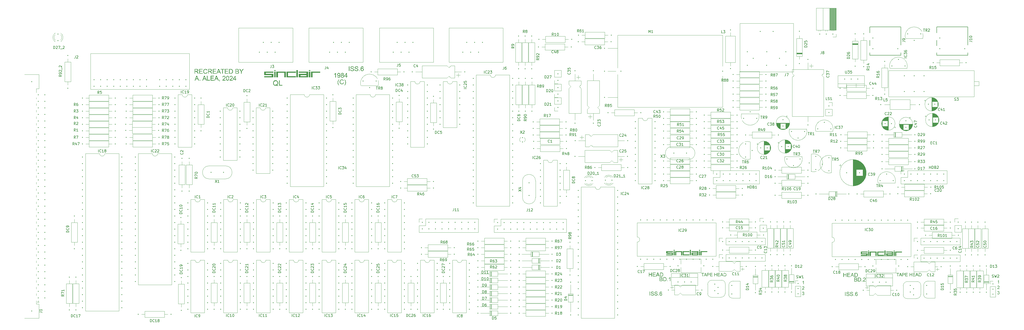
<source format=gto>
%TF.GenerationSoftware,KiCad,Pcbnew,8.0.6+1*%
%TF.CreationDate,2024-12-23T15:37:47+01:00*%
%TF.ProjectId,Issue_6,49737375-655f-4362-9e6b-696361645f70,0*%
%TF.SameCoordinates,Original*%
%TF.FileFunction,Legend,Top*%
%TF.FilePolarity,Positive*%
%FSLAX46Y46*%
G04 Gerber Fmt 4.6, Leading zero omitted, Abs format (unit mm)*
G04 Created by KiCad (PCBNEW 8.0.6+1) date 2024-12-23 15:37:47*
%MOMM*%
%LPD*%
G01*
G04 APERTURE LIST*
%ADD10C,0.000000*%
%ADD11C,0.100000*%
%ADD12C,0.150000*%
%ADD13C,0.120000*%
%ADD14C,0.203200*%
%ADD15C,0.350000*%
G04 APERTURE END LIST*
D10*
G36*
X120483353Y-111389327D02*
G01*
X119922358Y-111389327D01*
X119922358Y-109164860D01*
X120483353Y-109164860D01*
X120483353Y-111389327D01*
G37*
G36*
X360108064Y-178773935D02*
G01*
X359697351Y-178773935D01*
X359697351Y-178482724D01*
X360108064Y-178482724D01*
X360108064Y-178773935D01*
G37*
G36*
X350253859Y-180584533D02*
G01*
X349842463Y-180584533D01*
X349842463Y-178953258D01*
X350253859Y-178953258D01*
X350253859Y-180584533D01*
G37*
G36*
X133920905Y-108920330D02*
G01*
X133360842Y-108920330D01*
X133360842Y-108523223D01*
X133920905Y-108523223D01*
X133920905Y-108920330D01*
G37*
G36*
X119634000Y-109601000D02*
G01*
X116684413Y-109601000D01*
X116684413Y-110016782D01*
X119634000Y-110016782D01*
X119634000Y-111389327D01*
X116045336Y-111389327D01*
X116045336Y-110910841D01*
X118972760Y-110910841D01*
X118972760Y-110490073D01*
X116974684Y-110507623D01*
X116045336Y-110490073D01*
X116045336Y-109164860D01*
X119634000Y-109164860D01*
X119634000Y-109601000D01*
G37*
G36*
X349631000Y-179273094D02*
G01*
X347467970Y-179273094D01*
X347467970Y-179578000D01*
X349631000Y-179578000D01*
X349631000Y-180584533D01*
X346999314Y-180584533D01*
X346999314Y-180233644D01*
X349146091Y-180233644D01*
X349146091Y-179925081D01*
X347680835Y-179937951D01*
X346999314Y-179925081D01*
X346999314Y-178953258D01*
X349631000Y-178953258D01*
X349631000Y-179273094D01*
G37*
G36*
X359459837Y-180584533D02*
G01*
X359008974Y-180584533D01*
X356822365Y-180584533D01*
X356820197Y-180233645D01*
X356818801Y-180007838D01*
X356819487Y-179925088D01*
X357319847Y-179925088D01*
X357319847Y-180233645D01*
X359008974Y-180233645D01*
X359008974Y-179925088D01*
X357319847Y-179925088D01*
X356819487Y-179925088D01*
X356822365Y-179578000D01*
X359008974Y-179578000D01*
X359008974Y-179273094D01*
X356822365Y-179273094D01*
X356822365Y-178953258D01*
X359459837Y-178953258D01*
X359459837Y-180584533D01*
G37*
G36*
X120483353Y-108920330D02*
G01*
X119922358Y-108920330D01*
X119922358Y-108523223D01*
X120483353Y-108523223D01*
X120483353Y-108920330D01*
G37*
G36*
X362900900Y-179273094D02*
G01*
X360727025Y-179273094D01*
X360727025Y-180584533D01*
X360310529Y-180584533D01*
X360310529Y-178953258D01*
X362900900Y-178953258D01*
X362900900Y-179273094D01*
G37*
G36*
X356585193Y-180584533D02*
G01*
X356162911Y-180584533D01*
X356162911Y-178482724D01*
X356585193Y-178482724D01*
X356585193Y-180584533D01*
G37*
G36*
X277814954Y-180381439D02*
G01*
X277398456Y-180381439D01*
X277398456Y-179070000D01*
X275593635Y-179070000D01*
X275593635Y-180381439D01*
X275119291Y-180381439D01*
X275119291Y-178750164D01*
X277814954Y-178750164D01*
X277814954Y-180381439D01*
G37*
G36*
X284797064Y-180381439D02*
G01*
X284386351Y-180381439D01*
X284386351Y-178750164D01*
X284797064Y-178750164D01*
X284797064Y-180381439D01*
G37*
G36*
X274942859Y-180381439D02*
G01*
X274531463Y-180381439D01*
X274531463Y-178750164D01*
X274942859Y-178750164D01*
X274942859Y-180381439D01*
G37*
G36*
X360108064Y-180584533D02*
G01*
X359697351Y-180584533D01*
X359697351Y-178953258D01*
X360108064Y-178953258D01*
X360108064Y-180584533D01*
G37*
G36*
X137729317Y-109601000D02*
G01*
X134764943Y-109601000D01*
X134764943Y-111389327D01*
X134196993Y-111389327D01*
X134196993Y-109164860D01*
X137729317Y-109164860D01*
X137729317Y-109601000D01*
G37*
G36*
X284797064Y-178570841D02*
G01*
X284386351Y-178570841D01*
X284386351Y-178279630D01*
X284797064Y-178279630D01*
X284797064Y-178570841D01*
G37*
G36*
X133036959Y-111389327D02*
G01*
X132422146Y-111389327D01*
X129440406Y-111389327D01*
X129437449Y-110910842D01*
X129435547Y-110602925D01*
X129436482Y-110490083D01*
X130118791Y-110490083D01*
X130118791Y-110910842D01*
X132422146Y-110910842D01*
X132422146Y-110490083D01*
X130118791Y-110490083D01*
X129436482Y-110490083D01*
X129440406Y-110016782D01*
X132422146Y-110016782D01*
X132422146Y-109601000D01*
X129440406Y-109601000D01*
X129440406Y-109164860D01*
X133036959Y-109164860D01*
X133036959Y-111389327D01*
G37*
G36*
X129116989Y-111389327D02*
G01*
X128541151Y-111389327D01*
X128541151Y-108523224D01*
X129116989Y-108523224D01*
X129116989Y-111389327D01*
G37*
G36*
X274320000Y-179070000D02*
G01*
X272156970Y-179070000D01*
X272156970Y-179374906D01*
X274320000Y-179374906D01*
X274320000Y-180381439D01*
X271688314Y-180381439D01*
X271688314Y-180030550D01*
X273835091Y-180030550D01*
X273835091Y-179721987D01*
X272369835Y-179734857D01*
X271688314Y-179721987D01*
X271688314Y-178750164D01*
X274320000Y-178750164D01*
X274320000Y-179070000D01*
G37*
G36*
X133920905Y-111389327D02*
G01*
X133360842Y-111389327D01*
X133360842Y-109164860D01*
X133920905Y-109164860D01*
X133920905Y-111389327D01*
G37*
G36*
X280684156Y-179070000D02*
G01*
X278457053Y-179070000D01*
X278457053Y-180030550D01*
X280684156Y-180030550D01*
X280684143Y-180381425D01*
X278043563Y-180381439D01*
X278043563Y-178750164D01*
X280684156Y-178750164D01*
X280684156Y-179070000D01*
G37*
G36*
X274942859Y-178570841D02*
G01*
X274531463Y-178570841D01*
X274531463Y-178279630D01*
X274942859Y-178279630D01*
X274942859Y-178570841D01*
G37*
G36*
X287589900Y-179070000D02*
G01*
X285416025Y-179070000D01*
X285416025Y-180381439D01*
X284999529Y-180381439D01*
X284999529Y-178750164D01*
X287589900Y-178750164D01*
X287589900Y-179070000D01*
G37*
G36*
X350253859Y-178773935D02*
G01*
X349842463Y-178773935D01*
X349842463Y-178482724D01*
X350253859Y-178482724D01*
X350253859Y-178773935D01*
G37*
G36*
X355995156Y-179273094D02*
G01*
X353768053Y-179273094D01*
X353768053Y-180233644D01*
X355995156Y-180233644D01*
X355995143Y-180584519D01*
X353354563Y-180584533D01*
X353354563Y-178953258D01*
X355995156Y-178953258D01*
X355995156Y-179273094D01*
G37*
G36*
X284148837Y-180381439D02*
G01*
X283697974Y-180381439D01*
X281511365Y-180381439D01*
X281509197Y-180030551D01*
X281507801Y-179804744D01*
X281508487Y-179721994D01*
X282008847Y-179721994D01*
X282008847Y-180030551D01*
X283697974Y-180030551D01*
X283697974Y-179721994D01*
X282008847Y-179721994D01*
X281508487Y-179721994D01*
X281511365Y-179374906D01*
X283697974Y-179374906D01*
X283697974Y-179070000D01*
X281511365Y-179070000D01*
X281511365Y-178750164D01*
X284148837Y-178750164D01*
X284148837Y-180381439D01*
G37*
G36*
X353125954Y-180584533D02*
G01*
X352709456Y-180584533D01*
X352709456Y-179273094D01*
X350904635Y-179273094D01*
X350904635Y-180584533D01*
X350430291Y-180584533D01*
X350430291Y-178953258D01*
X353125954Y-178953258D01*
X353125954Y-180584533D01*
G37*
G36*
X281274193Y-180381439D02*
G01*
X280851911Y-180381439D01*
X280851911Y-178279630D01*
X281274193Y-178279630D01*
X281274193Y-180381439D01*
G37*
G36*
X128312394Y-109601000D02*
G01*
X125275435Y-109601000D01*
X125275435Y-110910841D01*
X128312394Y-110910841D01*
X128312376Y-111389308D01*
X124711585Y-111389327D01*
X124711585Y-109164860D01*
X128312394Y-109164860D01*
X128312394Y-109601000D01*
G37*
G36*
X124399846Y-111389327D02*
G01*
X123831894Y-111389327D01*
X123831894Y-109601000D01*
X121370775Y-109601000D01*
X121370775Y-111389327D01*
X120723942Y-111389327D01*
X120723942Y-109164860D01*
X124399846Y-109164860D01*
X124399846Y-111389327D01*
G37*
D11*
G36*
X285697818Y-188509500D02*
G01*
X285697818Y-187395752D01*
X285283215Y-187395752D01*
X285283215Y-187239437D01*
X286280948Y-187239437D01*
X286280948Y-187395752D01*
X285864513Y-187395752D01*
X285864513Y-188509500D01*
X285697818Y-188509500D01*
G37*
G36*
X287421256Y-188509500D02*
G01*
X287231663Y-188509500D01*
X287084812Y-188118711D01*
X286558468Y-188118711D01*
X286420166Y-188509500D01*
X286243395Y-188509500D01*
X286451584Y-187962396D01*
X286606401Y-187962396D01*
X287033215Y-187962396D01*
X286901935Y-187642743D01*
X286877097Y-187576557D01*
X286855210Y-187517178D01*
X286833811Y-187457654D01*
X286812481Y-187395752D01*
X286797492Y-187455397D01*
X286779315Y-187517554D01*
X286757950Y-187582222D01*
X286744704Y-187619234D01*
X286606401Y-187962396D01*
X286451584Y-187962396D01*
X286726691Y-187239437D01*
X286906209Y-187239437D01*
X287421256Y-188509500D01*
G37*
G36*
X288023730Y-187240403D02*
G01*
X288085852Y-187243742D01*
X288149405Y-187251649D01*
X288209642Y-187265918D01*
X288267209Y-187289138D01*
X288304805Y-187311794D01*
X288351824Y-187353607D01*
X288390680Y-187407110D01*
X288405860Y-187435747D01*
X288429116Y-187497700D01*
X288441004Y-187558337D01*
X288444023Y-187610686D01*
X288439129Y-187680003D01*
X288424447Y-187744498D01*
X288399976Y-187804173D01*
X288365718Y-187859026D01*
X288341747Y-187888207D01*
X288289230Y-187932341D01*
X288231635Y-187961543D01*
X288162427Y-187982781D01*
X288095882Y-187994395D01*
X288021272Y-188000479D01*
X287972635Y-188001474D01*
X287649623Y-188001474D01*
X287649623Y-188509500D01*
X287482928Y-188509500D01*
X287482928Y-187845159D01*
X287649623Y-187845159D01*
X287975077Y-187845159D01*
X288041251Y-187842296D01*
X288105894Y-187832011D01*
X288164613Y-187811499D01*
X288204360Y-187785319D01*
X288245662Y-187733342D01*
X288266776Y-187673626D01*
X288272137Y-187616181D01*
X288264482Y-187551583D01*
X288239290Y-187491969D01*
X288232143Y-187481237D01*
X288189147Y-187436958D01*
X288131158Y-187408211D01*
X288127118Y-187407048D01*
X288062277Y-187398234D01*
X287998924Y-187395929D01*
X287971719Y-187395752D01*
X287649623Y-187395752D01*
X287649623Y-187845159D01*
X287482928Y-187845159D01*
X287482928Y-187239437D01*
X287957980Y-187239437D01*
X288023730Y-187240403D01*
G37*
G36*
X288652851Y-188509500D02*
G01*
X288652851Y-187239437D01*
X289562961Y-187239437D01*
X289562961Y-187395752D01*
X288819241Y-187395752D01*
X288819241Y-187767001D01*
X289515639Y-187767001D01*
X289515639Y-187923317D01*
X288819241Y-187923317D01*
X288819241Y-188353184D01*
X289592270Y-188353184D01*
X289592270Y-188509500D01*
X288652851Y-188509500D01*
G37*
G36*
X290306680Y-188509500D02*
G01*
X290306680Y-187239437D01*
X290473376Y-187239437D01*
X290473376Y-187747462D01*
X291127642Y-187747462D01*
X291127642Y-187239437D01*
X291294337Y-187239437D01*
X291294337Y-188509500D01*
X291127642Y-188509500D01*
X291127642Y-187903777D01*
X290473376Y-187903777D01*
X290473376Y-188509500D01*
X290306680Y-188509500D01*
G37*
G36*
X291567889Y-188509500D02*
G01*
X291567889Y-187239437D01*
X292477999Y-187239437D01*
X292477999Y-187395752D01*
X291734280Y-187395752D01*
X291734280Y-187767001D01*
X292430677Y-187767001D01*
X292430677Y-187923317D01*
X291734280Y-187923317D01*
X291734280Y-188353184D01*
X292507308Y-188353184D01*
X292507308Y-188509500D01*
X291567889Y-188509500D01*
G37*
G36*
X293770349Y-188509500D02*
G01*
X293580756Y-188509500D01*
X293433905Y-188118711D01*
X292907561Y-188118711D01*
X292769259Y-188509500D01*
X292592488Y-188509500D01*
X292800677Y-187962396D01*
X292955494Y-187962396D01*
X293382308Y-187962396D01*
X293251028Y-187642743D01*
X293226190Y-187576557D01*
X293204303Y-187517178D01*
X293182903Y-187457654D01*
X293161574Y-187395752D01*
X293146585Y-187455397D01*
X293128408Y-187517554D01*
X293107043Y-187582222D01*
X293093796Y-187619234D01*
X292955494Y-187962396D01*
X292800677Y-187962396D01*
X293075784Y-187239437D01*
X293255302Y-187239437D01*
X293770349Y-188509500D01*
G37*
G36*
X294399370Y-187240582D02*
G01*
X294466746Y-187244607D01*
X294528748Y-187252478D01*
X294554674Y-187257755D01*
X294619122Y-187277397D01*
X294677368Y-187305029D01*
X294729413Y-187340652D01*
X294739077Y-187348735D01*
X294785827Y-187394130D01*
X294826241Y-187445440D01*
X294860321Y-187502666D01*
X294888065Y-187565806D01*
X294907337Y-187625320D01*
X294921875Y-187688457D01*
X294931680Y-187755217D01*
X294936752Y-187825600D01*
X294937525Y-187867446D01*
X294935918Y-187929181D01*
X294930145Y-187995870D01*
X294920175Y-188058439D01*
X294903941Y-188123901D01*
X294883701Y-188183713D01*
X294857643Y-188243032D01*
X294824640Y-188299606D01*
X294818151Y-188308915D01*
X294777393Y-188359491D01*
X294730138Y-188404397D01*
X294703357Y-188424320D01*
X294648668Y-188454978D01*
X294590493Y-188477375D01*
X294553147Y-188487823D01*
X294489595Y-188500164D01*
X294426435Y-188506938D01*
X294365207Y-188509415D01*
X294351036Y-188509500D01*
X293896745Y-188509500D01*
X293896745Y-188353184D01*
X294063441Y-188353184D01*
X294332108Y-188353184D01*
X294397924Y-188351373D01*
X294461084Y-188345112D01*
X294523023Y-188331695D01*
X294527502Y-188330286D01*
X294583985Y-188306419D01*
X294635086Y-188270412D01*
X294640464Y-188265257D01*
X294681194Y-188215168D01*
X294712042Y-188159296D01*
X294732666Y-188106499D01*
X294748753Y-188047157D01*
X294759574Y-187981101D01*
X294764774Y-187916749D01*
X294765944Y-187865004D01*
X294763658Y-187794482D01*
X294756799Y-187730379D01*
X294743019Y-187663705D01*
X294723014Y-187605766D01*
X294700914Y-187563058D01*
X294662285Y-187509145D01*
X294614152Y-187462157D01*
X294560533Y-187428764D01*
X294543378Y-187421398D01*
X294481725Y-187405770D01*
X294420385Y-187398782D01*
X294354992Y-187395978D01*
X294327833Y-187395752D01*
X294063441Y-187395752D01*
X294063441Y-188353184D01*
X293896745Y-188353184D01*
X293896745Y-187239437D01*
X294330276Y-187239437D01*
X294399370Y-187240582D01*
G37*
G36*
X340937737Y-196087000D02*
G01*
X340937737Y-194562924D01*
X341137772Y-194562924D01*
X341137772Y-196087000D01*
X340937737Y-196087000D01*
G37*
G36*
X341419140Y-195571159D02*
G01*
X341607451Y-195571159D01*
X341620926Y-195644938D01*
X341645106Y-195714465D01*
X341669733Y-195759103D01*
X341718509Y-195814042D01*
X341779311Y-195856598D01*
X341821774Y-195877806D01*
X341895625Y-195903461D01*
X341968096Y-195917544D01*
X342045648Y-195922824D01*
X342053683Y-195922868D01*
X342129108Y-195918842D01*
X342204181Y-195905267D01*
X342255549Y-195888796D01*
X342323790Y-195853824D01*
X342380485Y-195802007D01*
X342385975Y-195794641D01*
X342419421Y-195728424D01*
X342428840Y-195666047D01*
X342415741Y-195593713D01*
X342387441Y-195545147D01*
X342328644Y-195494421D01*
X342257397Y-195459479D01*
X342251519Y-195457219D01*
X342177799Y-195433875D01*
X342098285Y-195412685D01*
X342020331Y-195393358D01*
X341982608Y-195384313D01*
X341908952Y-195365809D01*
X341834089Y-195344676D01*
X341763129Y-195321126D01*
X341690982Y-195289791D01*
X341623172Y-195247295D01*
X341568350Y-195198392D01*
X341529782Y-195148374D01*
X341497410Y-195082017D01*
X341479979Y-195009889D01*
X341476659Y-194958598D01*
X341484321Y-194881284D01*
X341507309Y-194807520D01*
X341541505Y-194743542D01*
X341587866Y-194685560D01*
X341645891Y-194637096D01*
X341715579Y-194598148D01*
X341730916Y-194591501D01*
X341803363Y-194566352D01*
X341880156Y-194549434D01*
X341961297Y-194540747D01*
X342008254Y-194539477D01*
X342089838Y-194542820D01*
X342166431Y-194552849D01*
X342238033Y-194569564D01*
X342304642Y-194592966D01*
X342372075Y-194627024D01*
X342435989Y-194674179D01*
X342488310Y-194731137D01*
X342501746Y-194750136D01*
X342538762Y-194817620D01*
X342563255Y-194890471D01*
X342575227Y-194968688D01*
X342576118Y-194984976D01*
X342384510Y-194984976D01*
X342367665Y-194911374D01*
X342332442Y-194844461D01*
X342279729Y-194792268D01*
X342208480Y-194755140D01*
X342135245Y-194736226D01*
X342058858Y-194728074D01*
X342016680Y-194727055D01*
X341942037Y-194730211D01*
X341868238Y-194741545D01*
X341793248Y-194767305D01*
X341752165Y-194793001D01*
X341698556Y-194850819D01*
X341671388Y-194923227D01*
X341669367Y-194951637D01*
X341684021Y-195025184D01*
X341727985Y-195084627D01*
X341797520Y-195124005D01*
X341872899Y-195150658D01*
X341944671Y-195170858D01*
X342029503Y-195191239D01*
X342101908Y-195207976D01*
X342178947Y-195227210D01*
X342255250Y-195248478D01*
X342331870Y-195273967D01*
X342363993Y-195287226D01*
X342432705Y-195324015D01*
X342496203Y-195370941D01*
X342550431Y-195429915D01*
X342558533Y-195441466D01*
X342594409Y-195509071D01*
X342615394Y-195583429D01*
X342621547Y-195656888D01*
X342614785Y-195731091D01*
X342594499Y-195802575D01*
X342560689Y-195871340D01*
X342552304Y-195884766D01*
X342503353Y-195946977D01*
X342442596Y-195999885D01*
X342377819Y-196039549D01*
X342354101Y-196051096D01*
X342278805Y-196079786D01*
X342207593Y-196097406D01*
X342132351Y-196107607D01*
X342063208Y-196110447D01*
X341988616Y-196108231D01*
X341907517Y-196100047D01*
X341832799Y-196085832D01*
X341755222Y-196062201D01*
X341719558Y-196047432D01*
X341654025Y-196011941D01*
X341589168Y-195962488D01*
X341533700Y-195902950D01*
X341501938Y-195857655D01*
X341467225Y-195792214D01*
X341441854Y-195722650D01*
X341425826Y-195648965D01*
X341419140Y-195571159D01*
G37*
G36*
X342818651Y-195571159D02*
G01*
X343006963Y-195571159D01*
X343020438Y-195644938D01*
X343044618Y-195714465D01*
X343069244Y-195759103D01*
X343118021Y-195814042D01*
X343178823Y-195856598D01*
X343221286Y-195877806D01*
X343295136Y-195903461D01*
X343367608Y-195917544D01*
X343445160Y-195922824D01*
X343453194Y-195922868D01*
X343528619Y-195918842D01*
X343603692Y-195905267D01*
X343655061Y-195888796D01*
X343723302Y-195853824D01*
X343779997Y-195802007D01*
X343785487Y-195794641D01*
X343818933Y-195728424D01*
X343828351Y-195666047D01*
X343815252Y-195593713D01*
X343786952Y-195545147D01*
X343728155Y-195494421D01*
X343656909Y-195459479D01*
X343651031Y-195457219D01*
X343577311Y-195433875D01*
X343497796Y-195412685D01*
X343419843Y-195393358D01*
X343382120Y-195384313D01*
X343308463Y-195365809D01*
X343233600Y-195344676D01*
X343162640Y-195321126D01*
X343090494Y-195289791D01*
X343022684Y-195247295D01*
X342967862Y-195198392D01*
X342929293Y-195148374D01*
X342896922Y-195082017D01*
X342879491Y-195009889D01*
X342876170Y-194958598D01*
X342883833Y-194881284D01*
X342906821Y-194807520D01*
X342941017Y-194743542D01*
X342987378Y-194685560D01*
X343045402Y-194637096D01*
X343115090Y-194598148D01*
X343130427Y-194591501D01*
X343202874Y-194566352D01*
X343279668Y-194549434D01*
X343360809Y-194540747D01*
X343407765Y-194539477D01*
X343489350Y-194542820D01*
X343565943Y-194552849D01*
X343637544Y-194569564D01*
X343704154Y-194592966D01*
X343771587Y-194627024D01*
X343835500Y-194674179D01*
X343887822Y-194731137D01*
X343901258Y-194750136D01*
X343938273Y-194817620D01*
X343962767Y-194890471D01*
X343974738Y-194968688D01*
X343975630Y-194984976D01*
X343784021Y-194984976D01*
X343767177Y-194911374D01*
X343731954Y-194844461D01*
X343679241Y-194792268D01*
X343607992Y-194755140D01*
X343534756Y-194736226D01*
X343458369Y-194728074D01*
X343416191Y-194727055D01*
X343341549Y-194730211D01*
X343267749Y-194741545D01*
X343192759Y-194767305D01*
X343151676Y-194793001D01*
X343098068Y-194850819D01*
X343070900Y-194923227D01*
X343068878Y-194951637D01*
X343083533Y-195025184D01*
X343127496Y-195084627D01*
X343197031Y-195124005D01*
X343272411Y-195150658D01*
X343344182Y-195170858D01*
X343429014Y-195191239D01*
X343501419Y-195207976D01*
X343578459Y-195227210D01*
X343654762Y-195248478D01*
X343731382Y-195273967D01*
X343763505Y-195287226D01*
X343832216Y-195324015D01*
X343895715Y-195370941D01*
X343949943Y-195429915D01*
X343958044Y-195441466D01*
X343993921Y-195509071D01*
X344014905Y-195583429D01*
X344021059Y-195656888D01*
X344014297Y-195731091D01*
X343994011Y-195802575D01*
X343960201Y-195871340D01*
X343951816Y-195884766D01*
X343902865Y-195946977D01*
X343842107Y-195999885D01*
X343777330Y-196039549D01*
X343753613Y-196051096D01*
X343678316Y-196079786D01*
X343607104Y-196097406D01*
X343531862Y-196107607D01*
X343462720Y-196110447D01*
X343388127Y-196108231D01*
X343307028Y-196100047D01*
X343232311Y-196085832D01*
X343154733Y-196062201D01*
X343119070Y-196047432D01*
X343053537Y-196011941D01*
X342988679Y-195962488D01*
X342933212Y-195902950D01*
X342901450Y-195857655D01*
X342866737Y-195792214D01*
X342841366Y-195722650D01*
X342825337Y-195648965D01*
X342818651Y-195571159D01*
G37*
G36*
X344314883Y-196087000D02*
G01*
X344314883Y-195899421D01*
X344526275Y-195899421D01*
X344526275Y-196087000D01*
X344314883Y-196087000D01*
G37*
G36*
X345402836Y-194567991D02*
G01*
X345480900Y-194586189D01*
X345550858Y-194617622D01*
X345612711Y-194662289D01*
X345619872Y-194668803D01*
X345671141Y-194726803D01*
X345711006Y-194794924D01*
X345739468Y-194873166D01*
X345755018Y-194949930D01*
X345756526Y-194961528D01*
X345572245Y-194984976D01*
X345550727Y-194912487D01*
X345515860Y-194845205D01*
X345502270Y-194828538D01*
X345440772Y-194780985D01*
X345369485Y-194755380D01*
X345316523Y-194750503D01*
X345243083Y-194759198D01*
X345173579Y-194787813D01*
X345160818Y-194795932D01*
X345100351Y-194847246D01*
X345054065Y-194907680D01*
X345022699Y-194966658D01*
X344998262Y-195038615D01*
X344982915Y-195117515D01*
X344974407Y-195198085D01*
X344970771Y-195275713D01*
X344970309Y-195303346D01*
X345015110Y-195244614D01*
X345071085Y-195191909D01*
X345134073Y-195151672D01*
X345201859Y-195123513D01*
X345278178Y-195106125D01*
X345337039Y-195102212D01*
X345415514Y-195108769D01*
X345488728Y-195128439D01*
X345556684Y-195161222D01*
X345619380Y-195207118D01*
X345652845Y-195239233D01*
X345703665Y-195302858D01*
X345742003Y-195374162D01*
X345767859Y-195453145D01*
X345780087Y-195526956D01*
X345783271Y-195592774D01*
X345778402Y-195671374D01*
X345763796Y-195746845D01*
X345739453Y-195819185D01*
X345721722Y-195858022D01*
X345683655Y-195922332D01*
X345632793Y-195983182D01*
X345572916Y-196032871D01*
X345553194Y-196045600D01*
X345483506Y-196079797D01*
X345408165Y-196101328D01*
X345327172Y-196110194D01*
X345310295Y-196110447D01*
X345226455Y-196104432D01*
X345148591Y-196086387D01*
X345076703Y-196056312D01*
X345010792Y-196014207D01*
X344950857Y-195960073D01*
X344932207Y-195939355D01*
X344882529Y-195867403D01*
X344848982Y-195795538D01*
X344822572Y-195712850D01*
X344806584Y-195638907D01*
X344799655Y-195589843D01*
X344999251Y-195589843D01*
X345007035Y-195665377D01*
X345030387Y-195738106D01*
X345039918Y-195758371D01*
X345081742Y-195821282D01*
X345140405Y-195872502D01*
X345153857Y-195880736D01*
X345224080Y-195910978D01*
X345297362Y-195922704D01*
X345307364Y-195922868D01*
X345384276Y-195912608D01*
X345453310Y-195881828D01*
X345509230Y-195836040D01*
X345553860Y-195775461D01*
X345581960Y-195702718D01*
X345593117Y-195626848D01*
X345593861Y-195599369D01*
X345587253Y-195523219D01*
X345564413Y-195449960D01*
X345520445Y-195383178D01*
X345510330Y-195372589D01*
X345447794Y-195325449D01*
X345375041Y-195297877D01*
X345300036Y-195289791D01*
X345225218Y-195297877D01*
X345151513Y-195325449D01*
X345086812Y-195372589D01*
X345036961Y-195435617D01*
X345007802Y-195510853D01*
X344999251Y-195589843D01*
X344799655Y-195589843D01*
X344795164Y-195558038D01*
X344788311Y-195470242D01*
X344786027Y-195375520D01*
X344787451Y-195295263D01*
X344791720Y-195219217D01*
X344801841Y-195124375D01*
X344817022Y-195037020D01*
X344837264Y-194957152D01*
X344862566Y-194884772D01*
X344901310Y-194804827D01*
X344947960Y-194736581D01*
X345004293Y-194677565D01*
X345067504Y-194630759D01*
X345137593Y-194596163D01*
X345214559Y-194573778D01*
X345298404Y-194563602D01*
X345327880Y-194562924D01*
X345402836Y-194567991D01*
G37*
G36*
X144908321Y-114498012D02*
G01*
X144852827Y-114425579D01*
X144800069Y-114349413D01*
X144750046Y-114269515D01*
X144702758Y-114185885D01*
X144658206Y-114098524D01*
X144616389Y-114007430D01*
X144600428Y-113969948D01*
X144564272Y-113874840D01*
X144534245Y-113778693D01*
X144510346Y-113681508D01*
X144492574Y-113583283D01*
X144480931Y-113484020D01*
X144475416Y-113383717D01*
X144474926Y-113343305D01*
X144477216Y-113254603D01*
X144484086Y-113167089D01*
X144495536Y-113080762D01*
X144515322Y-112978737D01*
X144541704Y-112878422D01*
X144568727Y-112796133D01*
X144605987Y-112701326D01*
X144649099Y-112606626D01*
X144698064Y-112512031D01*
X144741450Y-112436432D01*
X144788581Y-112360901D01*
X144839458Y-112285437D01*
X144894080Y-112210041D01*
X144908321Y-112191203D01*
X145065959Y-112191203D01*
X145014101Y-112279818D01*
X144969267Y-112358388D01*
X144925836Y-112437356D01*
X144884043Y-112518794D01*
X144870540Y-112547734D01*
X144835202Y-112631384D01*
X144803880Y-112716879D01*
X144776576Y-112804221D01*
X144753289Y-112893408D01*
X144732814Y-112991737D01*
X144717369Y-113090273D01*
X144706952Y-113189018D01*
X144701564Y-113287970D01*
X144700743Y-113344608D01*
X144703953Y-113452813D01*
X144713582Y-113561003D01*
X144729632Y-113669178D01*
X144752101Y-113777338D01*
X144780990Y-113885482D01*
X144816299Y-113993612D01*
X144858028Y-114101725D01*
X144906177Y-114209824D01*
X144960745Y-114317907D01*
X145021733Y-114425975D01*
X145065959Y-114498012D01*
X144908321Y-114498012D01*
G37*
G36*
X146622360Y-113356767D02*
G01*
X146859468Y-113415393D01*
X146833221Y-113504907D01*
X146801165Y-113587529D01*
X146755028Y-113677580D01*
X146700524Y-113757706D01*
X146637654Y-113827909D01*
X146591093Y-113869198D01*
X146515587Y-113922328D01*
X146434005Y-113964465D01*
X146346346Y-113995610D01*
X146252611Y-114015762D01*
X146152800Y-114024923D01*
X146118180Y-114025533D01*
X146030303Y-114022639D01*
X145931820Y-114011525D01*
X145840940Y-113992074D01*
X145757663Y-113964288D01*
X145670116Y-113921336D01*
X145647004Y-113906979D01*
X145571913Y-113850042D01*
X145505093Y-113782963D01*
X145446543Y-113705744D01*
X145396264Y-113618384D01*
X145371246Y-113563911D01*
X145339073Y-113478395D01*
X145313557Y-113390558D01*
X145294697Y-113300401D01*
X145282493Y-113207923D01*
X145276946Y-113113125D01*
X145276577Y-113081010D01*
X145280332Y-112978018D01*
X145291599Y-112880095D01*
X145310378Y-112787240D01*
X145336668Y-112699455D01*
X145370469Y-112616738D01*
X145383405Y-112590292D01*
X145434465Y-112503537D01*
X145494170Y-112426425D01*
X145562519Y-112358955D01*
X145639512Y-112301126D01*
X145687390Y-112272410D01*
X145775706Y-112229939D01*
X145867762Y-112197899D01*
X145963559Y-112176290D01*
X146063096Y-112165113D01*
X146121654Y-112163410D01*
X146219450Y-112168342D01*
X146311230Y-112183135D01*
X146396996Y-112207792D01*
X146476746Y-112242311D01*
X146562185Y-112295048D01*
X146573722Y-112303677D01*
X146648579Y-112370510D01*
X146712795Y-112448272D01*
X146759370Y-112523625D01*
X146798128Y-112607009D01*
X146829070Y-112698423D01*
X146595436Y-112752272D01*
X146560857Y-112663031D01*
X146513522Y-112578207D01*
X146457255Y-112509871D01*
X146414782Y-112473475D01*
X146334748Y-112427215D01*
X146242841Y-112398089D01*
X146149971Y-112386524D01*
X146116877Y-112385753D01*
X146029704Y-112390408D01*
X145938068Y-112407127D01*
X145854954Y-112436006D01*
X145771637Y-112483028D01*
X145700206Y-112542757D01*
X145641760Y-112612997D01*
X145596299Y-112693749D01*
X145576653Y-112743152D01*
X145549573Y-112835824D01*
X145531355Y-112930144D01*
X145522000Y-113026113D01*
X145520633Y-113080141D01*
X145523812Y-113175285D01*
X145533350Y-113265026D01*
X145552037Y-113360971D01*
X145579029Y-113449859D01*
X145587075Y-113470979D01*
X145625100Y-113549282D01*
X145678844Y-113624720D01*
X145744199Y-113686762D01*
X145794219Y-113720680D01*
X145874974Y-113760565D01*
X145959439Y-113787397D01*
X146047614Y-113801176D01*
X146098204Y-113803190D01*
X146194013Y-113796161D01*
X146282114Y-113775072D01*
X146362507Y-113739924D01*
X146435192Y-113690716D01*
X146498676Y-113627666D01*
X146551032Y-113550992D01*
X146592260Y-113460692D01*
X146619206Y-113370503D01*
X146622360Y-113356767D01*
G37*
G36*
X147257254Y-114498012D02*
G01*
X147099616Y-114498012D01*
X147164884Y-114389954D01*
X147223732Y-114281881D01*
X147276161Y-114173793D01*
X147322169Y-114065689D01*
X147361758Y-113957570D01*
X147394927Y-113849436D01*
X147421676Y-113741287D01*
X147442006Y-113633122D01*
X147455915Y-113524942D01*
X147463405Y-113416746D01*
X147464832Y-113344608D01*
X147462317Y-113246000D01*
X147454774Y-113147766D01*
X147442202Y-113049906D01*
X147424601Y-112952420D01*
X147412286Y-112896882D01*
X147389406Y-112807858D01*
X147362454Y-112720571D01*
X147331431Y-112635021D01*
X147296337Y-112551208D01*
X147256601Y-112469588D01*
X147210582Y-112384079D01*
X147167768Y-112308156D01*
X147117840Y-112222126D01*
X147099616Y-112191203D01*
X147257254Y-112191203D01*
X147312812Y-112266582D01*
X147364625Y-112342028D01*
X147412693Y-112417543D01*
X147457015Y-112493125D01*
X147507150Y-112587698D01*
X147551433Y-112682378D01*
X147589864Y-112777163D01*
X147596848Y-112796133D01*
X147628726Y-112895023D01*
X147654008Y-112995623D01*
X147672695Y-113097932D01*
X147683229Y-113184497D01*
X147689183Y-113272249D01*
X147690649Y-113343305D01*
X147687564Y-113444023D01*
X147678308Y-113543702D01*
X147662882Y-113642343D01*
X147641285Y-113739944D01*
X147613518Y-113836506D01*
X147579581Y-113932029D01*
X147564278Y-113969948D01*
X147523462Y-114062534D01*
X147479995Y-114151388D01*
X147433878Y-114236511D01*
X147385110Y-114317901D01*
X147333692Y-114395560D01*
X147279623Y-114469487D01*
X147257254Y-114498012D01*
G37*
G36*
X400451181Y-191294500D02*
G01*
X400296697Y-191294500D01*
X400296697Y-190304705D01*
X400249900Y-190344819D01*
X400198403Y-190381666D01*
X400150152Y-190411867D01*
X400095298Y-190442666D01*
X400039161Y-190470552D01*
X399987425Y-190492162D01*
X399987425Y-190341952D01*
X400042629Y-190313878D01*
X400101891Y-190278787D01*
X400157070Y-190240490D01*
X400208166Y-190198988D01*
X400214265Y-190193575D01*
X400259259Y-190150260D01*
X400301393Y-190102352D01*
X400337672Y-190050140D01*
X400351652Y-190024437D01*
X400451181Y-190024437D01*
X400451181Y-191294500D01*
G37*
G36*
X400681380Y-193238184D02*
G01*
X400681380Y-193394500D01*
X399849122Y-193394500D01*
X399854070Y-193331967D01*
X399867135Y-193285201D01*
X399893474Y-193226089D01*
X399925245Y-193172852D01*
X399964469Y-193120091D01*
X399968801Y-193114841D01*
X400013202Y-193065876D01*
X400060901Y-193019432D01*
X400108993Y-192976539D01*
X400163016Y-192931542D01*
X400171218Y-192924943D01*
X400220429Y-192884838D01*
X400276093Y-192837834D01*
X400325258Y-192794303D01*
X400375676Y-192746650D01*
X400422667Y-192697377D01*
X400448433Y-192666351D01*
X400483410Y-192614302D01*
X400508848Y-192558453D01*
X400520719Y-192494189D01*
X400520790Y-192488969D01*
X400511559Y-192427117D01*
X400480727Y-192368830D01*
X400455150Y-192341202D01*
X400400252Y-192304365D01*
X400339973Y-192285534D01*
X400283569Y-192280752D01*
X400218245Y-192286327D01*
X400156375Y-192305339D01*
X400104967Y-192337844D01*
X400064094Y-192386802D01*
X400041769Y-192448039D01*
X400037189Y-192495686D01*
X399878431Y-192476146D01*
X399887676Y-192414669D01*
X399906493Y-192350190D01*
X399933959Y-192293513D01*
X399975938Y-192238291D01*
X400001163Y-192214501D01*
X400051271Y-192179408D01*
X400108362Y-192152934D01*
X400172436Y-192135079D01*
X400232915Y-192126636D01*
X400287233Y-192124437D01*
X400352474Y-192128022D01*
X400421886Y-192141266D01*
X400484082Y-192164269D01*
X400539061Y-192197032D01*
X400573913Y-192226408D01*
X400615073Y-192273224D01*
X400649735Y-192332453D01*
X400671192Y-192397788D01*
X400679135Y-192459965D01*
X400679548Y-192478589D01*
X400674459Y-192540449D01*
X400659192Y-192601502D01*
X400648712Y-192629409D01*
X400619833Y-192685938D01*
X400583252Y-192739717D01*
X400546130Y-192785114D01*
X400498287Y-192835461D01*
X400450723Y-192880597D01*
X400402745Y-192923448D01*
X400348112Y-192970142D01*
X400307994Y-193003406D01*
X400259286Y-193043316D01*
X400211305Y-193083393D01*
X400163611Y-193124660D01*
X400129086Y-193156973D01*
X400087160Y-193205045D01*
X400064056Y-193238184D01*
X400681380Y-193238184D01*
G37*
G36*
X399869883Y-195162329D02*
G01*
X400024367Y-195142790D01*
X400042254Y-195201971D01*
X400072118Y-195260594D01*
X400114736Y-195307348D01*
X400171414Y-195339964D01*
X400231871Y-195355313D01*
X400270747Y-195357724D01*
X400335719Y-195350687D01*
X400394013Y-195329578D01*
X400445628Y-195294397D01*
X400455150Y-195285672D01*
X400494756Y-195237080D01*
X400521380Y-195175846D01*
X400530181Y-195113104D01*
X400530255Y-195106459D01*
X400522029Y-195040574D01*
X400497353Y-194983132D01*
X400460645Y-194938236D01*
X400408316Y-194900344D01*
X400347039Y-194878180D01*
X400283569Y-194871680D01*
X400220529Y-194878359D01*
X400174576Y-194888777D01*
X400191978Y-194732462D01*
X400216708Y-194733988D01*
X400282195Y-194728721D01*
X400343065Y-194712920D01*
X400394394Y-194689414D01*
X400442580Y-194648971D01*
X400469684Y-194589847D01*
X400473468Y-194551417D01*
X400460789Y-194487786D01*
X400422753Y-194435425D01*
X400415766Y-194429295D01*
X400359115Y-194396112D01*
X400295000Y-194381937D01*
X400267388Y-194380752D01*
X400204047Y-194387621D01*
X400144924Y-194410567D01*
X400117179Y-194429601D01*
X400075416Y-194477352D01*
X400049477Y-194535741D01*
X400039937Y-194576146D01*
X399885453Y-194556607D01*
X399901323Y-194490822D01*
X399924089Y-194431844D01*
X399958550Y-194372777D01*
X400002017Y-194322603D01*
X400014292Y-194311448D01*
X400067567Y-194273381D01*
X400126949Y-194246190D01*
X400192436Y-194229875D01*
X400254747Y-194224522D01*
X400264030Y-194224437D01*
X400326754Y-194228641D01*
X400392101Y-194242976D01*
X400453623Y-194267484D01*
X400508400Y-194300622D01*
X400557129Y-194345330D01*
X400586125Y-194384721D01*
X400614218Y-194441651D01*
X400629345Y-194501156D01*
X400632226Y-194542258D01*
X400625021Y-194604187D01*
X400603405Y-194661481D01*
X400588568Y-194686361D01*
X400546091Y-194734814D01*
X400494450Y-194771758D01*
X400458814Y-194789859D01*
X400517707Y-194809292D01*
X400573855Y-194841420D01*
X400620223Y-194884640D01*
X400632226Y-194899768D01*
X400664909Y-194955975D01*
X400685487Y-195020411D01*
X400693658Y-195085439D01*
X400694203Y-195108596D01*
X400689974Y-195170427D01*
X400674350Y-195237951D01*
X400647214Y-195300508D01*
X400608567Y-195358097D01*
X400573913Y-195396192D01*
X400526676Y-195436241D01*
X400465895Y-195472493D01*
X400408937Y-195494590D01*
X400347492Y-195508400D01*
X400281561Y-195513924D01*
X400270136Y-195514039D01*
X400200295Y-195509349D01*
X400135831Y-195495281D01*
X400076743Y-195471833D01*
X400023031Y-195439006D01*
X399994752Y-195416036D01*
X399951419Y-195370399D01*
X399917056Y-195319240D01*
X399891663Y-195262558D01*
X399875240Y-195200354D01*
X399869883Y-195162329D01*
G37*
G36*
X89989754Y-108129510D02*
G01*
X90077981Y-108136430D01*
X90165376Y-108149987D01*
X90254468Y-108175406D01*
X90334201Y-108217022D01*
X90402030Y-108276188D01*
X90453361Y-108345204D01*
X90492750Y-108423702D01*
X90517551Y-108507204D01*
X90527763Y-108595711D01*
X90528054Y-108614013D01*
X90520346Y-108705371D01*
X90497222Y-108789238D01*
X90452779Y-108874635D01*
X90404724Y-108934500D01*
X90334671Y-108993695D01*
X90247846Y-109041003D01*
X90158114Y-109072645D01*
X90070979Y-109092523D01*
X90023874Y-109099954D01*
X90102201Y-109143637D01*
X90166747Y-109192452D01*
X90230555Y-109258660D01*
X90286169Y-109325645D01*
X90340066Y-109399637D01*
X90363468Y-109434771D01*
X90674836Y-109933741D01*
X90376496Y-109933741D01*
X90139823Y-109552457D01*
X90090208Y-109474805D01*
X90039842Y-109399061D01*
X89986120Y-109323186D01*
X89968723Y-109300150D01*
X89908672Y-109230125D01*
X89847997Y-109180293D01*
X89767550Y-109143082D01*
X89740300Y-109135564D01*
X89650896Y-109128235D01*
X89608284Y-109127747D01*
X89333395Y-109127747D01*
X89333395Y-109933741D01*
X89096721Y-109933741D01*
X89096721Y-108905404D01*
X89333395Y-108905404D01*
X89842786Y-108905404D01*
X89937383Y-108902350D01*
X90025471Y-108891938D01*
X90096830Y-108874137D01*
X90177495Y-108833099D01*
X90236229Y-108773388D01*
X90274855Y-108691373D01*
X90283998Y-108622264D01*
X90268732Y-108532538D01*
X90222935Y-108456716D01*
X90191500Y-108426411D01*
X90115531Y-108382649D01*
X90024472Y-108358629D01*
X89936540Y-108350222D01*
X89900109Y-108349546D01*
X89333395Y-108349546D01*
X89333395Y-108905404D01*
X89096721Y-108905404D01*
X89096721Y-108127203D01*
X89890555Y-108127203D01*
X89989754Y-108129510D01*
G37*
G36*
X90894139Y-109933741D02*
G01*
X90894139Y-108127203D01*
X92188679Y-108127203D01*
X92188679Y-108349546D01*
X91130813Y-108349546D01*
X91130813Y-108877611D01*
X92121368Y-108877611D01*
X92121368Y-109099954D01*
X91130813Y-109099954D01*
X91130813Y-109711397D01*
X92230368Y-109711397D01*
X92230368Y-109933741D01*
X90894139Y-109933741D01*
G37*
G36*
X93825419Y-109292767D02*
G01*
X94062527Y-109351393D01*
X94036281Y-109440907D01*
X94004224Y-109523529D01*
X93958087Y-109613580D01*
X93903583Y-109693706D01*
X93840714Y-109763909D01*
X93794152Y-109805198D01*
X93718646Y-109858328D01*
X93637064Y-109900465D01*
X93549406Y-109931610D01*
X93455671Y-109951762D01*
X93355860Y-109960923D01*
X93321239Y-109961533D01*
X93233362Y-109958639D01*
X93134879Y-109947525D01*
X93043999Y-109928074D01*
X92960723Y-109900288D01*
X92873176Y-109857336D01*
X92850063Y-109842979D01*
X92774972Y-109786042D01*
X92708152Y-109718963D01*
X92649602Y-109641744D01*
X92599323Y-109554384D01*
X92574305Y-109499911D01*
X92542133Y-109414395D01*
X92516616Y-109326558D01*
X92497756Y-109236401D01*
X92485553Y-109143923D01*
X92480006Y-109049125D01*
X92479636Y-109017010D01*
X92483392Y-108914018D01*
X92494659Y-108816095D01*
X92513437Y-108723240D01*
X92539727Y-108635455D01*
X92573528Y-108552738D01*
X92586465Y-108526292D01*
X92637525Y-108439537D01*
X92697229Y-108362425D01*
X92765578Y-108294955D01*
X92842572Y-108237126D01*
X92890449Y-108208410D01*
X92978765Y-108165939D01*
X93070822Y-108133899D01*
X93166618Y-108112290D01*
X93266155Y-108101113D01*
X93324713Y-108099410D01*
X93422509Y-108104342D01*
X93514290Y-108119135D01*
X93600055Y-108143792D01*
X93679805Y-108178311D01*
X93765245Y-108231048D01*
X93776782Y-108239677D01*
X93851638Y-108306510D01*
X93915855Y-108384272D01*
X93962430Y-108459625D01*
X94001188Y-108543009D01*
X94032129Y-108634423D01*
X93798495Y-108688272D01*
X93763917Y-108599031D01*
X93716581Y-108514207D01*
X93660314Y-108445871D01*
X93617841Y-108409475D01*
X93537808Y-108363215D01*
X93445900Y-108334089D01*
X93353030Y-108322524D01*
X93319936Y-108321753D01*
X93232763Y-108326408D01*
X93141127Y-108343127D01*
X93058013Y-108372006D01*
X92974697Y-108419028D01*
X92903266Y-108478757D01*
X92844819Y-108548997D01*
X92799358Y-108629749D01*
X92779712Y-108679152D01*
X92752632Y-108771824D01*
X92734415Y-108866144D01*
X92725060Y-108962113D01*
X92723692Y-109016141D01*
X92726871Y-109111285D01*
X92736410Y-109201026D01*
X92755096Y-109296971D01*
X92782089Y-109385859D01*
X92790134Y-109406979D01*
X92828160Y-109485282D01*
X92881904Y-109560720D01*
X92947258Y-109622762D01*
X92997278Y-109656680D01*
X93078034Y-109696565D01*
X93162499Y-109723397D01*
X93250674Y-109737176D01*
X93301263Y-109739190D01*
X93397072Y-109732161D01*
X93485174Y-109711072D01*
X93565567Y-109675924D01*
X93638252Y-109626716D01*
X93701736Y-109563666D01*
X93754091Y-109486992D01*
X93795319Y-109396692D01*
X93822265Y-109306503D01*
X93825419Y-109292767D01*
G37*
G36*
X95240872Y-108129510D02*
G01*
X95329098Y-108136430D01*
X95416494Y-108149987D01*
X95505586Y-108175406D01*
X95585319Y-108217022D01*
X95653147Y-108276188D01*
X95704479Y-108345204D01*
X95743868Y-108423702D01*
X95768668Y-108507204D01*
X95778880Y-108595711D01*
X95779172Y-108614013D01*
X95771464Y-108705371D01*
X95748339Y-108789238D01*
X95703897Y-108874635D01*
X95655841Y-108934500D01*
X95585789Y-108993695D01*
X95498963Y-109041003D01*
X95409231Y-109072645D01*
X95322097Y-109092523D01*
X95274992Y-109099954D01*
X95353318Y-109143637D01*
X95417865Y-109192452D01*
X95481673Y-109258660D01*
X95537287Y-109325645D01*
X95591183Y-109399637D01*
X95614586Y-109434771D01*
X95925953Y-109933741D01*
X95627614Y-109933741D01*
X95390940Y-109552457D01*
X95341326Y-109474805D01*
X95290959Y-109399061D01*
X95237238Y-109323186D01*
X95219840Y-109300150D01*
X95159790Y-109230125D01*
X95099115Y-109180293D01*
X95018668Y-109143082D01*
X94991418Y-109135564D01*
X94902014Y-109128235D01*
X94859401Y-109127747D01*
X94584512Y-109127747D01*
X94584512Y-109933741D01*
X94347839Y-109933741D01*
X94347839Y-108905404D01*
X94584512Y-108905404D01*
X95093904Y-108905404D01*
X95188500Y-108902350D01*
X95276589Y-108891938D01*
X95347948Y-108874137D01*
X95428613Y-108833099D01*
X95487347Y-108773388D01*
X95525973Y-108691373D01*
X95535116Y-108622264D01*
X95519850Y-108532538D01*
X95474053Y-108456716D01*
X95442618Y-108426411D01*
X95366649Y-108382649D01*
X95275589Y-108358629D01*
X95187658Y-108350222D01*
X95151227Y-108349546D01*
X94584512Y-108349546D01*
X94584512Y-108905404D01*
X94347839Y-108905404D01*
X94347839Y-108127203D01*
X95141673Y-108127203D01*
X95240872Y-108129510D01*
G37*
G36*
X96145256Y-109933741D02*
G01*
X96145256Y-108127203D01*
X97439797Y-108127203D01*
X97439797Y-108349546D01*
X96381930Y-108349546D01*
X96381930Y-108877611D01*
X97372486Y-108877611D01*
X97372486Y-109099954D01*
X96381930Y-109099954D01*
X96381930Y-109711397D01*
X97481486Y-109711397D01*
X97481486Y-109933741D01*
X96145256Y-109933741D01*
G37*
G36*
X99278035Y-109933741D02*
G01*
X99008358Y-109933741D01*
X98799477Y-109377883D01*
X98050806Y-109377883D01*
X97854084Y-109933741D01*
X97602646Y-109933741D01*
X97898774Y-109155540D01*
X98118985Y-109155540D01*
X98726086Y-109155540D01*
X98539353Y-108700866D01*
X98504023Y-108606722D01*
X98472892Y-108522263D01*
X98442452Y-108437595D01*
X98412113Y-108349546D01*
X98390793Y-108434385D01*
X98364938Y-108522797D01*
X98334549Y-108614781D01*
X98315707Y-108667427D01*
X98118985Y-109155540D01*
X97898774Y-109155540D01*
X98290085Y-108127203D01*
X98545432Y-108127203D01*
X99278035Y-109933741D01*
G37*
G36*
X99821299Y-109933741D02*
G01*
X99821299Y-108349546D01*
X99231569Y-108349546D01*
X99231569Y-108127203D01*
X100650743Y-108127203D01*
X100650743Y-108349546D01*
X100058407Y-108349546D01*
X100058407Y-109933741D01*
X99821299Y-109933741D01*
G37*
G36*
X100798827Y-109933741D02*
G01*
X100798827Y-108127203D01*
X102093367Y-108127203D01*
X102093367Y-108349546D01*
X101035501Y-108349546D01*
X101035501Y-108877611D01*
X102026057Y-108877611D01*
X102026057Y-109099954D01*
X101035501Y-109099954D01*
X101035501Y-109711397D01*
X102135057Y-109711397D01*
X102135057Y-109933741D01*
X100798827Y-109933741D01*
G37*
G36*
X103167438Y-108128832D02*
G01*
X103263273Y-108134557D01*
X103351466Y-108145753D01*
X103388342Y-108153259D01*
X103480012Y-108181198D01*
X103562862Y-108220502D01*
X103636890Y-108271172D01*
X103650637Y-108282670D01*
X103717134Y-108347239D01*
X103774620Y-108420223D01*
X103823094Y-108501620D01*
X103862558Y-108591431D01*
X103889970Y-108676084D01*
X103910649Y-108765890D01*
X103924596Y-108860849D01*
X103931810Y-108960962D01*
X103932909Y-109020484D01*
X103930623Y-109108295D01*
X103922413Y-109203154D01*
X103908231Y-109292151D01*
X103885140Y-109385265D01*
X103856350Y-109470341D01*
X103819285Y-109554717D01*
X103772342Y-109635188D01*
X103763112Y-109648429D01*
X103705137Y-109720368D01*
X103637922Y-109784243D01*
X103599829Y-109812581D01*
X103522038Y-109856190D01*
X103439291Y-109888047D01*
X103386171Y-109902908D01*
X103295773Y-109920462D01*
X103205935Y-109930097D01*
X103118844Y-109933620D01*
X103098688Y-109933741D01*
X102452504Y-109933741D01*
X102452504Y-109711397D01*
X102689612Y-109711397D01*
X103071764Y-109711397D01*
X103165382Y-109708821D01*
X103255220Y-109699915D01*
X103343321Y-109680831D01*
X103349693Y-109678828D01*
X103430035Y-109644879D01*
X103502720Y-109593663D01*
X103510370Y-109586329D01*
X103568304Y-109515083D01*
X103612182Y-109435611D01*
X103641518Y-109360512D01*
X103664399Y-109276104D01*
X103679792Y-109182147D01*
X103687188Y-109090612D01*
X103688853Y-109017010D01*
X103685601Y-108916700D01*
X103675845Y-108825520D01*
X103656243Y-108730682D01*
X103627789Y-108648271D01*
X103596354Y-108587523D01*
X103541408Y-108510836D01*
X103472944Y-108444000D01*
X103396676Y-108396503D01*
X103372274Y-108386024D01*
X103284580Y-108363796D01*
X103197329Y-108353857D01*
X103104315Y-108349867D01*
X103065684Y-108349546D01*
X102689612Y-108349546D01*
X102689612Y-109711397D01*
X102452504Y-109711397D01*
X102452504Y-108127203D01*
X103069158Y-108127203D01*
X103167438Y-108128832D01*
G37*
G36*
X105699820Y-108130596D02*
G01*
X105787215Y-108140774D01*
X105873337Y-108160335D01*
X105931391Y-108181486D01*
X106010364Y-108225435D01*
X106076508Y-108283238D01*
X106125507Y-108347809D01*
X106165560Y-108426367D01*
X106190293Y-108514875D01*
X106195857Y-108583180D01*
X106185537Y-108673755D01*
X106154575Y-108759886D01*
X106133323Y-108798141D01*
X106077772Y-108868268D01*
X106004266Y-108927524D01*
X105945287Y-108960990D01*
X106030703Y-108993776D01*
X106111669Y-109042936D01*
X106177962Y-109105497D01*
X106194989Y-109126878D01*
X106241019Y-109204274D01*
X106270001Y-109289897D01*
X106281935Y-109383747D01*
X106282276Y-109403504D01*
X106274765Y-109497407D01*
X106252230Y-109586302D01*
X106228861Y-109642784D01*
X106185584Y-109718427D01*
X106126141Y-109788771D01*
X106097714Y-109813015D01*
X106021753Y-109859587D01*
X105937673Y-109893007D01*
X105901861Y-109903342D01*
X105814640Y-109920649D01*
X105724395Y-109930148D01*
X105634254Y-109933622D01*
X105613075Y-109933741D01*
X104930413Y-109933741D01*
X104930413Y-109711397D01*
X105167521Y-109711397D01*
X105613075Y-109711397D01*
X105700554Y-109709735D01*
X105774187Y-109702712D01*
X105862007Y-109678805D01*
X105910980Y-109654509D01*
X105977372Y-109592969D01*
X106001307Y-109555497D01*
X106031040Y-109471464D01*
X106036917Y-109405676D01*
X106025657Y-109318170D01*
X105988826Y-109237451D01*
X105985674Y-109232839D01*
X105924443Y-109170413D01*
X105843235Y-109129918D01*
X105756233Y-109110518D01*
X105661903Y-109101827D01*
X105581374Y-109099954D01*
X105167521Y-109099954D01*
X105167521Y-109711397D01*
X104930413Y-109711397D01*
X104930413Y-108877611D01*
X105167521Y-108877611D01*
X105554884Y-108877611D01*
X105644485Y-108875618D01*
X105735098Y-108867067D01*
X105780701Y-108857201D01*
X105864050Y-108819711D01*
X105916626Y-108770348D01*
X105954698Y-108687282D01*
X105962224Y-108617921D01*
X105950090Y-108531184D01*
X105919231Y-108464626D01*
X105855681Y-108400939D01*
X105797203Y-108374299D01*
X105706269Y-108357378D01*
X105614650Y-108351093D01*
X105525354Y-108349546D01*
X105167521Y-108349546D01*
X105167521Y-108877611D01*
X104930413Y-108877611D01*
X104930413Y-108127203D01*
X105602219Y-108127203D01*
X105699820Y-108130596D01*
G37*
G36*
X107103469Y-109933741D02*
G01*
X107103469Y-109168568D01*
X106413424Y-108127203D01*
X106701775Y-108127203D01*
X107054397Y-108681324D01*
X107102437Y-108755637D01*
X107154536Y-108835736D01*
X107204574Y-108912125D01*
X107236788Y-108960990D01*
X107290392Y-108881669D01*
X107344438Y-108800417D01*
X107397092Y-108720350D01*
X107432206Y-108666559D01*
X107778749Y-108127203D01*
X108054941Y-108127203D01*
X107340577Y-109168568D01*
X107340577Y-109933741D01*
X107103469Y-109933741D01*
G37*
G36*
X120587080Y-112497893D02*
G01*
X120687436Y-112512026D01*
X120799534Y-112540423D01*
X120906264Y-112581644D01*
X120993476Y-112627184D01*
X121087938Y-112690915D01*
X121171999Y-112764859D01*
X121245657Y-112849014D01*
X121308914Y-112943382D01*
X121340390Y-113001891D01*
X121381039Y-113094320D01*
X121413277Y-113191075D01*
X121437105Y-113292158D01*
X121452523Y-113397567D01*
X121459532Y-113507304D01*
X121459999Y-113544845D01*
X121456318Y-113652291D01*
X121445275Y-113754893D01*
X121426869Y-113852650D01*
X121396820Y-113958439D01*
X121383072Y-113996479D01*
X121339739Y-114093475D01*
X121286666Y-114183957D01*
X121223853Y-114267925D01*
X121151299Y-114345379D01*
X121232385Y-114405053D01*
X121321564Y-114464121D01*
X121417441Y-114518930D01*
X121498710Y-114557300D01*
X121419302Y-114745894D01*
X121322943Y-114708470D01*
X121226679Y-114662638D01*
X121130510Y-114608399D01*
X121034436Y-114545753D01*
X120979579Y-114506181D01*
X120877853Y-114551046D01*
X120771567Y-114584891D01*
X120660721Y-114607717D01*
X120545315Y-114619524D01*
X120477322Y-114621323D01*
X120374913Y-114616594D01*
X120276134Y-114602409D01*
X120165478Y-114573907D01*
X120059762Y-114532533D01*
X119973080Y-114486825D01*
X119879248Y-114422564D01*
X119795344Y-114347901D01*
X119721366Y-114262837D01*
X119657316Y-114167370D01*
X119625172Y-114108147D01*
X119583681Y-114014398D01*
X119550774Y-113916288D01*
X119526451Y-113813815D01*
X119510713Y-113706980D01*
X119503559Y-113595784D01*
X119503082Y-113557749D01*
X119503101Y-113557252D01*
X119782004Y-113557252D01*
X119786826Y-113675032D01*
X119801294Y-113783942D01*
X119825406Y-113883983D01*
X119867072Y-113992324D01*
X119922627Y-114087893D01*
X119979532Y-114157777D01*
X120057461Y-114228954D01*
X120143102Y-114285404D01*
X120236455Y-114327128D01*
X120337520Y-114354126D01*
X120446297Y-114366398D01*
X120484270Y-114367216D01*
X120590657Y-114359679D01*
X120692438Y-114337066D01*
X120757732Y-114313616D01*
X120668741Y-114263794D01*
X120576466Y-114224881D01*
X120489730Y-114198970D01*
X120555241Y-114001939D01*
X120653809Y-114033687D01*
X120756861Y-114077532D01*
X120849678Y-114129442D01*
X120932257Y-114189417D01*
X120941860Y-114197481D01*
X121010632Y-114125544D01*
X121067748Y-114043114D01*
X121113208Y-113950191D01*
X121147011Y-113846775D01*
X121169158Y-113732865D01*
X121179649Y-113608463D01*
X121180581Y-113555764D01*
X121176544Y-113452120D01*
X121162043Y-113340941D01*
X121136995Y-113237517D01*
X121101401Y-113141847D01*
X121096210Y-113130433D01*
X121042548Y-113034456D01*
X120976481Y-112951433D01*
X120898008Y-112881366D01*
X120849052Y-112848038D01*
X120754383Y-112799336D01*
X120653511Y-112766572D01*
X120546436Y-112749748D01*
X120484270Y-112747288D01*
X120374202Y-112754442D01*
X120271427Y-112775903D01*
X120175945Y-112811672D01*
X120087756Y-112861748D01*
X120006861Y-112926131D01*
X119981517Y-112950772D01*
X119913714Y-113033941D01*
X119859939Y-113131209D01*
X119820192Y-113242574D01*
X119797785Y-113346148D01*
X119785121Y-113459512D01*
X119782004Y-113557252D01*
X119503101Y-113557252D01*
X119507392Y-113445581D01*
X119520321Y-113337251D01*
X119541869Y-113232760D01*
X119572037Y-113132108D01*
X119610824Y-113035295D01*
X119625669Y-113003876D01*
X119675471Y-112914449D01*
X119742792Y-112820702D01*
X119820041Y-112738355D01*
X119907216Y-112667407D01*
X119975561Y-112623709D01*
X120077355Y-112572850D01*
X120184279Y-112534482D01*
X120296333Y-112508606D01*
X120396462Y-112496369D01*
X120482781Y-112493182D01*
X120587080Y-112497893D01*
G37*
G36*
X121800958Y-114589560D02*
G01*
X121800958Y-112524945D01*
X122071939Y-112524945D01*
X122071939Y-114335453D01*
X123079431Y-114335453D01*
X123079431Y-114589560D01*
X121800958Y-114589560D01*
G37*
G36*
X345100711Y-188977786D02*
G01*
X345174442Y-188986373D01*
X345247098Y-189002876D01*
X345296075Y-189020720D01*
X345362700Y-189057797D01*
X345418502Y-189106562D01*
X345459840Y-189161037D01*
X345493630Y-189227312D01*
X345514496Y-189301982D01*
X345519191Y-189359607D01*
X345510484Y-189436020D01*
X345484363Y-189508684D01*
X345466434Y-189540957D01*
X345419568Y-189600119D01*
X345357555Y-189650111D01*
X345307799Y-189678344D01*
X345379859Y-189706003D01*
X345448166Y-189747477D01*
X345504094Y-189800256D01*
X345518458Y-189818295D01*
X345557291Y-189883589D01*
X345581742Y-189955824D01*
X345591810Y-190035001D01*
X345592097Y-190051669D01*
X345585760Y-190130889D01*
X345566749Y-190205885D01*
X345547034Y-190253535D01*
X345510524Y-190317352D01*
X345460375Y-190376697D01*
X345436392Y-190397150D01*
X345372309Y-190436440D01*
X345301375Y-190464635D01*
X345271162Y-190473354D01*
X345197579Y-190487955D01*
X345121444Y-190495969D01*
X345045397Y-190498899D01*
X345027530Y-190499000D01*
X344451605Y-190499000D01*
X344451605Y-190311421D01*
X344651640Y-190311421D01*
X345027530Y-190311421D01*
X345101331Y-190310019D01*
X345163451Y-190304094D01*
X345237540Y-190283925D01*
X345278856Y-190263427D01*
X345334867Y-190211509D01*
X345355060Y-190179896D01*
X345380143Y-190109002D01*
X345385101Y-190053501D01*
X345375602Y-189979677D01*
X345344530Y-189911579D01*
X345341870Y-189907688D01*
X345290213Y-189855023D01*
X345221703Y-189820859D01*
X345148304Y-189804492D01*
X345068723Y-189797160D01*
X345000785Y-189795580D01*
X344651640Y-189795580D01*
X344651640Y-190311421D01*
X344451605Y-190311421D01*
X344451605Y-189608002D01*
X344651640Y-189608002D01*
X344978437Y-189608002D01*
X345054028Y-189606320D01*
X345130474Y-189599106D01*
X345168946Y-189590782D01*
X345239263Y-189559155D01*
X345283618Y-189517510D01*
X345315738Y-189447431D01*
X345322087Y-189388916D01*
X345311850Y-189315741D01*
X345285817Y-189259589D01*
X345232203Y-189205860D01*
X345182868Y-189183385D01*
X345106152Y-189169110D01*
X345028858Y-189163808D01*
X344953524Y-189162503D01*
X344651640Y-189162503D01*
X344651640Y-189608002D01*
X344451605Y-189608002D01*
X344451605Y-188974924D01*
X345018371Y-188974924D01*
X345100711Y-188977786D01*
G37*
G36*
X346462327Y-188976298D02*
G01*
X346543178Y-188981128D01*
X346617581Y-188990573D01*
X346648692Y-188996906D01*
X346726029Y-189020476D01*
X346795924Y-189053635D01*
X346858378Y-189096382D01*
X346869976Y-189106083D01*
X346926075Y-189160556D01*
X346974573Y-189222128D01*
X347015468Y-189290799D01*
X347048762Y-189366568D01*
X347071888Y-189437984D01*
X347089334Y-189513749D01*
X347101099Y-189593861D01*
X347107185Y-189678321D01*
X347108113Y-189728535D01*
X347106184Y-189802617D01*
X347099258Y-189882645D01*
X347087293Y-189957726D01*
X347067812Y-190036281D01*
X347043524Y-190108055D01*
X347012254Y-190179239D01*
X346972651Y-190247127D01*
X346964864Y-190258298D01*
X346915954Y-190318989D01*
X346859248Y-190372876D01*
X346827111Y-190396784D01*
X346761484Y-190433574D01*
X346691674Y-190460450D01*
X346646860Y-190472988D01*
X346570597Y-190487797D01*
X346494805Y-190495926D01*
X346421331Y-190498898D01*
X346404327Y-190499000D01*
X345859177Y-190499000D01*
X345859177Y-190311421D01*
X346059212Y-190311421D01*
X346381612Y-190311421D01*
X346460592Y-190309247D01*
X346536384Y-190301734D01*
X346610710Y-190285634D01*
X346616085Y-190283944D01*
X346683866Y-190255303D01*
X346745186Y-190212095D01*
X346751640Y-190205908D01*
X346800515Y-190145801D01*
X346837533Y-190078755D01*
X346862282Y-190015399D01*
X346881586Y-189944188D01*
X346894572Y-189864922D01*
X346900812Y-189787699D01*
X346902216Y-189725605D01*
X346899472Y-189640979D01*
X346891242Y-189564055D01*
X346874705Y-189484046D01*
X346850700Y-189414520D01*
X346824180Y-189363270D01*
X346777825Y-189298574D01*
X346720066Y-189242188D01*
X346655723Y-189202117D01*
X346635136Y-189193277D01*
X346561154Y-189174524D01*
X346487544Y-189166139D01*
X346409074Y-189162773D01*
X346376483Y-189162503D01*
X346059212Y-189162503D01*
X346059212Y-190311421D01*
X345859177Y-190311421D01*
X345859177Y-188974924D01*
X346379414Y-188974924D01*
X346462327Y-188976298D01*
G37*
G36*
X347403402Y-190499000D02*
G01*
X347403402Y-190311421D01*
X347614794Y-190311421D01*
X347614794Y-190499000D01*
X347403402Y-190499000D01*
G37*
G36*
X348857502Y-190311421D02*
G01*
X348857502Y-190499000D01*
X347858793Y-190499000D01*
X347864731Y-190423961D01*
X347880408Y-190367841D01*
X347912015Y-190296907D01*
X347950140Y-190233022D01*
X347997209Y-190169710D01*
X348002408Y-190163410D01*
X348055689Y-190104651D01*
X348112928Y-190048918D01*
X348170638Y-189997447D01*
X348235465Y-189943451D01*
X348245307Y-189935531D01*
X348304361Y-189887406D01*
X348371158Y-189831000D01*
X348430155Y-189778763D01*
X348490657Y-189721580D01*
X348547047Y-189662453D01*
X348577966Y-189625221D01*
X348619939Y-189562762D01*
X348650464Y-189495744D01*
X348664710Y-189418627D01*
X348664794Y-189412363D01*
X348653718Y-189338140D01*
X348616718Y-189268197D01*
X348586026Y-189235043D01*
X348520149Y-189190839D01*
X348447814Y-189168241D01*
X348380129Y-189162503D01*
X348301740Y-189169193D01*
X348227496Y-189192007D01*
X348165806Y-189231013D01*
X348116759Y-189289763D01*
X348089969Y-189363247D01*
X348084473Y-189420423D01*
X347893964Y-189396976D01*
X347905058Y-189323203D01*
X347927638Y-189245829D01*
X347960596Y-189177816D01*
X348010971Y-189111549D01*
X348041242Y-189083002D01*
X348101372Y-189040889D01*
X348169881Y-189009121D01*
X348246769Y-188987695D01*
X348319344Y-188977563D01*
X348384526Y-188974924D01*
X348462815Y-188979226D01*
X348546110Y-188995119D01*
X348620745Y-189022723D01*
X348686719Y-189062038D01*
X348728542Y-189097290D01*
X348777934Y-189153469D01*
X348819528Y-189224544D01*
X348845277Y-189302946D01*
X348854809Y-189377558D01*
X348855304Y-189399907D01*
X348849197Y-189474138D01*
X348830876Y-189547403D01*
X348818301Y-189580891D01*
X348783645Y-189648725D01*
X348739748Y-189713260D01*
X348695203Y-189767736D01*
X348637790Y-189828153D01*
X348580714Y-189882317D01*
X348523140Y-189933738D01*
X348457581Y-189989770D01*
X348409438Y-190029687D01*
X348350989Y-190077579D01*
X348293412Y-190125672D01*
X348236180Y-190175192D01*
X348194749Y-190213968D01*
X348144439Y-190271654D01*
X348116713Y-190311421D01*
X348857502Y-190311421D01*
G37*
G36*
X143806930Y-111457741D02*
G01*
X143587192Y-111457741D01*
X143587192Y-110049857D01*
X143520628Y-110106916D01*
X143447379Y-110159326D01*
X143378745Y-110202284D01*
X143300722Y-110246092D01*
X143220872Y-110285758D01*
X143147283Y-110316495D01*
X143147283Y-110102837D01*
X143225805Y-110062904D01*
X143310100Y-110012991D01*
X143388586Y-109958518D01*
X143461265Y-109899485D01*
X143469941Y-109891785D01*
X143533941Y-109830174D01*
X143593871Y-109762029D01*
X143645474Y-109687764D01*
X143665360Y-109651203D01*
X143806930Y-109651203D01*
X143806930Y-111457741D01*
G37*
G36*
X145022065Y-109658692D02*
G01*
X145113293Y-109681157D01*
X145199713Y-109718600D01*
X145245645Y-109745873D01*
X145321492Y-109805235D01*
X145386347Y-109877307D01*
X145434767Y-109952041D01*
X145465383Y-110014682D01*
X145494656Y-110098539D01*
X145516740Y-110197358D01*
X145529946Y-110293968D01*
X145536916Y-110382873D01*
X145540217Y-110479412D01*
X145540511Y-110520165D01*
X145538687Y-110624231D01*
X145533216Y-110721470D01*
X145524098Y-110811881D01*
X145508343Y-110911361D01*
X145487335Y-111001010D01*
X145465817Y-111068206D01*
X145429838Y-111152847D01*
X145380169Y-111238179D01*
X145321380Y-111311353D01*
X145253472Y-111372367D01*
X145244343Y-111379139D01*
X145167587Y-111425686D01*
X145084534Y-111458935D01*
X144995184Y-111478884D01*
X144899537Y-111485533D01*
X144811260Y-111479611D01*
X144719379Y-111458339D01*
X144637107Y-111421596D01*
X144564442Y-111369383D01*
X144556035Y-111361768D01*
X144496215Y-111293399D01*
X144449640Y-111212490D01*
X144416310Y-111119042D01*
X144398012Y-111026989D01*
X144396226Y-111013054D01*
X144607712Y-110985262D01*
X144631970Y-111076382D01*
X144671542Y-111154132D01*
X144710198Y-111197616D01*
X144784758Y-111242442D01*
X144875442Y-111262166D01*
X144904314Y-111263190D01*
X144993951Y-111253935D01*
X145077153Y-111223658D01*
X145081928Y-111221067D01*
X145155291Y-111167883D01*
X145206996Y-111107724D01*
X145249470Y-111030008D01*
X145280570Y-110944285D01*
X145289072Y-110914477D01*
X145307862Y-110828343D01*
X145318853Y-110738925D01*
X145322076Y-110654787D01*
X145320773Y-110610492D01*
X145264488Y-110683754D01*
X145194647Y-110745901D01*
X145140554Y-110781158D01*
X145059827Y-110818244D01*
X144974687Y-110839936D01*
X144893458Y-110846297D01*
X144799445Y-110838567D01*
X144711957Y-110815376D01*
X144630995Y-110776725D01*
X144556557Y-110722613D01*
X144516951Y-110684751D01*
X144457050Y-110608960D01*
X144411862Y-110523318D01*
X144381387Y-110427828D01*
X144366975Y-110338138D01*
X144363769Y-110269595D01*
X144589039Y-110269595D01*
X144599089Y-110362351D01*
X144633363Y-110451059D01*
X144691959Y-110525810D01*
X144768711Y-110581687D01*
X144856856Y-110614370D01*
X144946872Y-110623954D01*
X145037067Y-110614370D01*
X145123937Y-110581687D01*
X145197876Y-110525810D01*
X145254000Y-110449058D01*
X145284806Y-110363698D01*
X145296069Y-110274183D01*
X145296454Y-110252659D01*
X145288485Y-110160373D01*
X145260936Y-110071128D01*
X145213710Y-109995878D01*
X145195705Y-109976032D01*
X145121565Y-109917683D01*
X145037676Y-109883555D01*
X144952952Y-109873546D01*
X144865132Y-109884318D01*
X144776955Y-109921050D01*
X144704454Y-109977063D01*
X144697605Y-109983849D01*
X144640353Y-110059150D01*
X144604306Y-110147173D01*
X144589993Y-110237272D01*
X144589039Y-110269595D01*
X144363769Y-110269595D01*
X144363221Y-110257870D01*
X144368870Y-110159178D01*
X144385817Y-110067967D01*
X144414061Y-109984238D01*
X144461291Y-109896008D01*
X144523899Y-109817960D01*
X144598061Y-109752984D01*
X144679952Y-109703966D01*
X144769574Y-109670908D01*
X144866927Y-109653809D01*
X144926027Y-109651203D01*
X145022065Y-109658692D01*
G37*
G36*
X146429684Y-109657500D02*
G01*
X146519253Y-109676389D01*
X146610828Y-109713396D01*
X146690896Y-109766851D01*
X146709114Y-109782785D01*
X146771621Y-109852159D01*
X146816269Y-109928698D01*
X146843058Y-110012402D01*
X146851987Y-110103272D01*
X146841165Y-110195920D01*
X146808698Y-110278390D01*
X146786413Y-110313021D01*
X146722235Y-110378616D01*
X146643019Y-110427206D01*
X146587955Y-110450249D01*
X146674527Y-110486909D01*
X146748595Y-110534355D01*
X146816228Y-110599723D01*
X146838959Y-110629599D01*
X146884303Y-110711618D01*
X146912852Y-110802966D01*
X146924188Y-110893156D01*
X146924944Y-110924899D01*
X146917172Y-111025187D01*
X146893856Y-111118202D01*
X146854997Y-111203944D01*
X146800595Y-111282413D01*
X146762529Y-111323987D01*
X146686548Y-111386933D01*
X146600716Y-111434419D01*
X146505035Y-111466444D01*
X146415184Y-111481589D01*
X146334779Y-111485533D01*
X146239044Y-111479839D01*
X146150516Y-111462755D01*
X146056340Y-111428429D01*
X145971972Y-111378601D01*
X145907463Y-111323553D01*
X145844179Y-111248673D01*
X145796438Y-111166146D01*
X145764240Y-111075972D01*
X145747587Y-110978150D01*
X145745049Y-110918819D01*
X145745520Y-110912305D01*
X145971300Y-110912305D01*
X145982374Y-111000786D01*
X146015595Y-111086445D01*
X146066975Y-111157125D01*
X146137248Y-111211203D01*
X146148046Y-111217158D01*
X146233649Y-111250199D01*
X146325169Y-111263011D01*
X146337819Y-111263190D01*
X146430957Y-111253733D01*
X146513323Y-111225362D01*
X146591484Y-111172307D01*
X146597943Y-111166350D01*
X146656292Y-111093264D01*
X146690421Y-111007760D01*
X146700429Y-110919253D01*
X146690081Y-110829390D01*
X146654796Y-110742393D01*
X146600988Y-110674081D01*
X146594469Y-110667815D01*
X146523341Y-110615372D01*
X146441866Y-110582353D01*
X146350043Y-110568757D01*
X146330436Y-110568368D01*
X146238715Y-110577995D01*
X146149773Y-110610822D01*
X146073352Y-110666946D01*
X146015250Y-110740218D01*
X145981266Y-110825088D01*
X145971300Y-110912305D01*
X145745520Y-110912305D01*
X145752056Y-110821873D01*
X145773079Y-110734271D01*
X145812875Y-110647893D01*
X145833639Y-110616572D01*
X145896344Y-110547895D01*
X145973723Y-110494401D01*
X146055909Y-110459237D01*
X146085946Y-110450249D01*
X146000265Y-110412183D01*
X145925873Y-110359420D01*
X145883145Y-110312153D01*
X145840407Y-110233310D01*
X145819457Y-110142856D01*
X145817468Y-110103706D01*
X146042085Y-110103706D01*
X146057712Y-110189700D01*
X146109137Y-110265234D01*
X146123727Y-110278280D01*
X146204853Y-110324590D01*
X146296856Y-110344371D01*
X146336516Y-110346025D01*
X146425208Y-110336560D01*
X146506818Y-110304942D01*
X146544528Y-110278714D01*
X146602817Y-110208931D01*
X146625656Y-110119771D01*
X146625736Y-110113694D01*
X146607320Y-110025584D01*
X146552072Y-109951787D01*
X146541923Y-109943028D01*
X146467369Y-109898041D01*
X146379198Y-109875989D01*
X146333911Y-109873546D01*
X146245504Y-109883073D01*
X146163375Y-109914895D01*
X146125030Y-109941291D01*
X146065494Y-110010718D01*
X146042166Y-110097815D01*
X146042085Y-110103706D01*
X145817468Y-110103706D01*
X145817137Y-110097192D01*
X145825903Y-110006512D01*
X145852203Y-109923378D01*
X145896037Y-109847789D01*
X145957404Y-109779745D01*
X146033536Y-109723508D01*
X146121230Y-109683339D01*
X146207447Y-109661371D01*
X146302516Y-109651705D01*
X146331305Y-109651203D01*
X146429684Y-109657500D01*
G37*
G36*
X148056635Y-110818504D02*
G01*
X148298520Y-110818504D01*
X148298520Y-111040847D01*
X148056635Y-111040847D01*
X148056635Y-111457741D01*
X147836897Y-111457741D01*
X147836897Y-111040847D01*
X147060000Y-111040847D01*
X147060000Y-110818504D01*
X147276263Y-110818504D01*
X147836897Y-110818504D01*
X147836897Y-110036829D01*
X147276263Y-110818504D01*
X147060000Y-110818504D01*
X147877284Y-109678996D01*
X148056635Y-109678996D01*
X148056635Y-110818504D01*
G37*
G36*
X264963893Y-188594000D02*
G01*
X264963893Y-187069924D01*
X265163928Y-187069924D01*
X265163928Y-187679554D01*
X265949047Y-187679554D01*
X265949047Y-187069924D01*
X266149082Y-187069924D01*
X266149082Y-188594000D01*
X265949047Y-188594000D01*
X265949047Y-187867133D01*
X265163928Y-187867133D01*
X265163928Y-188594000D01*
X264963893Y-188594000D01*
G37*
G36*
X266477344Y-188594000D02*
G01*
X266477344Y-187069924D01*
X267569476Y-187069924D01*
X267569476Y-187257503D01*
X266677013Y-187257503D01*
X266677013Y-187703002D01*
X267512690Y-187703002D01*
X267512690Y-187890580D01*
X266677013Y-187890580D01*
X266677013Y-188406421D01*
X267604647Y-188406421D01*
X267604647Y-188594000D01*
X266477344Y-188594000D01*
G37*
G36*
X269120296Y-188594000D02*
G01*
X268892784Y-188594000D01*
X268716563Y-188125053D01*
X268084951Y-188125053D01*
X267918988Y-188594000D01*
X267706863Y-188594000D01*
X267956689Y-187937475D01*
X268142470Y-187937475D01*
X268654647Y-187937475D01*
X268497110Y-187553891D01*
X268467305Y-187474468D01*
X268441041Y-187403214D01*
X268415361Y-187331784D01*
X268389766Y-187257503D01*
X268371779Y-187329077D01*
X268349967Y-187403665D01*
X268324329Y-187481267D01*
X268308433Y-187525681D01*
X268142470Y-187937475D01*
X267956689Y-187937475D01*
X268286817Y-187069924D01*
X268502240Y-187069924D01*
X269120296Y-188594000D01*
G37*
G36*
X269875121Y-187071298D02*
G01*
X269955972Y-187076128D01*
X270030375Y-187085573D01*
X270061486Y-187091906D01*
X270138823Y-187115476D01*
X270208719Y-187148635D01*
X270271172Y-187191382D01*
X270282770Y-187201083D01*
X270338869Y-187255556D01*
X270387367Y-187317128D01*
X270428262Y-187385799D01*
X270461556Y-187461568D01*
X270484682Y-187532984D01*
X270502128Y-187608749D01*
X270513894Y-187688861D01*
X270519979Y-187773321D01*
X270520907Y-187823535D01*
X270518978Y-187897617D01*
X270512052Y-187977645D01*
X270500088Y-188052726D01*
X270480607Y-188131281D01*
X270456318Y-188203055D01*
X270425048Y-188274239D01*
X270385445Y-188342127D01*
X270377658Y-188353298D01*
X270328749Y-188413989D01*
X270272042Y-188467876D01*
X270239905Y-188491784D01*
X270174278Y-188528574D01*
X270104469Y-188555450D01*
X270059654Y-188567988D01*
X269983391Y-188582797D01*
X269907599Y-188590926D01*
X269834125Y-188593898D01*
X269817121Y-188594000D01*
X269271971Y-188594000D01*
X269271971Y-188406421D01*
X269472006Y-188406421D01*
X269794406Y-188406421D01*
X269873386Y-188404247D01*
X269949178Y-188396734D01*
X270023504Y-188380634D01*
X270028879Y-188378944D01*
X270096660Y-188350303D01*
X270157980Y-188307095D01*
X270164434Y-188300908D01*
X270213310Y-188240801D01*
X270250327Y-188173755D01*
X270275076Y-188110399D01*
X270294380Y-188039188D01*
X270307366Y-187959922D01*
X270313606Y-187882699D01*
X270315010Y-187820605D01*
X270312267Y-187735979D01*
X270304036Y-187659055D01*
X270287499Y-187579046D01*
X270263494Y-187509520D01*
X270236974Y-187458270D01*
X270190619Y-187393574D01*
X270132860Y-187337188D01*
X270068517Y-187297117D01*
X270047930Y-187288277D01*
X269973948Y-187269524D01*
X269900339Y-187261139D01*
X269821868Y-187257773D01*
X269789277Y-187257503D01*
X269472006Y-187257503D01*
X269472006Y-188406421D01*
X269271971Y-188406421D01*
X269271971Y-187069924D01*
X269792208Y-187069924D01*
X269875121Y-187071298D01*
G37*
G36*
X340274893Y-188721000D02*
G01*
X340274893Y-187196924D01*
X340474928Y-187196924D01*
X340474928Y-187806554D01*
X341260047Y-187806554D01*
X341260047Y-187196924D01*
X341460082Y-187196924D01*
X341460082Y-188721000D01*
X341260047Y-188721000D01*
X341260047Y-187994133D01*
X340474928Y-187994133D01*
X340474928Y-188721000D01*
X340274893Y-188721000D01*
G37*
G36*
X341788344Y-188721000D02*
G01*
X341788344Y-187196924D01*
X342880476Y-187196924D01*
X342880476Y-187384503D01*
X341988013Y-187384503D01*
X341988013Y-187830002D01*
X342823690Y-187830002D01*
X342823690Y-188017580D01*
X341988013Y-188017580D01*
X341988013Y-188533421D01*
X342915647Y-188533421D01*
X342915647Y-188721000D01*
X341788344Y-188721000D01*
G37*
G36*
X344431296Y-188721000D02*
G01*
X344203784Y-188721000D01*
X344027563Y-188252053D01*
X343395951Y-188252053D01*
X343229988Y-188721000D01*
X343017863Y-188721000D01*
X343267689Y-188064475D01*
X343453470Y-188064475D01*
X343965647Y-188064475D01*
X343808110Y-187680891D01*
X343778305Y-187601468D01*
X343752041Y-187530214D01*
X343726361Y-187458784D01*
X343700766Y-187384503D01*
X343682779Y-187456077D01*
X343660967Y-187530665D01*
X343635329Y-187608267D01*
X343619433Y-187652681D01*
X343453470Y-188064475D01*
X343267689Y-188064475D01*
X343597817Y-187196924D01*
X343813240Y-187196924D01*
X344431296Y-188721000D01*
G37*
G36*
X345186121Y-187198298D02*
G01*
X345266972Y-187203128D01*
X345341375Y-187212573D01*
X345372486Y-187218906D01*
X345449823Y-187242476D01*
X345519719Y-187275635D01*
X345582172Y-187318382D01*
X345593770Y-187328083D01*
X345649869Y-187382556D01*
X345698367Y-187444128D01*
X345739262Y-187512799D01*
X345772556Y-187588568D01*
X345795682Y-187659984D01*
X345813128Y-187735749D01*
X345824894Y-187815861D01*
X345830979Y-187900321D01*
X345831907Y-187950535D01*
X345829978Y-188024617D01*
X345823052Y-188104645D01*
X345811088Y-188179726D01*
X345791607Y-188258281D01*
X345767318Y-188330055D01*
X345736048Y-188401239D01*
X345696445Y-188469127D01*
X345688658Y-188480298D01*
X345639749Y-188540989D01*
X345583042Y-188594876D01*
X345550905Y-188618784D01*
X345485278Y-188655574D01*
X345415469Y-188682450D01*
X345370654Y-188694988D01*
X345294391Y-188709797D01*
X345218599Y-188717926D01*
X345145125Y-188720898D01*
X345128121Y-188721000D01*
X344582971Y-188721000D01*
X344582971Y-188533421D01*
X344783006Y-188533421D01*
X345105406Y-188533421D01*
X345184386Y-188531247D01*
X345260178Y-188523734D01*
X345334504Y-188507634D01*
X345339879Y-188505944D01*
X345407660Y-188477303D01*
X345468980Y-188434095D01*
X345475434Y-188427908D01*
X345524310Y-188367801D01*
X345561327Y-188300755D01*
X345586076Y-188237399D01*
X345605380Y-188166188D01*
X345618366Y-188086922D01*
X345624606Y-188009699D01*
X345626010Y-187947605D01*
X345623267Y-187862979D01*
X345615036Y-187786055D01*
X345598499Y-187706046D01*
X345574494Y-187636520D01*
X345547974Y-187585270D01*
X345501619Y-187520574D01*
X345443860Y-187464188D01*
X345379517Y-187424117D01*
X345358930Y-187415277D01*
X345284948Y-187396524D01*
X345211339Y-187388139D01*
X345132868Y-187384773D01*
X345100277Y-187384503D01*
X344783006Y-187384503D01*
X344783006Y-188533421D01*
X344582971Y-188533421D01*
X344582971Y-187196924D01*
X345103208Y-187196924D01*
X345186121Y-187198298D01*
G37*
G36*
X324886181Y-191548500D02*
G01*
X324731697Y-191548500D01*
X324731697Y-190558705D01*
X324684900Y-190598819D01*
X324633403Y-190635666D01*
X324585152Y-190665867D01*
X324530298Y-190696666D01*
X324474161Y-190724552D01*
X324422425Y-190746162D01*
X324422425Y-190595952D01*
X324477629Y-190567878D01*
X324536891Y-190532787D01*
X324592070Y-190494490D01*
X324643166Y-190452988D01*
X324649265Y-190447575D01*
X324694259Y-190404260D01*
X324736393Y-190356352D01*
X324772672Y-190304140D01*
X324786652Y-190278437D01*
X324886181Y-190278437D01*
X324886181Y-191548500D01*
G37*
G36*
X325116380Y-193492184D02*
G01*
X325116380Y-193648500D01*
X324284122Y-193648500D01*
X324289070Y-193585967D01*
X324302135Y-193539201D01*
X324328474Y-193480089D01*
X324360245Y-193426852D01*
X324399469Y-193374091D01*
X324403801Y-193368841D01*
X324448202Y-193319876D01*
X324495901Y-193273432D01*
X324543993Y-193230539D01*
X324598016Y-193185542D01*
X324606218Y-193178943D01*
X324655429Y-193138838D01*
X324711093Y-193091834D01*
X324760258Y-193048303D01*
X324810676Y-193000650D01*
X324857667Y-192951377D01*
X324883433Y-192920351D01*
X324918410Y-192868302D01*
X324943848Y-192812453D01*
X324955719Y-192748189D01*
X324955790Y-192742969D01*
X324946559Y-192681117D01*
X324915727Y-192622830D01*
X324890150Y-192595202D01*
X324835252Y-192558365D01*
X324774973Y-192539534D01*
X324718569Y-192534752D01*
X324653245Y-192540327D01*
X324591375Y-192559339D01*
X324539967Y-192591844D01*
X324499094Y-192640802D01*
X324476769Y-192702039D01*
X324472189Y-192749686D01*
X324313431Y-192730146D01*
X324322676Y-192668669D01*
X324341493Y-192604190D01*
X324368959Y-192547513D01*
X324410938Y-192492291D01*
X324436163Y-192468501D01*
X324486271Y-192433408D01*
X324543362Y-192406934D01*
X324607436Y-192389079D01*
X324667915Y-192380636D01*
X324722233Y-192378437D01*
X324787474Y-192382022D01*
X324856886Y-192395266D01*
X324919082Y-192418269D01*
X324974061Y-192451032D01*
X325008913Y-192480408D01*
X325050073Y-192527224D01*
X325084735Y-192586453D01*
X325106192Y-192651788D01*
X325114135Y-192713965D01*
X325114548Y-192732589D01*
X325109459Y-192794449D01*
X325094192Y-192855502D01*
X325083712Y-192883409D01*
X325054833Y-192939938D01*
X325018252Y-192993717D01*
X324981130Y-193039114D01*
X324933287Y-193089461D01*
X324885723Y-193134597D01*
X324837745Y-193177448D01*
X324783112Y-193224142D01*
X324742994Y-193257406D01*
X324694286Y-193297316D01*
X324646305Y-193337393D01*
X324598611Y-193378660D01*
X324564086Y-193410973D01*
X324522160Y-193459045D01*
X324499056Y-193492184D01*
X325116380Y-193492184D01*
G37*
G36*
X324304883Y-195416329D02*
G01*
X324459367Y-195396790D01*
X324477254Y-195455971D01*
X324507118Y-195514594D01*
X324549736Y-195561348D01*
X324606414Y-195593964D01*
X324666871Y-195609313D01*
X324705747Y-195611724D01*
X324770719Y-195604687D01*
X324829013Y-195583578D01*
X324880628Y-195548397D01*
X324890150Y-195539672D01*
X324929756Y-195491080D01*
X324956380Y-195429846D01*
X324965181Y-195367104D01*
X324965255Y-195360459D01*
X324957029Y-195294574D01*
X324932353Y-195237132D01*
X324895645Y-195192236D01*
X324843316Y-195154344D01*
X324782039Y-195132180D01*
X324718569Y-195125680D01*
X324655529Y-195132359D01*
X324609576Y-195142777D01*
X324626978Y-194986462D01*
X324651708Y-194987988D01*
X324717195Y-194982721D01*
X324778065Y-194966920D01*
X324829394Y-194943414D01*
X324877580Y-194902971D01*
X324904684Y-194843847D01*
X324908468Y-194805417D01*
X324895789Y-194741786D01*
X324857753Y-194689425D01*
X324850766Y-194683295D01*
X324794115Y-194650112D01*
X324730000Y-194635937D01*
X324702388Y-194634752D01*
X324639047Y-194641621D01*
X324579924Y-194664567D01*
X324552179Y-194683601D01*
X324510416Y-194731352D01*
X324484477Y-194789741D01*
X324474937Y-194830146D01*
X324320453Y-194810607D01*
X324336323Y-194744822D01*
X324359089Y-194685844D01*
X324393550Y-194626777D01*
X324437017Y-194576603D01*
X324449292Y-194565448D01*
X324502567Y-194527381D01*
X324561949Y-194500190D01*
X324627436Y-194483875D01*
X324689747Y-194478522D01*
X324699030Y-194478437D01*
X324761754Y-194482641D01*
X324827101Y-194496976D01*
X324888623Y-194521484D01*
X324943400Y-194554622D01*
X324992129Y-194599330D01*
X325021125Y-194638721D01*
X325049218Y-194695651D01*
X325064345Y-194755156D01*
X325067226Y-194796258D01*
X325060021Y-194858187D01*
X325038405Y-194915481D01*
X325023568Y-194940361D01*
X324981091Y-194988814D01*
X324929450Y-195025758D01*
X324893814Y-195043859D01*
X324952707Y-195063292D01*
X325008855Y-195095420D01*
X325055223Y-195138640D01*
X325067226Y-195153768D01*
X325099909Y-195209975D01*
X325120487Y-195274411D01*
X325128658Y-195339439D01*
X325129203Y-195362596D01*
X325124974Y-195424427D01*
X325109350Y-195491951D01*
X325082214Y-195554508D01*
X325043567Y-195612097D01*
X325008913Y-195650192D01*
X324961676Y-195690241D01*
X324900895Y-195726493D01*
X324843937Y-195748590D01*
X324782492Y-195762400D01*
X324716561Y-195767924D01*
X324705136Y-195768039D01*
X324635295Y-195763349D01*
X324570831Y-195749281D01*
X324511743Y-195725833D01*
X324458031Y-195693006D01*
X324429752Y-195670036D01*
X324386419Y-195624399D01*
X324352056Y-195573240D01*
X324326663Y-195516558D01*
X324310240Y-195454354D01*
X324304883Y-195416329D01*
G37*
G36*
X90825915Y-112600741D02*
G01*
X90556237Y-112600741D01*
X90347356Y-112044883D01*
X89598686Y-112044883D01*
X89401964Y-112600741D01*
X89150525Y-112600741D01*
X89446653Y-111822540D01*
X89666865Y-111822540D01*
X90273966Y-111822540D01*
X90087232Y-111367866D01*
X90051903Y-111273722D01*
X90020771Y-111189263D01*
X89990332Y-111104595D01*
X89959993Y-111016546D01*
X89938673Y-111101385D01*
X89912818Y-111189797D01*
X89882429Y-111281781D01*
X89863587Y-111334427D01*
X89666865Y-111822540D01*
X89446653Y-111822540D01*
X89837965Y-110794203D01*
X90093312Y-110794203D01*
X90825915Y-112600741D01*
G37*
G36*
X91040007Y-112600741D02*
G01*
X91040007Y-112378397D01*
X91290577Y-112378397D01*
X91290577Y-112600741D01*
X91040007Y-112600741D01*
G37*
G36*
X93798016Y-112600741D02*
G01*
X93528339Y-112600741D01*
X93319458Y-112044883D01*
X92570787Y-112044883D01*
X92374065Y-112600741D01*
X92122627Y-112600741D01*
X92418755Y-111822540D01*
X92638966Y-111822540D01*
X93246067Y-111822540D01*
X93059334Y-111367866D01*
X93024004Y-111273722D01*
X92992873Y-111189263D01*
X92962433Y-111104595D01*
X92932094Y-111016546D01*
X92910774Y-111101385D01*
X92884919Y-111189797D01*
X92854530Y-111281781D01*
X92835688Y-111334427D01*
X92638966Y-111822540D01*
X92418755Y-111822540D01*
X92810066Y-110794203D01*
X93065413Y-110794203D01*
X93798016Y-112600741D01*
G37*
G36*
X93900503Y-112600741D02*
G01*
X93900503Y-110794203D01*
X94137611Y-110794203D01*
X94137611Y-112378397D01*
X95019166Y-112378397D01*
X95019166Y-112600741D01*
X93900503Y-112600741D01*
G37*
G36*
X95299701Y-112600741D02*
G01*
X95299701Y-110794203D01*
X96594241Y-110794203D01*
X96594241Y-111016546D01*
X95536374Y-111016546D01*
X95536374Y-111544611D01*
X96526930Y-111544611D01*
X96526930Y-111766954D01*
X95536374Y-111766954D01*
X95536374Y-112378397D01*
X96635930Y-112378397D01*
X96635930Y-112600741D01*
X95299701Y-112600741D01*
G37*
G36*
X98432479Y-112600741D02*
G01*
X98162802Y-112600741D01*
X97953921Y-112044883D01*
X97205250Y-112044883D01*
X97008529Y-112600741D01*
X96757090Y-112600741D01*
X97053218Y-111822540D01*
X97273429Y-111822540D01*
X97880530Y-111822540D01*
X97693797Y-111367866D01*
X97658467Y-111273722D01*
X97627336Y-111189263D01*
X97596897Y-111104595D01*
X97566557Y-111016546D01*
X97545237Y-111101385D01*
X97519382Y-111189797D01*
X97488993Y-111281781D01*
X97470151Y-111334427D01*
X97273429Y-111822540D01*
X97053218Y-111822540D01*
X97444529Y-110794203D01*
X97699876Y-110794203D01*
X98432479Y-112600741D01*
G37*
G36*
X98641795Y-112600741D02*
G01*
X98641795Y-112378397D01*
X98891931Y-112378397D01*
X98891931Y-112600741D01*
X98886132Y-112691058D01*
X98864328Y-112781259D01*
X98842859Y-112827860D01*
X98789329Y-112896293D01*
X98713855Y-112949597D01*
X98688261Y-112962048D01*
X98627030Y-112878669D01*
X98700006Y-112825913D01*
X98729950Y-112782697D01*
X98756683Y-112699767D01*
X98766182Y-112608096D01*
X98766428Y-112600741D01*
X98641795Y-112600741D01*
G37*
G36*
X101061512Y-112378397D02*
G01*
X101061512Y-112600741D01*
X99877709Y-112600741D01*
X99884747Y-112511794D01*
X99903331Y-112445274D01*
X99940795Y-112361193D01*
X99985986Y-112285468D01*
X100041778Y-112210422D01*
X100047941Y-112202955D01*
X100111097Y-112133306D01*
X100178944Y-112067244D01*
X100247349Y-112006233D01*
X100324191Y-111942230D01*
X100335858Y-111932843D01*
X100405856Y-111875798D01*
X100485032Y-111808939D01*
X100554964Y-111747020D01*
X100626679Y-111679240D01*
X100693520Y-111609154D01*
X100730169Y-111565021D01*
X100779921Y-111490987D01*
X100816104Y-111411548D01*
X100832989Y-111320139D01*
X100833090Y-111312714D01*
X100819960Y-111224735D01*
X100776103Y-111141829D01*
X100739723Y-111102530D01*
X100661637Y-111050134D01*
X100575895Y-111023348D01*
X100495667Y-111016546D01*
X100402750Y-111024477D01*
X100314745Y-111051519D01*
X100241622Y-111097754D01*
X100183485Y-111167392D01*
X100151730Y-111254496D01*
X100145216Y-111322268D01*
X99919399Y-111294475D01*
X99932549Y-111207030D01*
X99959314Y-111115315D01*
X99998380Y-111034697D01*
X100058092Y-110956150D01*
X100093973Y-110922311D01*
X100165246Y-110872394D01*
X100246452Y-110834737D01*
X100337591Y-110809341D01*
X100423616Y-110797331D01*
X100500878Y-110794203D01*
X100593676Y-110799302D01*
X100692409Y-110818141D01*
X100780876Y-110850861D01*
X100859078Y-110897462D01*
X100908652Y-110939247D01*
X100967198Y-111005839D01*
X101016501Y-111090086D01*
X101047021Y-111183019D01*
X101058320Y-111271459D01*
X101058907Y-111297949D01*
X101051668Y-111385938D01*
X101029952Y-111472781D01*
X101015046Y-111512475D01*
X100973968Y-111592882D01*
X100921935Y-111669378D01*
X100869134Y-111733950D01*
X100801081Y-111805564D01*
X100733426Y-111869766D01*
X100665182Y-111930717D01*
X100587473Y-111997134D01*
X100530408Y-112044449D01*
X100461126Y-112101217D01*
X100392878Y-112158223D01*
X100325038Y-112216921D01*
X100275929Y-112262883D01*
X100216295Y-112331260D01*
X100183431Y-112378397D01*
X101061512Y-112378397D01*
G37*
G36*
X101968933Y-110801079D02*
G01*
X102055430Y-110821708D01*
X102126761Y-110852395D01*
X102203138Y-110903305D01*
X102268766Y-110968750D01*
X102306547Y-111020455D01*
X102351619Y-111101387D01*
X102386360Y-111184847D01*
X102412551Y-111268010D01*
X102417718Y-111287527D01*
X102435387Y-111372995D01*
X102448008Y-111472197D01*
X102454910Y-111570265D01*
X102457750Y-111662692D01*
X102458105Y-111711803D01*
X102456525Y-111807629D01*
X102451786Y-111897518D01*
X102441928Y-111997548D01*
X102427521Y-112089028D01*
X102404963Y-112184950D01*
X102393399Y-112222497D01*
X102357030Y-112314045D01*
X102312626Y-112394574D01*
X102260189Y-112464083D01*
X102199718Y-112522573D01*
X102121810Y-112573794D01*
X102033184Y-112608252D01*
X101945409Y-112624808D01*
X101874020Y-112628533D01*
X101780870Y-112621984D01*
X101695538Y-112602335D01*
X101605862Y-112562856D01*
X101526826Y-112505547D01*
X101467549Y-112442234D01*
X101416506Y-112365318D01*
X101374114Y-112274619D01*
X101346430Y-112192136D01*
X101324283Y-112100832D01*
X101307672Y-112000707D01*
X101296598Y-111891761D01*
X101291927Y-111804263D01*
X101290369Y-111711803D01*
X101290376Y-111711368D01*
X101516187Y-111711368D01*
X101517802Y-111811548D01*
X101522646Y-111902987D01*
X101533244Y-112004997D01*
X101548889Y-112093351D01*
X101574324Y-112181350D01*
X101613183Y-112259163D01*
X101619541Y-112268094D01*
X101681491Y-112334850D01*
X101759269Y-112383399D01*
X101846461Y-112404977D01*
X101874454Y-112406190D01*
X101964242Y-112392620D01*
X102044699Y-112351907D01*
X102109134Y-112292060D01*
X102128933Y-112267226D01*
X102174151Y-112180373D01*
X102199585Y-112092435D01*
X102215230Y-112004225D01*
X102225828Y-111902444D01*
X102230673Y-111811249D01*
X102232288Y-111711368D01*
X102230673Y-111610999D01*
X102225828Y-111519424D01*
X102215230Y-111417321D01*
X102199585Y-111328958D01*
X102174151Y-111241061D01*
X102128933Y-111154642D01*
X102066811Y-111087887D01*
X101988440Y-111039337D01*
X101900230Y-111017760D01*
X101871849Y-111016546D01*
X101783104Y-111028421D01*
X101699299Y-111068912D01*
X101635669Y-111130659D01*
X101629964Y-111138140D01*
X101585631Y-111218559D01*
X101556297Y-111307536D01*
X101537964Y-111395818D01*
X101525187Y-111496950D01*
X101518964Y-111587107D01*
X101516298Y-111685488D01*
X101516187Y-111711368D01*
X101290376Y-111711368D01*
X101291960Y-111615361D01*
X101296731Y-111524984D01*
X101306654Y-111424537D01*
X101321158Y-111332823D01*
X101343868Y-111236860D01*
X101355509Y-111199371D01*
X101392231Y-111107687D01*
X101436825Y-111027186D01*
X101489289Y-110957866D01*
X101549625Y-110899729D01*
X101627430Y-110848718D01*
X101715746Y-110814402D01*
X101803074Y-110797913D01*
X101874020Y-110794203D01*
X101968933Y-110801079D01*
G37*
G36*
X103830378Y-112378397D02*
G01*
X103830378Y-112600741D01*
X102646575Y-112600741D01*
X102653613Y-112511794D01*
X102672197Y-112445274D01*
X102709661Y-112361193D01*
X102754852Y-112285468D01*
X102810644Y-112210422D01*
X102816807Y-112202955D01*
X102879963Y-112133306D01*
X102947810Y-112067244D01*
X103016215Y-112006233D01*
X103093057Y-111942230D01*
X103104724Y-111932843D01*
X103174721Y-111875798D01*
X103253898Y-111808939D01*
X103323830Y-111747020D01*
X103395545Y-111679240D01*
X103462386Y-111609154D01*
X103499035Y-111565021D01*
X103548787Y-111490987D01*
X103584970Y-111411548D01*
X103601855Y-111320139D01*
X103601956Y-111312714D01*
X103588826Y-111224735D01*
X103544969Y-111141829D01*
X103508589Y-111102530D01*
X103430503Y-111050134D01*
X103344761Y-111023348D01*
X103264533Y-111016546D01*
X103171615Y-111024477D01*
X103083611Y-111051519D01*
X103010488Y-111097754D01*
X102952351Y-111167392D01*
X102920596Y-111254496D01*
X102914082Y-111322268D01*
X102688265Y-111294475D01*
X102701415Y-111207030D01*
X102728179Y-111115315D01*
X102767246Y-111034697D01*
X102826958Y-110956150D01*
X102862839Y-110922311D01*
X102934112Y-110872394D01*
X103015318Y-110834737D01*
X103106457Y-110809341D01*
X103192482Y-110797331D01*
X103269744Y-110794203D01*
X103362542Y-110799302D01*
X103461275Y-110818141D01*
X103549742Y-110850861D01*
X103627944Y-110897462D01*
X103677517Y-110939247D01*
X103736064Y-111005839D01*
X103785367Y-111090086D01*
X103815887Y-111183019D01*
X103827186Y-111271459D01*
X103827773Y-111297949D01*
X103820534Y-111385938D01*
X103798818Y-111472781D01*
X103783912Y-111512475D01*
X103742833Y-111592882D01*
X103690801Y-111669378D01*
X103637999Y-111733950D01*
X103569946Y-111805564D01*
X103502292Y-111869766D01*
X103434048Y-111930717D01*
X103356339Y-111997134D01*
X103299274Y-112044449D01*
X103229992Y-112101217D01*
X103161744Y-112158223D01*
X103093904Y-112216921D01*
X103044795Y-112262883D01*
X102985161Y-112331260D01*
X102952297Y-112378397D01*
X103830378Y-112378397D01*
G37*
G36*
X104983783Y-111961504D02*
G01*
X105225668Y-111961504D01*
X105225668Y-112183847D01*
X104983783Y-112183847D01*
X104983783Y-112600741D01*
X104764045Y-112600741D01*
X104764045Y-112183847D01*
X103987148Y-112183847D01*
X103987148Y-111961504D01*
X104203411Y-111961504D01*
X104764045Y-111961504D01*
X104764045Y-111179829D01*
X104203411Y-111961504D01*
X103987148Y-111961504D01*
X104804432Y-110821996D01*
X104983783Y-110821996D01*
X104983783Y-111961504D01*
G37*
G36*
X265245737Y-195960000D02*
G01*
X265245737Y-194435924D01*
X265445772Y-194435924D01*
X265445772Y-195960000D01*
X265245737Y-195960000D01*
G37*
G36*
X265727140Y-195444159D02*
G01*
X265915451Y-195444159D01*
X265928926Y-195517938D01*
X265953106Y-195587465D01*
X265977733Y-195632103D01*
X266026509Y-195687042D01*
X266087311Y-195729598D01*
X266129774Y-195750806D01*
X266203625Y-195776461D01*
X266276096Y-195790544D01*
X266353648Y-195795824D01*
X266361683Y-195795868D01*
X266437108Y-195791842D01*
X266512181Y-195778267D01*
X266563549Y-195761796D01*
X266631790Y-195726824D01*
X266688485Y-195675007D01*
X266693975Y-195667641D01*
X266727421Y-195601424D01*
X266736840Y-195539047D01*
X266723741Y-195466713D01*
X266695441Y-195418147D01*
X266636644Y-195367421D01*
X266565397Y-195332479D01*
X266559519Y-195330219D01*
X266485799Y-195306875D01*
X266406285Y-195285685D01*
X266328331Y-195266358D01*
X266290608Y-195257313D01*
X266216952Y-195238809D01*
X266142089Y-195217676D01*
X266071129Y-195194126D01*
X265998982Y-195162791D01*
X265931172Y-195120295D01*
X265876350Y-195071392D01*
X265837782Y-195021374D01*
X265805410Y-194955017D01*
X265787979Y-194882889D01*
X265784659Y-194831598D01*
X265792321Y-194754284D01*
X265815309Y-194680520D01*
X265849505Y-194616542D01*
X265895866Y-194558560D01*
X265953891Y-194510096D01*
X266023579Y-194471148D01*
X266038916Y-194464501D01*
X266111363Y-194439352D01*
X266188156Y-194422434D01*
X266269297Y-194413747D01*
X266316254Y-194412477D01*
X266397838Y-194415820D01*
X266474431Y-194425849D01*
X266546033Y-194442564D01*
X266612642Y-194465966D01*
X266680075Y-194500024D01*
X266743989Y-194547179D01*
X266796310Y-194604137D01*
X266809746Y-194623136D01*
X266846762Y-194690620D01*
X266871255Y-194763471D01*
X266883227Y-194841688D01*
X266884118Y-194857976D01*
X266692510Y-194857976D01*
X266675665Y-194784374D01*
X266640442Y-194717461D01*
X266587729Y-194665268D01*
X266516480Y-194628140D01*
X266443245Y-194609226D01*
X266366858Y-194601074D01*
X266324680Y-194600055D01*
X266250037Y-194603211D01*
X266176238Y-194614545D01*
X266101248Y-194640305D01*
X266060165Y-194666001D01*
X266006556Y-194723819D01*
X265979388Y-194796227D01*
X265977367Y-194824637D01*
X265992021Y-194898184D01*
X266035985Y-194957627D01*
X266105520Y-194997005D01*
X266180899Y-195023658D01*
X266252671Y-195043858D01*
X266337503Y-195064239D01*
X266409908Y-195080976D01*
X266486947Y-195100210D01*
X266563250Y-195121478D01*
X266639870Y-195146967D01*
X266671993Y-195160226D01*
X266740705Y-195197015D01*
X266804203Y-195243941D01*
X266858431Y-195302915D01*
X266866533Y-195314466D01*
X266902409Y-195382071D01*
X266923394Y-195456429D01*
X266929547Y-195529888D01*
X266922785Y-195604091D01*
X266902499Y-195675575D01*
X266868689Y-195744340D01*
X266860304Y-195757766D01*
X266811353Y-195819977D01*
X266750596Y-195872885D01*
X266685819Y-195912549D01*
X266662101Y-195924096D01*
X266586805Y-195952786D01*
X266515593Y-195970406D01*
X266440351Y-195980607D01*
X266371208Y-195983447D01*
X266296616Y-195981231D01*
X266215517Y-195973047D01*
X266140799Y-195958832D01*
X266063222Y-195935201D01*
X266027558Y-195920432D01*
X265962025Y-195884941D01*
X265897168Y-195835488D01*
X265841700Y-195775950D01*
X265809938Y-195730655D01*
X265775225Y-195665214D01*
X265749854Y-195595650D01*
X265733826Y-195521965D01*
X265727140Y-195444159D01*
G37*
G36*
X267126651Y-195444159D02*
G01*
X267314963Y-195444159D01*
X267328438Y-195517938D01*
X267352618Y-195587465D01*
X267377244Y-195632103D01*
X267426021Y-195687042D01*
X267486823Y-195729598D01*
X267529286Y-195750806D01*
X267603136Y-195776461D01*
X267675608Y-195790544D01*
X267753160Y-195795824D01*
X267761194Y-195795868D01*
X267836619Y-195791842D01*
X267911692Y-195778267D01*
X267963061Y-195761796D01*
X268031302Y-195726824D01*
X268087997Y-195675007D01*
X268093487Y-195667641D01*
X268126933Y-195601424D01*
X268136351Y-195539047D01*
X268123252Y-195466713D01*
X268094952Y-195418147D01*
X268036155Y-195367421D01*
X267964909Y-195332479D01*
X267959031Y-195330219D01*
X267885311Y-195306875D01*
X267805796Y-195285685D01*
X267727843Y-195266358D01*
X267690120Y-195257313D01*
X267616463Y-195238809D01*
X267541600Y-195217676D01*
X267470640Y-195194126D01*
X267398494Y-195162791D01*
X267330684Y-195120295D01*
X267275862Y-195071392D01*
X267237293Y-195021374D01*
X267204922Y-194955017D01*
X267187491Y-194882889D01*
X267184170Y-194831598D01*
X267191833Y-194754284D01*
X267214821Y-194680520D01*
X267249017Y-194616542D01*
X267295378Y-194558560D01*
X267353402Y-194510096D01*
X267423090Y-194471148D01*
X267438427Y-194464501D01*
X267510874Y-194439352D01*
X267587668Y-194422434D01*
X267668809Y-194413747D01*
X267715765Y-194412477D01*
X267797350Y-194415820D01*
X267873943Y-194425849D01*
X267945544Y-194442564D01*
X268012154Y-194465966D01*
X268079587Y-194500024D01*
X268143500Y-194547179D01*
X268195822Y-194604137D01*
X268209258Y-194623136D01*
X268246273Y-194690620D01*
X268270767Y-194763471D01*
X268282738Y-194841688D01*
X268283630Y-194857976D01*
X268092021Y-194857976D01*
X268075177Y-194784374D01*
X268039954Y-194717461D01*
X267987241Y-194665268D01*
X267915992Y-194628140D01*
X267842756Y-194609226D01*
X267766369Y-194601074D01*
X267724191Y-194600055D01*
X267649549Y-194603211D01*
X267575749Y-194614545D01*
X267500759Y-194640305D01*
X267459676Y-194666001D01*
X267406068Y-194723819D01*
X267378900Y-194796227D01*
X267376878Y-194824637D01*
X267391533Y-194898184D01*
X267435496Y-194957627D01*
X267505031Y-194997005D01*
X267580411Y-195023658D01*
X267652182Y-195043858D01*
X267737014Y-195064239D01*
X267809419Y-195080976D01*
X267886459Y-195100210D01*
X267962762Y-195121478D01*
X268039382Y-195146967D01*
X268071505Y-195160226D01*
X268140216Y-195197015D01*
X268203715Y-195243941D01*
X268257943Y-195302915D01*
X268266044Y-195314466D01*
X268301921Y-195382071D01*
X268322905Y-195456429D01*
X268329059Y-195529888D01*
X268322297Y-195604091D01*
X268302011Y-195675575D01*
X268268201Y-195744340D01*
X268259816Y-195757766D01*
X268210865Y-195819977D01*
X268150107Y-195872885D01*
X268085330Y-195912549D01*
X268061613Y-195924096D01*
X267986316Y-195952786D01*
X267915104Y-195970406D01*
X267839862Y-195980607D01*
X267770720Y-195983447D01*
X267696127Y-195981231D01*
X267615028Y-195973047D01*
X267540311Y-195958832D01*
X267462733Y-195935201D01*
X267427070Y-195920432D01*
X267361537Y-195884941D01*
X267296679Y-195835488D01*
X267241212Y-195775950D01*
X267209450Y-195730655D01*
X267174737Y-195665214D01*
X267149366Y-195595650D01*
X267133337Y-195521965D01*
X267126651Y-195444159D01*
G37*
G36*
X268622883Y-195960000D02*
G01*
X268622883Y-195772421D01*
X268834275Y-195772421D01*
X268834275Y-195960000D01*
X268622883Y-195960000D01*
G37*
G36*
X269710836Y-194440991D02*
G01*
X269788900Y-194459189D01*
X269858858Y-194490622D01*
X269920711Y-194535289D01*
X269927872Y-194541803D01*
X269979141Y-194599803D01*
X270019006Y-194667924D01*
X270047468Y-194746166D01*
X270063018Y-194822930D01*
X270064526Y-194834528D01*
X269880245Y-194857976D01*
X269858727Y-194785487D01*
X269823860Y-194718205D01*
X269810270Y-194701538D01*
X269748772Y-194653985D01*
X269677485Y-194628380D01*
X269624523Y-194623503D01*
X269551083Y-194632198D01*
X269481579Y-194660813D01*
X269468818Y-194668932D01*
X269408351Y-194720246D01*
X269362065Y-194780680D01*
X269330699Y-194839658D01*
X269306262Y-194911615D01*
X269290915Y-194990515D01*
X269282407Y-195071085D01*
X269278771Y-195148713D01*
X269278309Y-195176346D01*
X269323110Y-195117614D01*
X269379085Y-195064909D01*
X269442073Y-195024672D01*
X269509859Y-194996513D01*
X269586178Y-194979125D01*
X269645039Y-194975212D01*
X269723514Y-194981769D01*
X269796728Y-195001439D01*
X269864684Y-195034222D01*
X269927380Y-195080118D01*
X269960845Y-195112233D01*
X270011665Y-195175858D01*
X270050003Y-195247162D01*
X270075859Y-195326145D01*
X270088087Y-195399956D01*
X270091271Y-195465774D01*
X270086402Y-195544374D01*
X270071796Y-195619845D01*
X270047453Y-195692185D01*
X270029722Y-195731022D01*
X269991655Y-195795332D01*
X269940793Y-195856182D01*
X269880916Y-195905871D01*
X269861194Y-195918600D01*
X269791506Y-195952797D01*
X269716165Y-195974328D01*
X269635172Y-195983194D01*
X269618295Y-195983447D01*
X269534455Y-195977432D01*
X269456591Y-195959387D01*
X269384703Y-195929312D01*
X269318792Y-195887207D01*
X269258857Y-195833073D01*
X269240207Y-195812355D01*
X269190529Y-195740403D01*
X269156982Y-195668538D01*
X269130572Y-195585850D01*
X269114584Y-195511907D01*
X269107655Y-195462843D01*
X269307251Y-195462843D01*
X269315035Y-195538377D01*
X269338387Y-195611106D01*
X269347918Y-195631371D01*
X269389742Y-195694282D01*
X269448405Y-195745502D01*
X269461857Y-195753736D01*
X269532080Y-195783978D01*
X269605362Y-195795704D01*
X269615364Y-195795868D01*
X269692276Y-195785608D01*
X269761310Y-195754828D01*
X269817230Y-195709040D01*
X269861860Y-195648461D01*
X269889960Y-195575718D01*
X269901117Y-195499848D01*
X269901861Y-195472369D01*
X269895253Y-195396219D01*
X269872413Y-195322960D01*
X269828445Y-195256178D01*
X269818330Y-195245589D01*
X269755794Y-195198449D01*
X269683041Y-195170877D01*
X269608036Y-195162791D01*
X269533218Y-195170877D01*
X269459513Y-195198449D01*
X269394812Y-195245589D01*
X269344961Y-195308617D01*
X269315802Y-195383853D01*
X269307251Y-195462843D01*
X269107655Y-195462843D01*
X269103164Y-195431038D01*
X269096311Y-195343242D01*
X269094027Y-195248520D01*
X269095451Y-195168263D01*
X269099720Y-195092217D01*
X269109841Y-194997375D01*
X269125022Y-194910020D01*
X269145264Y-194830152D01*
X269170566Y-194757772D01*
X269209310Y-194677827D01*
X269255960Y-194609581D01*
X269312293Y-194550565D01*
X269375504Y-194503759D01*
X269445593Y-194469163D01*
X269522559Y-194446778D01*
X269606404Y-194436602D01*
X269635880Y-194435924D01*
X269710836Y-194440991D01*
G37*
G36*
X269789711Y-188850786D02*
G01*
X269863442Y-188859373D01*
X269936098Y-188875876D01*
X269985075Y-188893720D01*
X270051700Y-188930797D01*
X270107502Y-188979562D01*
X270148840Y-189034037D01*
X270182630Y-189100312D01*
X270203496Y-189174982D01*
X270208191Y-189232607D01*
X270199484Y-189309020D01*
X270173363Y-189381684D01*
X270155434Y-189413957D01*
X270108568Y-189473119D01*
X270046555Y-189523111D01*
X269996799Y-189551344D01*
X270068859Y-189579003D01*
X270137166Y-189620477D01*
X270193094Y-189673256D01*
X270207458Y-189691295D01*
X270246291Y-189756589D01*
X270270742Y-189828824D01*
X270280810Y-189908001D01*
X270281097Y-189924669D01*
X270274760Y-190003889D01*
X270255749Y-190078885D01*
X270236034Y-190126535D01*
X270199524Y-190190352D01*
X270149375Y-190249697D01*
X270125392Y-190270150D01*
X270061309Y-190309440D01*
X269990375Y-190337635D01*
X269960162Y-190346354D01*
X269886579Y-190360955D01*
X269810444Y-190368969D01*
X269734397Y-190371899D01*
X269716530Y-190372000D01*
X269140605Y-190372000D01*
X269140605Y-190184421D01*
X269340640Y-190184421D01*
X269716530Y-190184421D01*
X269790331Y-190183019D01*
X269852451Y-190177094D01*
X269926540Y-190156925D01*
X269967856Y-190136427D01*
X270023867Y-190084509D01*
X270044060Y-190052896D01*
X270069143Y-189982002D01*
X270074101Y-189926501D01*
X270064602Y-189852677D01*
X270033530Y-189784579D01*
X270030870Y-189780688D01*
X269979213Y-189728023D01*
X269910703Y-189693859D01*
X269837304Y-189677492D01*
X269757723Y-189670160D01*
X269689785Y-189668580D01*
X269340640Y-189668580D01*
X269340640Y-190184421D01*
X269140605Y-190184421D01*
X269140605Y-189481002D01*
X269340640Y-189481002D01*
X269667437Y-189481002D01*
X269743028Y-189479320D01*
X269819474Y-189472106D01*
X269857946Y-189463782D01*
X269928263Y-189432155D01*
X269972618Y-189390510D01*
X270004738Y-189320431D01*
X270011087Y-189261916D01*
X270000850Y-189188741D01*
X269974817Y-189132589D01*
X269921203Y-189078860D01*
X269871868Y-189056385D01*
X269795152Y-189042110D01*
X269717858Y-189036808D01*
X269642524Y-189035503D01*
X269340640Y-189035503D01*
X269340640Y-189481002D01*
X269140605Y-189481002D01*
X269140605Y-188847924D01*
X269707371Y-188847924D01*
X269789711Y-188850786D01*
G37*
G36*
X271151327Y-188849298D02*
G01*
X271232178Y-188854128D01*
X271306581Y-188863573D01*
X271337692Y-188869906D01*
X271415029Y-188893476D01*
X271484924Y-188926635D01*
X271547378Y-188969382D01*
X271558976Y-188979083D01*
X271615075Y-189033556D01*
X271663573Y-189095128D01*
X271704468Y-189163799D01*
X271737762Y-189239568D01*
X271760888Y-189310984D01*
X271778334Y-189386749D01*
X271790099Y-189466861D01*
X271796185Y-189551321D01*
X271797113Y-189601535D01*
X271795184Y-189675617D01*
X271788258Y-189755645D01*
X271776293Y-189830726D01*
X271756812Y-189909281D01*
X271732524Y-189981055D01*
X271701254Y-190052239D01*
X271661651Y-190120127D01*
X271653864Y-190131298D01*
X271604954Y-190191989D01*
X271548248Y-190245876D01*
X271516111Y-190269784D01*
X271450484Y-190306574D01*
X271380674Y-190333450D01*
X271335860Y-190345988D01*
X271259597Y-190360797D01*
X271183805Y-190368926D01*
X271110331Y-190371898D01*
X271093327Y-190372000D01*
X270548177Y-190372000D01*
X270548177Y-190184421D01*
X270748212Y-190184421D01*
X271070612Y-190184421D01*
X271149592Y-190182247D01*
X271225384Y-190174734D01*
X271299710Y-190158634D01*
X271305085Y-190156944D01*
X271372866Y-190128303D01*
X271434186Y-190085095D01*
X271440640Y-190078908D01*
X271489515Y-190018801D01*
X271526533Y-189951755D01*
X271551282Y-189888399D01*
X271570586Y-189817188D01*
X271583572Y-189737922D01*
X271589812Y-189660699D01*
X271591216Y-189598605D01*
X271588472Y-189513979D01*
X271580242Y-189437055D01*
X271563705Y-189357046D01*
X271539700Y-189287520D01*
X271513180Y-189236270D01*
X271466825Y-189171574D01*
X271409066Y-189115188D01*
X271344723Y-189075117D01*
X271324136Y-189066277D01*
X271250154Y-189047524D01*
X271176544Y-189039139D01*
X271098074Y-189035773D01*
X271065483Y-189035503D01*
X270748212Y-189035503D01*
X270748212Y-190184421D01*
X270548177Y-190184421D01*
X270548177Y-188847924D01*
X271068414Y-188847924D01*
X271151327Y-188849298D01*
G37*
G36*
X272092402Y-190372000D02*
G01*
X272092402Y-190184421D01*
X272303794Y-190184421D01*
X272303794Y-190372000D01*
X272092402Y-190372000D01*
G37*
G36*
X273270263Y-190372000D02*
G01*
X273084883Y-190372000D01*
X273084883Y-189184247D01*
X273028726Y-189232383D01*
X272966930Y-189276599D01*
X272909028Y-189312840D01*
X272843204Y-189349799D01*
X272775839Y-189383263D01*
X272713756Y-189409194D01*
X272713756Y-189228943D01*
X272780001Y-189195253D01*
X272851116Y-189153144D01*
X272917330Y-189107188D01*
X272978645Y-189057386D01*
X272985965Y-189050890D01*
X273039958Y-188998912D01*
X273090518Y-188941422D01*
X273134052Y-188878768D01*
X273150829Y-188847924D01*
X273270263Y-188847924D01*
X273270263Y-190372000D01*
G37*
G36*
X361262818Y-188509500D02*
G01*
X361262818Y-187395752D01*
X360848215Y-187395752D01*
X360848215Y-187239437D01*
X361845948Y-187239437D01*
X361845948Y-187395752D01*
X361429513Y-187395752D01*
X361429513Y-188509500D01*
X361262818Y-188509500D01*
G37*
G36*
X362986256Y-188509500D02*
G01*
X362796663Y-188509500D01*
X362649812Y-188118711D01*
X362123468Y-188118711D01*
X361985166Y-188509500D01*
X361808395Y-188509500D01*
X362016584Y-187962396D01*
X362171401Y-187962396D01*
X362598215Y-187962396D01*
X362466935Y-187642743D01*
X362442097Y-187576557D01*
X362420210Y-187517178D01*
X362398811Y-187457654D01*
X362377481Y-187395752D01*
X362362492Y-187455397D01*
X362344315Y-187517554D01*
X362322950Y-187582222D01*
X362309704Y-187619234D01*
X362171401Y-187962396D01*
X362016584Y-187962396D01*
X362291691Y-187239437D01*
X362471209Y-187239437D01*
X362986256Y-188509500D01*
G37*
G36*
X363588730Y-187240403D02*
G01*
X363650852Y-187243742D01*
X363714405Y-187251649D01*
X363774642Y-187265918D01*
X363832209Y-187289138D01*
X363869805Y-187311794D01*
X363916824Y-187353607D01*
X363955680Y-187407110D01*
X363970860Y-187435747D01*
X363994116Y-187497700D01*
X364006004Y-187558337D01*
X364009023Y-187610686D01*
X364004129Y-187680003D01*
X363989447Y-187744498D01*
X363964976Y-187804173D01*
X363930718Y-187859026D01*
X363906747Y-187888207D01*
X363854230Y-187932341D01*
X363796635Y-187961543D01*
X363727427Y-187982781D01*
X363660882Y-187994395D01*
X363586272Y-188000479D01*
X363537635Y-188001474D01*
X363214623Y-188001474D01*
X363214623Y-188509500D01*
X363047928Y-188509500D01*
X363047928Y-187845159D01*
X363214623Y-187845159D01*
X363540077Y-187845159D01*
X363606251Y-187842296D01*
X363670894Y-187832011D01*
X363729613Y-187811499D01*
X363769360Y-187785319D01*
X363810662Y-187733342D01*
X363831776Y-187673626D01*
X363837137Y-187616181D01*
X363829482Y-187551583D01*
X363804290Y-187491969D01*
X363797143Y-187481237D01*
X363754147Y-187436958D01*
X363696158Y-187408211D01*
X363692118Y-187407048D01*
X363627277Y-187398234D01*
X363563924Y-187395929D01*
X363536719Y-187395752D01*
X363214623Y-187395752D01*
X363214623Y-187845159D01*
X363047928Y-187845159D01*
X363047928Y-187239437D01*
X363522980Y-187239437D01*
X363588730Y-187240403D01*
G37*
G36*
X364217851Y-188509500D02*
G01*
X364217851Y-187239437D01*
X365127961Y-187239437D01*
X365127961Y-187395752D01*
X364384241Y-187395752D01*
X364384241Y-187767001D01*
X365080639Y-187767001D01*
X365080639Y-187923317D01*
X364384241Y-187923317D01*
X364384241Y-188353184D01*
X365157270Y-188353184D01*
X365157270Y-188509500D01*
X364217851Y-188509500D01*
G37*
G36*
X365871680Y-188509500D02*
G01*
X365871680Y-187239437D01*
X366038376Y-187239437D01*
X366038376Y-187747462D01*
X366692642Y-187747462D01*
X366692642Y-187239437D01*
X366859337Y-187239437D01*
X366859337Y-188509500D01*
X366692642Y-188509500D01*
X366692642Y-187903777D01*
X366038376Y-187903777D01*
X366038376Y-188509500D01*
X365871680Y-188509500D01*
G37*
G36*
X367132889Y-188509500D02*
G01*
X367132889Y-187239437D01*
X368042999Y-187239437D01*
X368042999Y-187395752D01*
X367299280Y-187395752D01*
X367299280Y-187767001D01*
X367995677Y-187767001D01*
X367995677Y-187923317D01*
X367299280Y-187923317D01*
X367299280Y-188353184D01*
X368072308Y-188353184D01*
X368072308Y-188509500D01*
X367132889Y-188509500D01*
G37*
G36*
X369335349Y-188509500D02*
G01*
X369145756Y-188509500D01*
X368998905Y-188118711D01*
X368472561Y-188118711D01*
X368334259Y-188509500D01*
X368157488Y-188509500D01*
X368365677Y-187962396D01*
X368520494Y-187962396D01*
X368947308Y-187962396D01*
X368816028Y-187642743D01*
X368791190Y-187576557D01*
X368769303Y-187517178D01*
X368747903Y-187457654D01*
X368726574Y-187395752D01*
X368711585Y-187455397D01*
X368693408Y-187517554D01*
X368672043Y-187582222D01*
X368658796Y-187619234D01*
X368520494Y-187962396D01*
X368365677Y-187962396D01*
X368640784Y-187239437D01*
X368820302Y-187239437D01*
X369335349Y-188509500D01*
G37*
G36*
X369964370Y-187240582D02*
G01*
X370031746Y-187244607D01*
X370093748Y-187252478D01*
X370119674Y-187257755D01*
X370184122Y-187277397D01*
X370242368Y-187305029D01*
X370294413Y-187340652D01*
X370304077Y-187348735D01*
X370350827Y-187394130D01*
X370391241Y-187445440D01*
X370425321Y-187502666D01*
X370453065Y-187565806D01*
X370472337Y-187625320D01*
X370486875Y-187688457D01*
X370496680Y-187755217D01*
X370501752Y-187825600D01*
X370502525Y-187867446D01*
X370500918Y-187929181D01*
X370495145Y-187995870D01*
X370485175Y-188058439D01*
X370468941Y-188123901D01*
X370448701Y-188183713D01*
X370422643Y-188243032D01*
X370389640Y-188299606D01*
X370383151Y-188308915D01*
X370342393Y-188359491D01*
X370295138Y-188404397D01*
X370268357Y-188424320D01*
X370213668Y-188454978D01*
X370155493Y-188477375D01*
X370118147Y-188487823D01*
X370054595Y-188500164D01*
X369991435Y-188506938D01*
X369930207Y-188509415D01*
X369916036Y-188509500D01*
X369461745Y-188509500D01*
X369461745Y-188353184D01*
X369628441Y-188353184D01*
X369897108Y-188353184D01*
X369962924Y-188351373D01*
X370026084Y-188345112D01*
X370088023Y-188331695D01*
X370092502Y-188330286D01*
X370148985Y-188306419D01*
X370200086Y-188270412D01*
X370205464Y-188265257D01*
X370246194Y-188215168D01*
X370277042Y-188159296D01*
X370297666Y-188106499D01*
X370313753Y-188047157D01*
X370324574Y-187981101D01*
X370329774Y-187916749D01*
X370330944Y-187865004D01*
X370328658Y-187794482D01*
X370321799Y-187730379D01*
X370308019Y-187663705D01*
X370288014Y-187605766D01*
X370265914Y-187563058D01*
X370227285Y-187509145D01*
X370179152Y-187462157D01*
X370125533Y-187428764D01*
X370108378Y-187421398D01*
X370046725Y-187405770D01*
X369985385Y-187398782D01*
X369919992Y-187395978D01*
X369892833Y-187395752D01*
X369628441Y-187395752D01*
X369628441Y-188353184D01*
X369461745Y-188353184D01*
X369461745Y-187239437D01*
X369895276Y-187239437D01*
X369964370Y-187240582D01*
G37*
G36*
X148823199Y-108917741D02*
G01*
X148823199Y-107111203D01*
X149060307Y-107111203D01*
X149060307Y-108917741D01*
X148823199Y-108917741D01*
G37*
G36*
X149393822Y-108306297D02*
G01*
X149617033Y-108306297D01*
X149633006Y-108393751D01*
X149661668Y-108476163D01*
X149690858Y-108529074D01*
X149748674Y-108594195D01*
X149820745Y-108644638D01*
X149871078Y-108669776D01*
X149958615Y-108700187D01*
X150044518Y-108716879D01*
X150136443Y-108723138D01*
X150145967Y-108723190D01*
X150235370Y-108718418D01*
X150324357Y-108702327D01*
X150385246Y-108682804D01*
X150466134Y-108641350D01*
X150533337Y-108579929D01*
X150539844Y-108571198D01*
X150579489Y-108492709D01*
X150590653Y-108418771D01*
X150575126Y-108333031D01*
X150541581Y-108275464D01*
X150471887Y-108215337D01*
X150387436Y-108173920D01*
X150380469Y-108171241D01*
X150293086Y-108143571D01*
X150198835Y-108118453D01*
X150106434Y-108095544D01*
X150061719Y-108084823D01*
X149974412Y-108062889D01*
X149885675Y-108037840D01*
X149801563Y-108009925D01*
X149716045Y-107972783D01*
X149635669Y-107922410D01*
X149570686Y-107864444D01*
X149524969Y-107805157D01*
X149486598Y-107726501D01*
X149465937Y-107641005D01*
X149462001Y-107580208D01*
X149471084Y-107488565D01*
X149498332Y-107401130D01*
X149538866Y-107325295D01*
X149593819Y-107256568D01*
X149662597Y-107199121D01*
X149745201Y-107152955D01*
X149763380Y-107145076D01*
X149849254Y-107115267D01*
X149940280Y-107095213D01*
X150036459Y-107084916D01*
X150092118Y-107083410D01*
X150188823Y-107087373D01*
X150279611Y-107099261D01*
X150364483Y-107119074D01*
X150443437Y-107146813D01*
X150523368Y-107187183D01*
X150599127Y-107243077D01*
X150661145Y-107310592D01*
X150677071Y-107333112D01*
X150720947Y-107413103D01*
X150749980Y-107499455D01*
X150764170Y-107592169D01*
X150765227Y-107611475D01*
X150538107Y-107611475D01*
X150518141Y-107524232D01*
X150476390Y-107444919D01*
X150413907Y-107383052D01*
X150329453Y-107339043D01*
X150242645Y-107316624D01*
X150152101Y-107306961D01*
X150102106Y-107305753D01*
X150013630Y-107309494D01*
X149926153Y-107322929D01*
X149837264Y-107353463D01*
X149788568Y-107383921D01*
X149725023Y-107452454D01*
X149692820Y-107538283D01*
X149690424Y-107571957D01*
X149707794Y-107659135D01*
X149759906Y-107729595D01*
X149842328Y-107776271D01*
X149931678Y-107807864D01*
X150016751Y-107831808D01*
X150117305Y-107855966D01*
X150203130Y-107875804D01*
X150294447Y-107898603D01*
X150384891Y-107923812D01*
X150475712Y-107954026D01*
X150513788Y-107969743D01*
X150595234Y-108013349D01*
X150670501Y-108068972D01*
X150734779Y-108138877D01*
X150744382Y-108152568D01*
X150786908Y-108232702D01*
X150811781Y-108320842D01*
X150819075Y-108407915D01*
X150811060Y-108495870D01*
X150787015Y-108580603D01*
X150746939Y-108662112D01*
X150737000Y-108678027D01*
X150678976Y-108751767D01*
X150606958Y-108814481D01*
X150530176Y-108861496D01*
X150502063Y-108875183D01*
X150412812Y-108909190D01*
X150328402Y-108930075D01*
X150239215Y-108942167D01*
X150157257Y-108945533D01*
X150068841Y-108942907D01*
X149972711Y-108933206D01*
X149884146Y-108916356D01*
X149792191Y-108888346D01*
X149749918Y-108870840D01*
X149672239Y-108828771D01*
X149595362Y-108770153D01*
X149529614Y-108699581D01*
X149491965Y-108645891D01*
X149450819Y-108568321D01*
X149420746Y-108485865D01*
X149401747Y-108398524D01*
X149393822Y-108306297D01*
G37*
G36*
X151052709Y-108306297D02*
G01*
X151275921Y-108306297D01*
X151291894Y-108393751D01*
X151320555Y-108476163D01*
X151349746Y-108529074D01*
X151407562Y-108594195D01*
X151479633Y-108644638D01*
X151529965Y-108669776D01*
X151617503Y-108700187D01*
X151703406Y-108716879D01*
X151795331Y-108723138D01*
X151804854Y-108723190D01*
X151894258Y-108718418D01*
X151983245Y-108702327D01*
X152044134Y-108682804D01*
X152125022Y-108641350D01*
X152192224Y-108579929D01*
X152198732Y-108571198D01*
X152238376Y-108492709D01*
X152249540Y-108418771D01*
X152234014Y-108333031D01*
X152200469Y-108275464D01*
X152130775Y-108215337D01*
X152046324Y-108173920D01*
X152039357Y-108171241D01*
X151951974Y-108143571D01*
X151857723Y-108118453D01*
X151765322Y-108095544D01*
X151720607Y-108084823D01*
X151633300Y-108062889D01*
X151544562Y-108037840D01*
X151460451Y-108009925D01*
X151374933Y-107972783D01*
X151294556Y-107922410D01*
X151229574Y-107864444D01*
X151183857Y-107805157D01*
X151145486Y-107726501D01*
X151124824Y-107641005D01*
X151120889Y-107580208D01*
X151129971Y-107488565D01*
X151157219Y-107401130D01*
X151197754Y-107325295D01*
X151252707Y-107256568D01*
X151321485Y-107199121D01*
X151404088Y-107152955D01*
X151422268Y-107145076D01*
X151508141Y-107115267D01*
X151599168Y-107095213D01*
X151695346Y-107084916D01*
X151751006Y-107083410D01*
X151847711Y-107087373D01*
X151938499Y-107099261D01*
X152023370Y-107119074D01*
X152102325Y-107146813D01*
X152182256Y-107187183D01*
X152258014Y-107243077D01*
X152320033Y-107310592D01*
X152335959Y-107333112D01*
X152379835Y-107413103D01*
X152408868Y-107499455D01*
X152423058Y-107592169D01*
X152424114Y-107611475D01*
X152196994Y-107611475D01*
X152177029Y-107524232D01*
X152135277Y-107444919D01*
X152072795Y-107383052D01*
X151988341Y-107339043D01*
X151901532Y-107316624D01*
X151810988Y-107306961D01*
X151760994Y-107305753D01*
X151672517Y-107309494D01*
X151585040Y-107322929D01*
X151496152Y-107353463D01*
X151447455Y-107383921D01*
X151383911Y-107452454D01*
X151351708Y-107538283D01*
X151349312Y-107571957D01*
X151366682Y-107659135D01*
X151418794Y-107729595D01*
X151501216Y-107776271D01*
X151590565Y-107807864D01*
X151675639Y-107831808D01*
X151776193Y-107855966D01*
X151862017Y-107875804D01*
X151953335Y-107898603D01*
X152043779Y-107923812D01*
X152134599Y-107954026D01*
X152172676Y-107969743D01*
X152254122Y-108013349D01*
X152329389Y-108068972D01*
X152393667Y-108138877D01*
X152403270Y-108152568D01*
X152445795Y-108232702D01*
X152470669Y-108320842D01*
X152477963Y-108407915D01*
X152469948Y-108495870D01*
X152445902Y-108580603D01*
X152405826Y-108662112D01*
X152395887Y-108678027D01*
X152337864Y-108751767D01*
X152265846Y-108814481D01*
X152189064Y-108861496D01*
X152160951Y-108875183D01*
X152071699Y-108909190D01*
X151987289Y-108930075D01*
X151898102Y-108942167D01*
X151816145Y-108945533D01*
X151727728Y-108942907D01*
X151631599Y-108933206D01*
X151543034Y-108916356D01*
X151451079Y-108888346D01*
X151408806Y-108870840D01*
X151331127Y-108828771D01*
X151254249Y-108770153D01*
X151188502Y-108699581D01*
X151150853Y-108645891D01*
X151109707Y-108568321D01*
X151079634Y-108485865D01*
X151060635Y-108398524D01*
X151052709Y-108306297D01*
G37*
G36*
X152826243Y-108917741D02*
G01*
X152826243Y-108695397D01*
X153076813Y-108695397D01*
X153076813Y-108917741D01*
X152826243Y-108917741D01*
G37*
G36*
X154115829Y-107117209D02*
G01*
X154208361Y-107138779D01*
X154291285Y-107176038D01*
X154364601Y-107228984D01*
X154373090Y-107236705D01*
X154433860Y-107305455D01*
X154481113Y-107386201D01*
X154514850Y-107478943D01*
X154533282Y-107569934D01*
X154535071Y-107583682D01*
X154316636Y-107611475D01*
X154291130Y-107525552D01*
X154249801Y-107445800D01*
X154233692Y-107426044D01*
X154160796Y-107369678D01*
X154076298Y-107339327D01*
X154013520Y-107333546D01*
X153926469Y-107343853D01*
X153844084Y-107377772D01*
X153828958Y-107387395D01*
X153757284Y-107448219D01*
X153702419Y-107519854D01*
X153665240Y-107589762D01*
X153636275Y-107675055D01*
X153618083Y-107768578D01*
X153607999Y-107864081D01*
X153603689Y-107956096D01*
X153603141Y-107988850D01*
X153656245Y-107919232D01*
X153722594Y-107856759D01*
X153797257Y-107809065D01*
X153877605Y-107775687D01*
X153968068Y-107755077D01*
X154037839Y-107750439D01*
X154130857Y-107758211D01*
X154217641Y-107781527D01*
X154298191Y-107820386D01*
X154372507Y-107874788D01*
X154412174Y-107912854D01*
X154472413Y-107988271D01*
X154517856Y-108072790D01*
X154548504Y-108166411D01*
X154562998Y-108253902D01*
X154566772Y-108331919D01*
X154561001Y-108425086D01*
X154543688Y-108514544D01*
X154514833Y-108600291D01*
X154493816Y-108646326D01*
X154448694Y-108722554D01*
X154388406Y-108794683D01*
X154317431Y-108853580D01*
X154294054Y-108868669D01*
X154211451Y-108909203D01*
X154122147Y-108934724D01*
X154026142Y-108945233D01*
X154006137Y-108945533D01*
X153906759Y-108938404D01*
X153814464Y-108917014D01*
X153729254Y-108881366D01*
X153651127Y-108831458D01*
X153580084Y-108767290D01*
X153557977Y-108742732D01*
X153499092Y-108657445D01*
X153459328Y-108572261D01*
X153428024Y-108474249D01*
X153409072Y-108386602D01*
X153400859Y-108328445D01*
X153637447Y-108328445D01*
X153646674Y-108417978D01*
X153674353Y-108504186D01*
X153685651Y-108528206D01*
X153735226Y-108602777D01*
X153804762Y-108663489D01*
X153820707Y-108673250D01*
X153903944Y-108709096D01*
X153990808Y-108722995D01*
X154002663Y-108723190D01*
X154093830Y-108711029D01*
X154175658Y-108674544D01*
X154241943Y-108620270D01*
X154294843Y-108548464D01*
X154328151Y-108462239D01*
X154341376Y-108372308D01*
X154342258Y-108339735D01*
X154334426Y-108249473D01*
X154307352Y-108162637D01*
X154255235Y-108083477D01*
X154243245Y-108070926D01*
X154169119Y-108015049D01*
X154082883Y-107982367D01*
X153993978Y-107972783D01*
X153905293Y-107982367D01*
X153817928Y-108015049D01*
X153741236Y-108070926D01*
X153682146Y-108145635D01*
X153647583Y-108234815D01*
X153637447Y-108328445D01*
X153400859Y-108328445D01*
X153395535Y-108290745D01*
X153387413Y-108186678D01*
X153384706Y-108074400D01*
X153386393Y-107979268D01*
X153391454Y-107889129D01*
X153403451Y-107776709D01*
X153421445Y-107673164D01*
X153445438Y-107578495D01*
X153475430Y-107492701D01*
X153521354Y-107397939D01*
X153576651Y-107317044D01*
X153643424Y-107247090D01*
X153718349Y-107191610D01*
X153801428Y-107150602D01*
X153892659Y-107124068D01*
X153992042Y-107112007D01*
X154026982Y-107111203D01*
X154115829Y-107117209D01*
G37*
D12*
X374094524Y-136710009D02*
X374427857Y-136710009D01*
X374570714Y-137233819D02*
X374094524Y-137233819D01*
X374094524Y-137233819D02*
X374094524Y-136233819D01*
X374094524Y-136233819D02*
X374570714Y-136233819D01*
X375570714Y-137138580D02*
X375523095Y-137186200D01*
X375523095Y-137186200D02*
X375380238Y-137233819D01*
X375380238Y-137233819D02*
X375285000Y-137233819D01*
X375285000Y-137233819D02*
X375142143Y-137186200D01*
X375142143Y-137186200D02*
X375046905Y-137090961D01*
X375046905Y-137090961D02*
X374999286Y-136995723D01*
X374999286Y-136995723D02*
X374951667Y-136805247D01*
X374951667Y-136805247D02*
X374951667Y-136662390D01*
X374951667Y-136662390D02*
X374999286Y-136471914D01*
X374999286Y-136471914D02*
X375046905Y-136376676D01*
X375046905Y-136376676D02*
X375142143Y-136281438D01*
X375142143Y-136281438D02*
X375285000Y-136233819D01*
X375285000Y-136233819D02*
X375380238Y-136233819D01*
X375380238Y-136233819D02*
X375523095Y-136281438D01*
X375523095Y-136281438D02*
X375570714Y-136329057D01*
X376523095Y-137233819D02*
X375951667Y-137233819D01*
X376237381Y-137233819D02*
X376237381Y-136233819D01*
X376237381Y-136233819D02*
X376142143Y-136376676D01*
X376142143Y-136376676D02*
X376046905Y-136471914D01*
X376046905Y-136471914D02*
X375951667Y-136519533D01*
X342719819Y-104084285D02*
X341719819Y-104084285D01*
X341719819Y-104084285D02*
X341719819Y-103846190D01*
X341719819Y-103846190D02*
X341767438Y-103703333D01*
X341767438Y-103703333D02*
X341862676Y-103608095D01*
X341862676Y-103608095D02*
X341957914Y-103560476D01*
X341957914Y-103560476D02*
X342148390Y-103512857D01*
X342148390Y-103512857D02*
X342291247Y-103512857D01*
X342291247Y-103512857D02*
X342481723Y-103560476D01*
X342481723Y-103560476D02*
X342576961Y-103608095D01*
X342576961Y-103608095D02*
X342672200Y-103703333D01*
X342672200Y-103703333D02*
X342719819Y-103846190D01*
X342719819Y-103846190D02*
X342719819Y-104084285D01*
X341815057Y-103131904D02*
X341767438Y-103084285D01*
X341767438Y-103084285D02*
X341719819Y-102989047D01*
X341719819Y-102989047D02*
X341719819Y-102750952D01*
X341719819Y-102750952D02*
X341767438Y-102655714D01*
X341767438Y-102655714D02*
X341815057Y-102608095D01*
X341815057Y-102608095D02*
X341910295Y-102560476D01*
X341910295Y-102560476D02*
X342005533Y-102560476D01*
X342005533Y-102560476D02*
X342148390Y-102608095D01*
X342148390Y-102608095D02*
X342719819Y-103179523D01*
X342719819Y-103179523D02*
X342719819Y-102560476D01*
X341719819Y-101703333D02*
X341719819Y-101893809D01*
X341719819Y-101893809D02*
X341767438Y-101989047D01*
X341767438Y-101989047D02*
X341815057Y-102036666D01*
X341815057Y-102036666D02*
X341957914Y-102131904D01*
X341957914Y-102131904D02*
X342148390Y-102179523D01*
X342148390Y-102179523D02*
X342529342Y-102179523D01*
X342529342Y-102179523D02*
X342624580Y-102131904D01*
X342624580Y-102131904D02*
X342672200Y-102084285D01*
X342672200Y-102084285D02*
X342719819Y-101989047D01*
X342719819Y-101989047D02*
X342719819Y-101798571D01*
X342719819Y-101798571D02*
X342672200Y-101703333D01*
X342672200Y-101703333D02*
X342624580Y-101655714D01*
X342624580Y-101655714D02*
X342529342Y-101608095D01*
X342529342Y-101608095D02*
X342291247Y-101608095D01*
X342291247Y-101608095D02*
X342196009Y-101655714D01*
X342196009Y-101655714D02*
X342148390Y-101703333D01*
X342148390Y-101703333D02*
X342100771Y-101798571D01*
X342100771Y-101798571D02*
X342100771Y-101989047D01*
X342100771Y-101989047D02*
X342148390Y-102084285D01*
X342148390Y-102084285D02*
X342196009Y-102131904D01*
X342196009Y-102131904D02*
X342291247Y-102179523D01*
X42973666Y-102959819D02*
X42973666Y-103674104D01*
X42973666Y-103674104D02*
X42926047Y-103816961D01*
X42926047Y-103816961D02*
X42830809Y-103912200D01*
X42830809Y-103912200D02*
X42687952Y-103959819D01*
X42687952Y-103959819D02*
X42592714Y-103959819D01*
X43402238Y-103055057D02*
X43449857Y-103007438D01*
X43449857Y-103007438D02*
X43545095Y-102959819D01*
X43545095Y-102959819D02*
X43783190Y-102959819D01*
X43783190Y-102959819D02*
X43878428Y-103007438D01*
X43878428Y-103007438D02*
X43926047Y-103055057D01*
X43926047Y-103055057D02*
X43973666Y-103150295D01*
X43973666Y-103150295D02*
X43973666Y-103245533D01*
X43973666Y-103245533D02*
X43926047Y-103388390D01*
X43926047Y-103388390D02*
X43354619Y-103959819D01*
X43354619Y-103959819D02*
X43973666Y-103959819D01*
X326209819Y-99639285D02*
X325209819Y-99639285D01*
X325209819Y-99639285D02*
X325209819Y-99401190D01*
X325209819Y-99401190D02*
X325257438Y-99258333D01*
X325257438Y-99258333D02*
X325352676Y-99163095D01*
X325352676Y-99163095D02*
X325447914Y-99115476D01*
X325447914Y-99115476D02*
X325638390Y-99067857D01*
X325638390Y-99067857D02*
X325781247Y-99067857D01*
X325781247Y-99067857D02*
X325971723Y-99115476D01*
X325971723Y-99115476D02*
X326066961Y-99163095D01*
X326066961Y-99163095D02*
X326162200Y-99258333D01*
X326162200Y-99258333D02*
X326209819Y-99401190D01*
X326209819Y-99401190D02*
X326209819Y-99639285D01*
X325305057Y-98686904D02*
X325257438Y-98639285D01*
X325257438Y-98639285D02*
X325209819Y-98544047D01*
X325209819Y-98544047D02*
X325209819Y-98305952D01*
X325209819Y-98305952D02*
X325257438Y-98210714D01*
X325257438Y-98210714D02*
X325305057Y-98163095D01*
X325305057Y-98163095D02*
X325400295Y-98115476D01*
X325400295Y-98115476D02*
X325495533Y-98115476D01*
X325495533Y-98115476D02*
X325638390Y-98163095D01*
X325638390Y-98163095D02*
X326209819Y-98734523D01*
X326209819Y-98734523D02*
X326209819Y-98115476D01*
X325209819Y-97210714D02*
X325209819Y-97686904D01*
X325209819Y-97686904D02*
X325686009Y-97734523D01*
X325686009Y-97734523D02*
X325638390Y-97686904D01*
X325638390Y-97686904D02*
X325590771Y-97591666D01*
X325590771Y-97591666D02*
X325590771Y-97353571D01*
X325590771Y-97353571D02*
X325638390Y-97258333D01*
X325638390Y-97258333D02*
X325686009Y-97210714D01*
X325686009Y-97210714D02*
X325781247Y-97163095D01*
X325781247Y-97163095D02*
X326019342Y-97163095D01*
X326019342Y-97163095D02*
X326114580Y-97210714D01*
X326114580Y-97210714D02*
X326162200Y-97258333D01*
X326162200Y-97258333D02*
X326209819Y-97353571D01*
X326209819Y-97353571D02*
X326209819Y-97591666D01*
X326209819Y-97591666D02*
X326162200Y-97686904D01*
X326162200Y-97686904D02*
X326114580Y-97734523D01*
X363145819Y-97294506D02*
X363860104Y-97294506D01*
X363860104Y-97294506D02*
X364002961Y-97342125D01*
X364002961Y-97342125D02*
X364098200Y-97437363D01*
X364098200Y-97437363D02*
X364145819Y-97580220D01*
X364145819Y-97580220D02*
X364145819Y-97675458D01*
X364145819Y-96770696D02*
X364145819Y-96580220D01*
X364145819Y-96580220D02*
X364098200Y-96484982D01*
X364098200Y-96484982D02*
X364050580Y-96437363D01*
X364050580Y-96437363D02*
X363907723Y-96342125D01*
X363907723Y-96342125D02*
X363717247Y-96294506D01*
X363717247Y-96294506D02*
X363336295Y-96294506D01*
X363336295Y-96294506D02*
X363241057Y-96342125D01*
X363241057Y-96342125D02*
X363193438Y-96389744D01*
X363193438Y-96389744D02*
X363145819Y-96484982D01*
X363145819Y-96484982D02*
X363145819Y-96675458D01*
X363145819Y-96675458D02*
X363193438Y-96770696D01*
X363193438Y-96770696D02*
X363241057Y-96818315D01*
X363241057Y-96818315D02*
X363336295Y-96865934D01*
X363336295Y-96865934D02*
X363574390Y-96865934D01*
X363574390Y-96865934D02*
X363669628Y-96818315D01*
X363669628Y-96818315D02*
X363717247Y-96770696D01*
X363717247Y-96770696D02*
X363764866Y-96675458D01*
X363764866Y-96675458D02*
X363764866Y-96484982D01*
X363764866Y-96484982D02*
X363717247Y-96389744D01*
X363717247Y-96389744D02*
X363669628Y-96342125D01*
X363669628Y-96342125D02*
X363574390Y-96294506D01*
X389013819Y-97294506D02*
X389728104Y-97294506D01*
X389728104Y-97294506D02*
X389870961Y-97342125D01*
X389870961Y-97342125D02*
X389966200Y-97437363D01*
X389966200Y-97437363D02*
X390013819Y-97580220D01*
X390013819Y-97580220D02*
X390013819Y-97675458D01*
X390013819Y-96294506D02*
X390013819Y-96865934D01*
X390013819Y-96580220D02*
X389013819Y-96580220D01*
X389013819Y-96580220D02*
X389156676Y-96675458D01*
X389156676Y-96675458D02*
X389251914Y-96770696D01*
X389251914Y-96770696D02*
X389299533Y-96865934D01*
X389013819Y-95675458D02*
X389013819Y-95580220D01*
X389013819Y-95580220D02*
X389061438Y-95484982D01*
X389061438Y-95484982D02*
X389109057Y-95437363D01*
X389109057Y-95437363D02*
X389204295Y-95389744D01*
X389204295Y-95389744D02*
X389394771Y-95342125D01*
X389394771Y-95342125D02*
X389632866Y-95342125D01*
X389632866Y-95342125D02*
X389823342Y-95389744D01*
X389823342Y-95389744D02*
X389918580Y-95437363D01*
X389918580Y-95437363D02*
X389966200Y-95484982D01*
X389966200Y-95484982D02*
X390013819Y-95580220D01*
X390013819Y-95580220D02*
X390013819Y-95675458D01*
X390013819Y-95675458D02*
X389966200Y-95770696D01*
X389966200Y-95770696D02*
X389918580Y-95818315D01*
X389918580Y-95818315D02*
X389823342Y-95865934D01*
X389823342Y-95865934D02*
X389632866Y-95913553D01*
X389632866Y-95913553D02*
X389394771Y-95913553D01*
X389394771Y-95913553D02*
X389204295Y-95865934D01*
X389204295Y-95865934D02*
X389109057Y-95818315D01*
X389109057Y-95818315D02*
X389061438Y-95770696D01*
X389061438Y-95770696D02*
X389013819Y-95675458D01*
X277312619Y-188668819D02*
X277312619Y-187668819D01*
X278360237Y-188573580D02*
X278312618Y-188621200D01*
X278312618Y-188621200D02*
X278169761Y-188668819D01*
X278169761Y-188668819D02*
X278074523Y-188668819D01*
X278074523Y-188668819D02*
X277931666Y-188621200D01*
X277931666Y-188621200D02*
X277836428Y-188525961D01*
X277836428Y-188525961D02*
X277788809Y-188430723D01*
X277788809Y-188430723D02*
X277741190Y-188240247D01*
X277741190Y-188240247D02*
X277741190Y-188097390D01*
X277741190Y-188097390D02*
X277788809Y-187906914D01*
X277788809Y-187906914D02*
X277836428Y-187811676D01*
X277836428Y-187811676D02*
X277931666Y-187716438D01*
X277931666Y-187716438D02*
X278074523Y-187668819D01*
X278074523Y-187668819D02*
X278169761Y-187668819D01*
X278169761Y-187668819D02*
X278312618Y-187716438D01*
X278312618Y-187716438D02*
X278360237Y-187764057D01*
X278693571Y-187668819D02*
X279312618Y-187668819D01*
X279312618Y-187668819D02*
X278979285Y-188049771D01*
X278979285Y-188049771D02*
X279122142Y-188049771D01*
X279122142Y-188049771D02*
X279217380Y-188097390D01*
X279217380Y-188097390D02*
X279264999Y-188145009D01*
X279264999Y-188145009D02*
X279312618Y-188240247D01*
X279312618Y-188240247D02*
X279312618Y-188478342D01*
X279312618Y-188478342D02*
X279264999Y-188573580D01*
X279264999Y-188573580D02*
X279217380Y-188621200D01*
X279217380Y-188621200D02*
X279122142Y-188668819D01*
X279122142Y-188668819D02*
X278836428Y-188668819D01*
X278836428Y-188668819D02*
X278741190Y-188621200D01*
X278741190Y-188621200D02*
X278693571Y-188573580D01*
X280264999Y-188668819D02*
X279693571Y-188668819D01*
X279979285Y-188668819D02*
X279979285Y-187668819D01*
X279979285Y-187668819D02*
X279884047Y-187811676D01*
X279884047Y-187811676D02*
X279788809Y-187906914D01*
X279788809Y-187906914D02*
X279693571Y-187954533D01*
X42537142Y-137614819D02*
X42203809Y-137138628D01*
X41965714Y-137614819D02*
X41965714Y-136614819D01*
X41965714Y-136614819D02*
X42346666Y-136614819D01*
X42346666Y-136614819D02*
X42441904Y-136662438D01*
X42441904Y-136662438D02*
X42489523Y-136710057D01*
X42489523Y-136710057D02*
X42537142Y-136805295D01*
X42537142Y-136805295D02*
X42537142Y-136948152D01*
X42537142Y-136948152D02*
X42489523Y-137043390D01*
X42489523Y-137043390D02*
X42441904Y-137091009D01*
X42441904Y-137091009D02*
X42346666Y-137138628D01*
X42346666Y-137138628D02*
X41965714Y-137138628D01*
X43394285Y-136948152D02*
X43394285Y-137614819D01*
X43156190Y-136567200D02*
X42918095Y-137281485D01*
X42918095Y-137281485D02*
X43537142Y-137281485D01*
X43822857Y-136614819D02*
X44489523Y-136614819D01*
X44489523Y-136614819D02*
X44060952Y-137614819D01*
X356989142Y-125835580D02*
X356941523Y-125883200D01*
X356941523Y-125883200D02*
X356798666Y-125930819D01*
X356798666Y-125930819D02*
X356703428Y-125930819D01*
X356703428Y-125930819D02*
X356560571Y-125883200D01*
X356560571Y-125883200D02*
X356465333Y-125787961D01*
X356465333Y-125787961D02*
X356417714Y-125692723D01*
X356417714Y-125692723D02*
X356370095Y-125502247D01*
X356370095Y-125502247D02*
X356370095Y-125359390D01*
X356370095Y-125359390D02*
X356417714Y-125168914D01*
X356417714Y-125168914D02*
X356465333Y-125073676D01*
X356465333Y-125073676D02*
X356560571Y-124978438D01*
X356560571Y-124978438D02*
X356703428Y-124930819D01*
X356703428Y-124930819D02*
X356798666Y-124930819D01*
X356798666Y-124930819D02*
X356941523Y-124978438D01*
X356941523Y-124978438D02*
X356989142Y-125026057D01*
X357370095Y-125026057D02*
X357417714Y-124978438D01*
X357417714Y-124978438D02*
X357512952Y-124930819D01*
X357512952Y-124930819D02*
X357751047Y-124930819D01*
X357751047Y-124930819D02*
X357846285Y-124978438D01*
X357846285Y-124978438D02*
X357893904Y-125026057D01*
X357893904Y-125026057D02*
X357941523Y-125121295D01*
X357941523Y-125121295D02*
X357941523Y-125216533D01*
X357941523Y-125216533D02*
X357893904Y-125359390D01*
X357893904Y-125359390D02*
X357322476Y-125930819D01*
X357322476Y-125930819D02*
X357941523Y-125930819D01*
X358322476Y-125026057D02*
X358370095Y-124978438D01*
X358370095Y-124978438D02*
X358465333Y-124930819D01*
X358465333Y-124930819D02*
X358703428Y-124930819D01*
X358703428Y-124930819D02*
X358798666Y-124978438D01*
X358798666Y-124978438D02*
X358846285Y-125026057D01*
X358846285Y-125026057D02*
X358893904Y-125121295D01*
X358893904Y-125121295D02*
X358893904Y-125216533D01*
X358893904Y-125216533D02*
X358846285Y-125359390D01*
X358846285Y-125359390D02*
X358274857Y-125930819D01*
X358274857Y-125930819D02*
X358893904Y-125930819D01*
X312817142Y-116018819D02*
X312483809Y-115542628D01*
X312245714Y-116018819D02*
X312245714Y-115018819D01*
X312245714Y-115018819D02*
X312626666Y-115018819D01*
X312626666Y-115018819D02*
X312721904Y-115066438D01*
X312721904Y-115066438D02*
X312769523Y-115114057D01*
X312769523Y-115114057D02*
X312817142Y-115209295D01*
X312817142Y-115209295D02*
X312817142Y-115352152D01*
X312817142Y-115352152D02*
X312769523Y-115447390D01*
X312769523Y-115447390D02*
X312721904Y-115495009D01*
X312721904Y-115495009D02*
X312626666Y-115542628D01*
X312626666Y-115542628D02*
X312245714Y-115542628D01*
X313721904Y-115018819D02*
X313245714Y-115018819D01*
X313245714Y-115018819D02*
X313198095Y-115495009D01*
X313198095Y-115495009D02*
X313245714Y-115447390D01*
X313245714Y-115447390D02*
X313340952Y-115399771D01*
X313340952Y-115399771D02*
X313579047Y-115399771D01*
X313579047Y-115399771D02*
X313674285Y-115447390D01*
X313674285Y-115447390D02*
X313721904Y-115495009D01*
X313721904Y-115495009D02*
X313769523Y-115590247D01*
X313769523Y-115590247D02*
X313769523Y-115828342D01*
X313769523Y-115828342D02*
X313721904Y-115923580D01*
X313721904Y-115923580D02*
X313674285Y-115971200D01*
X313674285Y-115971200D02*
X313579047Y-116018819D01*
X313579047Y-116018819D02*
X313340952Y-116018819D01*
X313340952Y-116018819D02*
X313245714Y-115971200D01*
X313245714Y-115971200D02*
X313198095Y-115923580D01*
X314626666Y-115018819D02*
X314436190Y-115018819D01*
X314436190Y-115018819D02*
X314340952Y-115066438D01*
X314340952Y-115066438D02*
X314293333Y-115114057D01*
X314293333Y-115114057D02*
X314198095Y-115256914D01*
X314198095Y-115256914D02*
X314150476Y-115447390D01*
X314150476Y-115447390D02*
X314150476Y-115828342D01*
X314150476Y-115828342D02*
X314198095Y-115923580D01*
X314198095Y-115923580D02*
X314245714Y-115971200D01*
X314245714Y-115971200D02*
X314340952Y-116018819D01*
X314340952Y-116018819D02*
X314531428Y-116018819D01*
X314531428Y-116018819D02*
X314626666Y-115971200D01*
X314626666Y-115971200D02*
X314674285Y-115923580D01*
X314674285Y-115923580D02*
X314721904Y-115828342D01*
X314721904Y-115828342D02*
X314721904Y-115590247D01*
X314721904Y-115590247D02*
X314674285Y-115495009D01*
X314674285Y-115495009D02*
X314626666Y-115447390D01*
X314626666Y-115447390D02*
X314531428Y-115399771D01*
X314531428Y-115399771D02*
X314340952Y-115399771D01*
X314340952Y-115399771D02*
X314245714Y-115447390D01*
X314245714Y-115447390D02*
X314198095Y-115495009D01*
X314198095Y-115495009D02*
X314150476Y-115590247D01*
X204208142Y-185366819D02*
X203874809Y-184890628D01*
X203636714Y-185366819D02*
X203636714Y-184366819D01*
X203636714Y-184366819D02*
X204017666Y-184366819D01*
X204017666Y-184366819D02*
X204112904Y-184414438D01*
X204112904Y-184414438D02*
X204160523Y-184462057D01*
X204160523Y-184462057D02*
X204208142Y-184557295D01*
X204208142Y-184557295D02*
X204208142Y-184700152D01*
X204208142Y-184700152D02*
X204160523Y-184795390D01*
X204160523Y-184795390D02*
X204112904Y-184843009D01*
X204112904Y-184843009D02*
X204017666Y-184890628D01*
X204017666Y-184890628D02*
X203636714Y-184890628D01*
X205065285Y-184366819D02*
X204874809Y-184366819D01*
X204874809Y-184366819D02*
X204779571Y-184414438D01*
X204779571Y-184414438D02*
X204731952Y-184462057D01*
X204731952Y-184462057D02*
X204636714Y-184604914D01*
X204636714Y-184604914D02*
X204589095Y-184795390D01*
X204589095Y-184795390D02*
X204589095Y-185176342D01*
X204589095Y-185176342D02*
X204636714Y-185271580D01*
X204636714Y-185271580D02*
X204684333Y-185319200D01*
X204684333Y-185319200D02*
X204779571Y-185366819D01*
X204779571Y-185366819D02*
X204970047Y-185366819D01*
X204970047Y-185366819D02*
X205065285Y-185319200D01*
X205065285Y-185319200D02*
X205112904Y-185271580D01*
X205112904Y-185271580D02*
X205160523Y-185176342D01*
X205160523Y-185176342D02*
X205160523Y-184938247D01*
X205160523Y-184938247D02*
X205112904Y-184843009D01*
X205112904Y-184843009D02*
X205065285Y-184795390D01*
X205065285Y-184795390D02*
X204970047Y-184747771D01*
X204970047Y-184747771D02*
X204779571Y-184747771D01*
X204779571Y-184747771D02*
X204684333Y-184795390D01*
X204684333Y-184795390D02*
X204636714Y-184843009D01*
X204636714Y-184843009D02*
X204589095Y-184938247D01*
X205541476Y-184462057D02*
X205589095Y-184414438D01*
X205589095Y-184414438D02*
X205684333Y-184366819D01*
X205684333Y-184366819D02*
X205922428Y-184366819D01*
X205922428Y-184366819D02*
X206017666Y-184414438D01*
X206017666Y-184414438D02*
X206065285Y-184462057D01*
X206065285Y-184462057D02*
X206112904Y-184557295D01*
X206112904Y-184557295D02*
X206112904Y-184652533D01*
X206112904Y-184652533D02*
X206065285Y-184795390D01*
X206065285Y-184795390D02*
X205493857Y-185366819D01*
X205493857Y-185366819D02*
X206112904Y-185366819D01*
X276344142Y-137773580D02*
X276296523Y-137821200D01*
X276296523Y-137821200D02*
X276153666Y-137868819D01*
X276153666Y-137868819D02*
X276058428Y-137868819D01*
X276058428Y-137868819D02*
X275915571Y-137821200D01*
X275915571Y-137821200D02*
X275820333Y-137725961D01*
X275820333Y-137725961D02*
X275772714Y-137630723D01*
X275772714Y-137630723D02*
X275725095Y-137440247D01*
X275725095Y-137440247D02*
X275725095Y-137297390D01*
X275725095Y-137297390D02*
X275772714Y-137106914D01*
X275772714Y-137106914D02*
X275820333Y-137011676D01*
X275820333Y-137011676D02*
X275915571Y-136916438D01*
X275915571Y-136916438D02*
X276058428Y-136868819D01*
X276058428Y-136868819D02*
X276153666Y-136868819D01*
X276153666Y-136868819D02*
X276296523Y-136916438D01*
X276296523Y-136916438D02*
X276344142Y-136964057D01*
X276677476Y-136868819D02*
X277296523Y-136868819D01*
X277296523Y-136868819D02*
X276963190Y-137249771D01*
X276963190Y-137249771D02*
X277106047Y-137249771D01*
X277106047Y-137249771D02*
X277201285Y-137297390D01*
X277201285Y-137297390D02*
X277248904Y-137345009D01*
X277248904Y-137345009D02*
X277296523Y-137440247D01*
X277296523Y-137440247D02*
X277296523Y-137678342D01*
X277296523Y-137678342D02*
X277248904Y-137773580D01*
X277248904Y-137773580D02*
X277201285Y-137821200D01*
X277201285Y-137821200D02*
X277106047Y-137868819D01*
X277106047Y-137868819D02*
X276820333Y-137868819D01*
X276820333Y-137868819D02*
X276725095Y-137821200D01*
X276725095Y-137821200D02*
X276677476Y-137773580D01*
X278248904Y-137868819D02*
X277677476Y-137868819D01*
X277963190Y-137868819D02*
X277963190Y-136868819D01*
X277963190Y-136868819D02*
X277867952Y-137011676D01*
X277867952Y-137011676D02*
X277772714Y-137106914D01*
X277772714Y-137106914D02*
X277677476Y-137154533D01*
X359910142Y-195939580D02*
X359862523Y-195987200D01*
X359862523Y-195987200D02*
X359719666Y-196034819D01*
X359719666Y-196034819D02*
X359624428Y-196034819D01*
X359624428Y-196034819D02*
X359481571Y-195987200D01*
X359481571Y-195987200D02*
X359386333Y-195891961D01*
X359386333Y-195891961D02*
X359338714Y-195796723D01*
X359338714Y-195796723D02*
X359291095Y-195606247D01*
X359291095Y-195606247D02*
X359291095Y-195463390D01*
X359291095Y-195463390D02*
X359338714Y-195272914D01*
X359338714Y-195272914D02*
X359386333Y-195177676D01*
X359386333Y-195177676D02*
X359481571Y-195082438D01*
X359481571Y-195082438D02*
X359624428Y-195034819D01*
X359624428Y-195034819D02*
X359719666Y-195034819D01*
X359719666Y-195034819D02*
X359862523Y-195082438D01*
X359862523Y-195082438D02*
X359910142Y-195130057D01*
X360862523Y-196034819D02*
X360291095Y-196034819D01*
X360576809Y-196034819D02*
X360576809Y-195034819D01*
X360576809Y-195034819D02*
X360481571Y-195177676D01*
X360481571Y-195177676D02*
X360386333Y-195272914D01*
X360386333Y-195272914D02*
X360291095Y-195320533D01*
X361481571Y-195034819D02*
X361576809Y-195034819D01*
X361576809Y-195034819D02*
X361672047Y-195082438D01*
X361672047Y-195082438D02*
X361719666Y-195130057D01*
X361719666Y-195130057D02*
X361767285Y-195225295D01*
X361767285Y-195225295D02*
X361814904Y-195415771D01*
X361814904Y-195415771D02*
X361814904Y-195653866D01*
X361814904Y-195653866D02*
X361767285Y-195844342D01*
X361767285Y-195844342D02*
X361719666Y-195939580D01*
X361719666Y-195939580D02*
X361672047Y-195987200D01*
X361672047Y-195987200D02*
X361576809Y-196034819D01*
X361576809Y-196034819D02*
X361481571Y-196034819D01*
X361481571Y-196034819D02*
X361386333Y-195987200D01*
X361386333Y-195987200D02*
X361338714Y-195939580D01*
X361338714Y-195939580D02*
X361291095Y-195844342D01*
X361291095Y-195844342D02*
X361243476Y-195653866D01*
X361243476Y-195653866D02*
X361243476Y-195415771D01*
X361243476Y-195415771D02*
X361291095Y-195225295D01*
X361291095Y-195225295D02*
X361338714Y-195130057D01*
X361338714Y-195130057D02*
X361386333Y-195082438D01*
X361386333Y-195082438D02*
X361481571Y-195034819D01*
X229258905Y-182953819D02*
X229258905Y-181953819D01*
X229258905Y-181953819D02*
X229497000Y-181953819D01*
X229497000Y-181953819D02*
X229639857Y-182001438D01*
X229639857Y-182001438D02*
X229735095Y-182096676D01*
X229735095Y-182096676D02*
X229782714Y-182191914D01*
X229782714Y-182191914D02*
X229830333Y-182382390D01*
X229830333Y-182382390D02*
X229830333Y-182525247D01*
X229830333Y-182525247D02*
X229782714Y-182715723D01*
X229782714Y-182715723D02*
X229735095Y-182810961D01*
X229735095Y-182810961D02*
X229639857Y-182906200D01*
X229639857Y-182906200D02*
X229497000Y-182953819D01*
X229497000Y-182953819D02*
X229258905Y-182953819D01*
X230211286Y-182049057D02*
X230258905Y-182001438D01*
X230258905Y-182001438D02*
X230354143Y-181953819D01*
X230354143Y-181953819D02*
X230592238Y-181953819D01*
X230592238Y-181953819D02*
X230687476Y-182001438D01*
X230687476Y-182001438D02*
X230735095Y-182049057D01*
X230735095Y-182049057D02*
X230782714Y-182144295D01*
X230782714Y-182144295D02*
X230782714Y-182239533D01*
X230782714Y-182239533D02*
X230735095Y-182382390D01*
X230735095Y-182382390D02*
X230163667Y-182953819D01*
X230163667Y-182953819D02*
X230782714Y-182953819D01*
X240911142Y-146758819D02*
X240577809Y-146282628D01*
X240339714Y-146758819D02*
X240339714Y-145758819D01*
X240339714Y-145758819D02*
X240720666Y-145758819D01*
X240720666Y-145758819D02*
X240815904Y-145806438D01*
X240815904Y-145806438D02*
X240863523Y-145854057D01*
X240863523Y-145854057D02*
X240911142Y-145949295D01*
X240911142Y-145949295D02*
X240911142Y-146092152D01*
X240911142Y-146092152D02*
X240863523Y-146187390D01*
X240863523Y-146187390D02*
X240815904Y-146235009D01*
X240815904Y-146235009D02*
X240720666Y-146282628D01*
X240720666Y-146282628D02*
X240339714Y-146282628D01*
X241482571Y-146187390D02*
X241387333Y-146139771D01*
X241387333Y-146139771D02*
X241339714Y-146092152D01*
X241339714Y-146092152D02*
X241292095Y-145996914D01*
X241292095Y-145996914D02*
X241292095Y-145949295D01*
X241292095Y-145949295D02*
X241339714Y-145854057D01*
X241339714Y-145854057D02*
X241387333Y-145806438D01*
X241387333Y-145806438D02*
X241482571Y-145758819D01*
X241482571Y-145758819D02*
X241673047Y-145758819D01*
X241673047Y-145758819D02*
X241768285Y-145806438D01*
X241768285Y-145806438D02*
X241815904Y-145854057D01*
X241815904Y-145854057D02*
X241863523Y-145949295D01*
X241863523Y-145949295D02*
X241863523Y-145996914D01*
X241863523Y-145996914D02*
X241815904Y-146092152D01*
X241815904Y-146092152D02*
X241768285Y-146139771D01*
X241768285Y-146139771D02*
X241673047Y-146187390D01*
X241673047Y-146187390D02*
X241482571Y-146187390D01*
X241482571Y-146187390D02*
X241387333Y-146235009D01*
X241387333Y-146235009D02*
X241339714Y-146282628D01*
X241339714Y-146282628D02*
X241292095Y-146377866D01*
X241292095Y-146377866D02*
X241292095Y-146568342D01*
X241292095Y-146568342D02*
X241339714Y-146663580D01*
X241339714Y-146663580D02*
X241387333Y-146711200D01*
X241387333Y-146711200D02*
X241482571Y-146758819D01*
X241482571Y-146758819D02*
X241673047Y-146758819D01*
X241673047Y-146758819D02*
X241768285Y-146711200D01*
X241768285Y-146711200D02*
X241815904Y-146663580D01*
X241815904Y-146663580D02*
X241863523Y-146568342D01*
X241863523Y-146568342D02*
X241863523Y-146377866D01*
X241863523Y-146377866D02*
X241815904Y-146282628D01*
X241815904Y-146282628D02*
X241768285Y-146235009D01*
X241768285Y-146235009D02*
X241673047Y-146187390D01*
X242720666Y-145758819D02*
X242530190Y-145758819D01*
X242530190Y-145758819D02*
X242434952Y-145806438D01*
X242434952Y-145806438D02*
X242387333Y-145854057D01*
X242387333Y-145854057D02*
X242292095Y-145996914D01*
X242292095Y-145996914D02*
X242244476Y-146187390D01*
X242244476Y-146187390D02*
X242244476Y-146568342D01*
X242244476Y-146568342D02*
X242292095Y-146663580D01*
X242292095Y-146663580D02*
X242339714Y-146711200D01*
X242339714Y-146711200D02*
X242434952Y-146758819D01*
X242434952Y-146758819D02*
X242625428Y-146758819D01*
X242625428Y-146758819D02*
X242720666Y-146711200D01*
X242720666Y-146711200D02*
X242768285Y-146663580D01*
X242768285Y-146663580D02*
X242815904Y-146568342D01*
X242815904Y-146568342D02*
X242815904Y-146330247D01*
X242815904Y-146330247D02*
X242768285Y-146235009D01*
X242768285Y-146235009D02*
X242720666Y-146187390D01*
X242720666Y-146187390D02*
X242625428Y-146139771D01*
X242625428Y-146139771D02*
X242434952Y-146139771D01*
X242434952Y-146139771D02*
X242339714Y-146187390D01*
X242339714Y-146187390D02*
X242292095Y-146235009D01*
X242292095Y-146235009D02*
X242244476Y-146330247D01*
X232148142Y-141424819D02*
X231814809Y-140948628D01*
X231576714Y-141424819D02*
X231576714Y-140424819D01*
X231576714Y-140424819D02*
X231957666Y-140424819D01*
X231957666Y-140424819D02*
X232052904Y-140472438D01*
X232052904Y-140472438D02*
X232100523Y-140520057D01*
X232100523Y-140520057D02*
X232148142Y-140615295D01*
X232148142Y-140615295D02*
X232148142Y-140758152D01*
X232148142Y-140758152D02*
X232100523Y-140853390D01*
X232100523Y-140853390D02*
X232052904Y-140901009D01*
X232052904Y-140901009D02*
X231957666Y-140948628D01*
X231957666Y-140948628D02*
X231576714Y-140948628D01*
X233005285Y-140758152D02*
X233005285Y-141424819D01*
X232767190Y-140377200D02*
X232529095Y-141091485D01*
X232529095Y-141091485D02*
X233148142Y-141091485D01*
X233671952Y-140853390D02*
X233576714Y-140805771D01*
X233576714Y-140805771D02*
X233529095Y-140758152D01*
X233529095Y-140758152D02*
X233481476Y-140662914D01*
X233481476Y-140662914D02*
X233481476Y-140615295D01*
X233481476Y-140615295D02*
X233529095Y-140520057D01*
X233529095Y-140520057D02*
X233576714Y-140472438D01*
X233576714Y-140472438D02*
X233671952Y-140424819D01*
X233671952Y-140424819D02*
X233862428Y-140424819D01*
X233862428Y-140424819D02*
X233957666Y-140472438D01*
X233957666Y-140472438D02*
X234005285Y-140520057D01*
X234005285Y-140520057D02*
X234052904Y-140615295D01*
X234052904Y-140615295D02*
X234052904Y-140662914D01*
X234052904Y-140662914D02*
X234005285Y-140758152D01*
X234005285Y-140758152D02*
X233957666Y-140805771D01*
X233957666Y-140805771D02*
X233862428Y-140853390D01*
X233862428Y-140853390D02*
X233671952Y-140853390D01*
X233671952Y-140853390D02*
X233576714Y-140901009D01*
X233576714Y-140901009D02*
X233529095Y-140948628D01*
X233529095Y-140948628D02*
X233481476Y-141043866D01*
X233481476Y-141043866D02*
X233481476Y-141234342D01*
X233481476Y-141234342D02*
X233529095Y-141329580D01*
X233529095Y-141329580D02*
X233576714Y-141377200D01*
X233576714Y-141377200D02*
X233671952Y-141424819D01*
X233671952Y-141424819D02*
X233862428Y-141424819D01*
X233862428Y-141424819D02*
X233957666Y-141377200D01*
X233957666Y-141377200D02*
X234005285Y-141329580D01*
X234005285Y-141329580D02*
X234052904Y-141234342D01*
X234052904Y-141234342D02*
X234052904Y-141043866D01*
X234052904Y-141043866D02*
X234005285Y-140948628D01*
X234005285Y-140948628D02*
X233957666Y-140901009D01*
X233957666Y-140901009D02*
X233862428Y-140853390D01*
X229354142Y-195653819D02*
X229020809Y-195177628D01*
X228782714Y-195653819D02*
X228782714Y-194653819D01*
X228782714Y-194653819D02*
X229163666Y-194653819D01*
X229163666Y-194653819D02*
X229258904Y-194701438D01*
X229258904Y-194701438D02*
X229306523Y-194749057D01*
X229306523Y-194749057D02*
X229354142Y-194844295D01*
X229354142Y-194844295D02*
X229354142Y-194987152D01*
X229354142Y-194987152D02*
X229306523Y-195082390D01*
X229306523Y-195082390D02*
X229258904Y-195130009D01*
X229258904Y-195130009D02*
X229163666Y-195177628D01*
X229163666Y-195177628D02*
X228782714Y-195177628D01*
X229735095Y-194749057D02*
X229782714Y-194701438D01*
X229782714Y-194701438D02*
X229877952Y-194653819D01*
X229877952Y-194653819D02*
X230116047Y-194653819D01*
X230116047Y-194653819D02*
X230211285Y-194701438D01*
X230211285Y-194701438D02*
X230258904Y-194749057D01*
X230258904Y-194749057D02*
X230306523Y-194844295D01*
X230306523Y-194844295D02*
X230306523Y-194939533D01*
X230306523Y-194939533D02*
X230258904Y-195082390D01*
X230258904Y-195082390D02*
X229687476Y-195653819D01*
X229687476Y-195653819D02*
X230306523Y-195653819D01*
X231258904Y-195653819D02*
X230687476Y-195653819D01*
X230973190Y-195653819D02*
X230973190Y-194653819D01*
X230973190Y-194653819D02*
X230877952Y-194796676D01*
X230877952Y-194796676D02*
X230782714Y-194891914D01*
X230782714Y-194891914D02*
X230687476Y-194939533D01*
X397827667Y-188875200D02*
X397970524Y-188922819D01*
X397970524Y-188922819D02*
X398208619Y-188922819D01*
X398208619Y-188922819D02*
X398303857Y-188875200D01*
X398303857Y-188875200D02*
X398351476Y-188827580D01*
X398351476Y-188827580D02*
X398399095Y-188732342D01*
X398399095Y-188732342D02*
X398399095Y-188637104D01*
X398399095Y-188637104D02*
X398351476Y-188541866D01*
X398351476Y-188541866D02*
X398303857Y-188494247D01*
X398303857Y-188494247D02*
X398208619Y-188446628D01*
X398208619Y-188446628D02*
X398018143Y-188399009D01*
X398018143Y-188399009D02*
X397922905Y-188351390D01*
X397922905Y-188351390D02*
X397875286Y-188303771D01*
X397875286Y-188303771D02*
X397827667Y-188208533D01*
X397827667Y-188208533D02*
X397827667Y-188113295D01*
X397827667Y-188113295D02*
X397875286Y-188018057D01*
X397875286Y-188018057D02*
X397922905Y-187970438D01*
X397922905Y-187970438D02*
X398018143Y-187922819D01*
X398018143Y-187922819D02*
X398256238Y-187922819D01*
X398256238Y-187922819D02*
X398399095Y-187970438D01*
X398732429Y-187922819D02*
X398970524Y-188922819D01*
X398970524Y-188922819D02*
X399161000Y-188208533D01*
X399161000Y-188208533D02*
X399351476Y-188922819D01*
X399351476Y-188922819D02*
X399589572Y-187922819D01*
X399922905Y-188018057D02*
X399970524Y-187970438D01*
X399970524Y-187970438D02*
X400065762Y-187922819D01*
X400065762Y-187922819D02*
X400303857Y-187922819D01*
X400303857Y-187922819D02*
X400399095Y-187970438D01*
X400399095Y-187970438D02*
X400446714Y-188018057D01*
X400446714Y-188018057D02*
X400494333Y-188113295D01*
X400494333Y-188113295D02*
X400494333Y-188208533D01*
X400494333Y-188208533D02*
X400446714Y-188351390D01*
X400446714Y-188351390D02*
X399875286Y-188922819D01*
X399875286Y-188922819D02*
X400494333Y-188922819D01*
X229258905Y-185493819D02*
X229258905Y-184493819D01*
X229258905Y-184493819D02*
X229497000Y-184493819D01*
X229497000Y-184493819D02*
X229639857Y-184541438D01*
X229639857Y-184541438D02*
X229735095Y-184636676D01*
X229735095Y-184636676D02*
X229782714Y-184731914D01*
X229782714Y-184731914D02*
X229830333Y-184922390D01*
X229830333Y-184922390D02*
X229830333Y-185065247D01*
X229830333Y-185065247D02*
X229782714Y-185255723D01*
X229782714Y-185255723D02*
X229735095Y-185350961D01*
X229735095Y-185350961D02*
X229639857Y-185446200D01*
X229639857Y-185446200D02*
X229497000Y-185493819D01*
X229497000Y-185493819D02*
X229258905Y-185493819D01*
X230782714Y-185493819D02*
X230211286Y-185493819D01*
X230497000Y-185493819D02*
X230497000Y-184493819D01*
X230497000Y-184493819D02*
X230401762Y-184636676D01*
X230401762Y-184636676D02*
X230306524Y-184731914D01*
X230306524Y-184731914D02*
X230211286Y-184779533D01*
X140120810Y-158144819D02*
X140120810Y-157144819D01*
X141168428Y-158049580D02*
X141120809Y-158097200D01*
X141120809Y-158097200D02*
X140977952Y-158144819D01*
X140977952Y-158144819D02*
X140882714Y-158144819D01*
X140882714Y-158144819D02*
X140739857Y-158097200D01*
X140739857Y-158097200D02*
X140644619Y-158001961D01*
X140644619Y-158001961D02*
X140597000Y-157906723D01*
X140597000Y-157906723D02*
X140549381Y-157716247D01*
X140549381Y-157716247D02*
X140549381Y-157573390D01*
X140549381Y-157573390D02*
X140597000Y-157382914D01*
X140597000Y-157382914D02*
X140644619Y-157287676D01*
X140644619Y-157287676D02*
X140739857Y-157192438D01*
X140739857Y-157192438D02*
X140882714Y-157144819D01*
X140882714Y-157144819D02*
X140977952Y-157144819D01*
X140977952Y-157144819D02*
X141120809Y-157192438D01*
X141120809Y-157192438D02*
X141168428Y-157240057D01*
X142073190Y-157144819D02*
X141597000Y-157144819D01*
X141597000Y-157144819D02*
X141549381Y-157621009D01*
X141549381Y-157621009D02*
X141597000Y-157573390D01*
X141597000Y-157573390D02*
X141692238Y-157525771D01*
X141692238Y-157525771D02*
X141930333Y-157525771D01*
X141930333Y-157525771D02*
X142025571Y-157573390D01*
X142025571Y-157573390D02*
X142073190Y-157621009D01*
X142073190Y-157621009D02*
X142120809Y-157716247D01*
X142120809Y-157716247D02*
X142120809Y-157954342D01*
X142120809Y-157954342D02*
X142073190Y-158049580D01*
X142073190Y-158049580D02*
X142025571Y-158097200D01*
X142025571Y-158097200D02*
X141930333Y-158144819D01*
X141930333Y-158144819D02*
X141692238Y-158144819D01*
X141692238Y-158144819D02*
X141597000Y-158097200D01*
X141597000Y-158097200D02*
X141549381Y-158049580D01*
X228084142Y-95196819D02*
X227750809Y-94720628D01*
X227512714Y-95196819D02*
X227512714Y-94196819D01*
X227512714Y-94196819D02*
X227893666Y-94196819D01*
X227893666Y-94196819D02*
X227988904Y-94244438D01*
X227988904Y-94244438D02*
X228036523Y-94292057D01*
X228036523Y-94292057D02*
X228084142Y-94387295D01*
X228084142Y-94387295D02*
X228084142Y-94530152D01*
X228084142Y-94530152D02*
X228036523Y-94625390D01*
X228036523Y-94625390D02*
X227988904Y-94673009D01*
X227988904Y-94673009D02*
X227893666Y-94720628D01*
X227893666Y-94720628D02*
X227512714Y-94720628D01*
X229036523Y-95196819D02*
X228465095Y-95196819D01*
X228750809Y-95196819D02*
X228750809Y-94196819D01*
X228750809Y-94196819D02*
X228655571Y-94339676D01*
X228655571Y-94339676D02*
X228560333Y-94434914D01*
X228560333Y-94434914D02*
X228465095Y-94482533D01*
X229655571Y-94196819D02*
X229750809Y-94196819D01*
X229750809Y-94196819D02*
X229846047Y-94244438D01*
X229846047Y-94244438D02*
X229893666Y-94292057D01*
X229893666Y-94292057D02*
X229941285Y-94387295D01*
X229941285Y-94387295D02*
X229988904Y-94577771D01*
X229988904Y-94577771D02*
X229988904Y-94815866D01*
X229988904Y-94815866D02*
X229941285Y-95006342D01*
X229941285Y-95006342D02*
X229893666Y-95101580D01*
X229893666Y-95101580D02*
X229846047Y-95149200D01*
X229846047Y-95149200D02*
X229750809Y-95196819D01*
X229750809Y-95196819D02*
X229655571Y-95196819D01*
X229655571Y-95196819D02*
X229560333Y-95149200D01*
X229560333Y-95149200D02*
X229512714Y-95101580D01*
X229512714Y-95101580D02*
X229465095Y-95006342D01*
X229465095Y-95006342D02*
X229417476Y-94815866D01*
X229417476Y-94815866D02*
X229417476Y-94577771D01*
X229417476Y-94577771D02*
X229465095Y-94387295D01*
X229465095Y-94387295D02*
X229512714Y-94292057D01*
X229512714Y-94292057D02*
X229560333Y-94244438D01*
X229560333Y-94244438D02*
X229655571Y-94196819D01*
X377603142Y-124184580D02*
X377555523Y-124232200D01*
X377555523Y-124232200D02*
X377412666Y-124279819D01*
X377412666Y-124279819D02*
X377317428Y-124279819D01*
X377317428Y-124279819D02*
X377174571Y-124232200D01*
X377174571Y-124232200D02*
X377079333Y-124136961D01*
X377079333Y-124136961D02*
X377031714Y-124041723D01*
X377031714Y-124041723D02*
X376984095Y-123851247D01*
X376984095Y-123851247D02*
X376984095Y-123708390D01*
X376984095Y-123708390D02*
X377031714Y-123517914D01*
X377031714Y-123517914D02*
X377079333Y-123422676D01*
X377079333Y-123422676D02*
X377174571Y-123327438D01*
X377174571Y-123327438D02*
X377317428Y-123279819D01*
X377317428Y-123279819D02*
X377412666Y-123279819D01*
X377412666Y-123279819D02*
X377555523Y-123327438D01*
X377555523Y-123327438D02*
X377603142Y-123375057D01*
X378460285Y-123613152D02*
X378460285Y-124279819D01*
X378222190Y-123232200D02*
X377984095Y-123946485D01*
X377984095Y-123946485D02*
X378603142Y-123946485D01*
X379507904Y-124279819D02*
X378936476Y-124279819D01*
X379222190Y-124279819D02*
X379222190Y-123279819D01*
X379222190Y-123279819D02*
X379126952Y-123422676D01*
X379126952Y-123422676D02*
X379031714Y-123517914D01*
X379031714Y-123517914D02*
X378936476Y-123565533D01*
X77208142Y-135074819D02*
X76874809Y-134598628D01*
X76636714Y-135074819D02*
X76636714Y-134074819D01*
X76636714Y-134074819D02*
X77017666Y-134074819D01*
X77017666Y-134074819D02*
X77112904Y-134122438D01*
X77112904Y-134122438D02*
X77160523Y-134170057D01*
X77160523Y-134170057D02*
X77208142Y-134265295D01*
X77208142Y-134265295D02*
X77208142Y-134408152D01*
X77208142Y-134408152D02*
X77160523Y-134503390D01*
X77160523Y-134503390D02*
X77112904Y-134551009D01*
X77112904Y-134551009D02*
X77017666Y-134598628D01*
X77017666Y-134598628D02*
X76636714Y-134598628D01*
X77541476Y-134074819D02*
X78208142Y-134074819D01*
X78208142Y-134074819D02*
X77779571Y-135074819D01*
X78731952Y-134503390D02*
X78636714Y-134455771D01*
X78636714Y-134455771D02*
X78589095Y-134408152D01*
X78589095Y-134408152D02*
X78541476Y-134312914D01*
X78541476Y-134312914D02*
X78541476Y-134265295D01*
X78541476Y-134265295D02*
X78589095Y-134170057D01*
X78589095Y-134170057D02*
X78636714Y-134122438D01*
X78636714Y-134122438D02*
X78731952Y-134074819D01*
X78731952Y-134074819D02*
X78922428Y-134074819D01*
X78922428Y-134074819D02*
X79017666Y-134122438D01*
X79017666Y-134122438D02*
X79065285Y-134170057D01*
X79065285Y-134170057D02*
X79112904Y-134265295D01*
X79112904Y-134265295D02*
X79112904Y-134312914D01*
X79112904Y-134312914D02*
X79065285Y-134408152D01*
X79065285Y-134408152D02*
X79017666Y-134455771D01*
X79017666Y-134455771D02*
X78922428Y-134503390D01*
X78922428Y-134503390D02*
X78731952Y-134503390D01*
X78731952Y-134503390D02*
X78636714Y-134551009D01*
X78636714Y-134551009D02*
X78589095Y-134598628D01*
X78589095Y-134598628D02*
X78541476Y-134693866D01*
X78541476Y-134693866D02*
X78541476Y-134884342D01*
X78541476Y-134884342D02*
X78589095Y-134979580D01*
X78589095Y-134979580D02*
X78636714Y-135027200D01*
X78636714Y-135027200D02*
X78731952Y-135074819D01*
X78731952Y-135074819D02*
X78922428Y-135074819D01*
X78922428Y-135074819D02*
X79017666Y-135027200D01*
X79017666Y-135027200D02*
X79065285Y-134979580D01*
X79065285Y-134979580D02*
X79112904Y-134884342D01*
X79112904Y-134884342D02*
X79112904Y-134693866D01*
X79112904Y-134693866D02*
X79065285Y-134598628D01*
X79065285Y-134598628D02*
X79017666Y-134551009D01*
X79017666Y-134551009D02*
X78922428Y-134503390D01*
X299331142Y-167840819D02*
X298997809Y-167364628D01*
X298759714Y-167840819D02*
X298759714Y-166840819D01*
X298759714Y-166840819D02*
X299140666Y-166840819D01*
X299140666Y-166840819D02*
X299235904Y-166888438D01*
X299235904Y-166888438D02*
X299283523Y-166936057D01*
X299283523Y-166936057D02*
X299331142Y-167031295D01*
X299331142Y-167031295D02*
X299331142Y-167174152D01*
X299331142Y-167174152D02*
X299283523Y-167269390D01*
X299283523Y-167269390D02*
X299235904Y-167317009D01*
X299235904Y-167317009D02*
X299140666Y-167364628D01*
X299140666Y-167364628D02*
X298759714Y-167364628D01*
X300188285Y-167174152D02*
X300188285Y-167840819D01*
X299950190Y-166793200D02*
X299712095Y-167507485D01*
X299712095Y-167507485D02*
X300331142Y-167507485D01*
X301140666Y-167174152D02*
X301140666Y-167840819D01*
X300902571Y-166793200D02*
X300664476Y-167507485D01*
X300664476Y-167507485D02*
X301283523Y-167507485D01*
X147901819Y-187134285D02*
X146901819Y-187134285D01*
X146901819Y-187134285D02*
X146901819Y-186896190D01*
X146901819Y-186896190D02*
X146949438Y-186753333D01*
X146949438Y-186753333D02*
X147044676Y-186658095D01*
X147044676Y-186658095D02*
X147139914Y-186610476D01*
X147139914Y-186610476D02*
X147330390Y-186562857D01*
X147330390Y-186562857D02*
X147473247Y-186562857D01*
X147473247Y-186562857D02*
X147663723Y-186610476D01*
X147663723Y-186610476D02*
X147758961Y-186658095D01*
X147758961Y-186658095D02*
X147854200Y-186753333D01*
X147854200Y-186753333D02*
X147901819Y-186896190D01*
X147901819Y-186896190D02*
X147901819Y-187134285D01*
X147806580Y-185562857D02*
X147854200Y-185610476D01*
X147854200Y-185610476D02*
X147901819Y-185753333D01*
X147901819Y-185753333D02*
X147901819Y-185848571D01*
X147901819Y-185848571D02*
X147854200Y-185991428D01*
X147854200Y-185991428D02*
X147758961Y-186086666D01*
X147758961Y-186086666D02*
X147663723Y-186134285D01*
X147663723Y-186134285D02*
X147473247Y-186181904D01*
X147473247Y-186181904D02*
X147330390Y-186181904D01*
X147330390Y-186181904D02*
X147139914Y-186134285D01*
X147139914Y-186134285D02*
X147044676Y-186086666D01*
X147044676Y-186086666D02*
X146949438Y-185991428D01*
X146949438Y-185991428D02*
X146901819Y-185848571D01*
X146901819Y-185848571D02*
X146901819Y-185753333D01*
X146901819Y-185753333D02*
X146949438Y-185610476D01*
X146949438Y-185610476D02*
X146997057Y-185562857D01*
X146997057Y-185181904D02*
X146949438Y-185134285D01*
X146949438Y-185134285D02*
X146901819Y-185039047D01*
X146901819Y-185039047D02*
X146901819Y-184800952D01*
X146901819Y-184800952D02*
X146949438Y-184705714D01*
X146949438Y-184705714D02*
X146997057Y-184658095D01*
X146997057Y-184658095D02*
X147092295Y-184610476D01*
X147092295Y-184610476D02*
X147187533Y-184610476D01*
X147187533Y-184610476D02*
X147330390Y-184658095D01*
X147330390Y-184658095D02*
X147901819Y-185229523D01*
X147901819Y-185229523D02*
X147901819Y-184610476D01*
X147235152Y-183753333D02*
X147901819Y-183753333D01*
X146854200Y-183991428D02*
X147568485Y-184229523D01*
X147568485Y-184229523D02*
X147568485Y-183610476D01*
X369816142Y-141678819D02*
X369482809Y-141202628D01*
X369244714Y-141678819D02*
X369244714Y-140678819D01*
X369244714Y-140678819D02*
X369625666Y-140678819D01*
X369625666Y-140678819D02*
X369720904Y-140726438D01*
X369720904Y-140726438D02*
X369768523Y-140774057D01*
X369768523Y-140774057D02*
X369816142Y-140869295D01*
X369816142Y-140869295D02*
X369816142Y-141012152D01*
X369816142Y-141012152D02*
X369768523Y-141107390D01*
X369768523Y-141107390D02*
X369720904Y-141155009D01*
X369720904Y-141155009D02*
X369625666Y-141202628D01*
X369625666Y-141202628D02*
X369244714Y-141202628D01*
X370197095Y-140774057D02*
X370244714Y-140726438D01*
X370244714Y-140726438D02*
X370339952Y-140678819D01*
X370339952Y-140678819D02*
X370578047Y-140678819D01*
X370578047Y-140678819D02*
X370673285Y-140726438D01*
X370673285Y-140726438D02*
X370720904Y-140774057D01*
X370720904Y-140774057D02*
X370768523Y-140869295D01*
X370768523Y-140869295D02*
X370768523Y-140964533D01*
X370768523Y-140964533D02*
X370720904Y-141107390D01*
X370720904Y-141107390D02*
X370149476Y-141678819D01*
X370149476Y-141678819D02*
X370768523Y-141678819D01*
X371244714Y-141678819D02*
X371435190Y-141678819D01*
X371435190Y-141678819D02*
X371530428Y-141631200D01*
X371530428Y-141631200D02*
X371578047Y-141583580D01*
X371578047Y-141583580D02*
X371673285Y-141440723D01*
X371673285Y-141440723D02*
X371720904Y-141250247D01*
X371720904Y-141250247D02*
X371720904Y-140869295D01*
X371720904Y-140869295D02*
X371673285Y-140774057D01*
X371673285Y-140774057D02*
X371625666Y-140726438D01*
X371625666Y-140726438D02*
X371530428Y-140678819D01*
X371530428Y-140678819D02*
X371339952Y-140678819D01*
X371339952Y-140678819D02*
X371244714Y-140726438D01*
X371244714Y-140726438D02*
X371197095Y-140774057D01*
X371197095Y-140774057D02*
X371149476Y-140869295D01*
X371149476Y-140869295D02*
X371149476Y-141107390D01*
X371149476Y-141107390D02*
X371197095Y-141202628D01*
X371197095Y-141202628D02*
X371244714Y-141250247D01*
X371244714Y-141250247D02*
X371339952Y-141297866D01*
X371339952Y-141297866D02*
X371530428Y-141297866D01*
X371530428Y-141297866D02*
X371625666Y-141250247D01*
X371625666Y-141250247D02*
X371673285Y-141202628D01*
X371673285Y-141202628D02*
X371720904Y-141107390D01*
X292092142Y-144123580D02*
X292044523Y-144171200D01*
X292044523Y-144171200D02*
X291901666Y-144218819D01*
X291901666Y-144218819D02*
X291806428Y-144218819D01*
X291806428Y-144218819D02*
X291663571Y-144171200D01*
X291663571Y-144171200D02*
X291568333Y-144075961D01*
X291568333Y-144075961D02*
X291520714Y-143980723D01*
X291520714Y-143980723D02*
X291473095Y-143790247D01*
X291473095Y-143790247D02*
X291473095Y-143647390D01*
X291473095Y-143647390D02*
X291520714Y-143456914D01*
X291520714Y-143456914D02*
X291568333Y-143361676D01*
X291568333Y-143361676D02*
X291663571Y-143266438D01*
X291663571Y-143266438D02*
X291806428Y-143218819D01*
X291806428Y-143218819D02*
X291901666Y-143218819D01*
X291901666Y-143218819D02*
X292044523Y-143266438D01*
X292044523Y-143266438D02*
X292092142Y-143314057D01*
X292425476Y-143218819D02*
X293044523Y-143218819D01*
X293044523Y-143218819D02*
X292711190Y-143599771D01*
X292711190Y-143599771D02*
X292854047Y-143599771D01*
X292854047Y-143599771D02*
X292949285Y-143647390D01*
X292949285Y-143647390D02*
X292996904Y-143695009D01*
X292996904Y-143695009D02*
X293044523Y-143790247D01*
X293044523Y-143790247D02*
X293044523Y-144028342D01*
X293044523Y-144028342D02*
X292996904Y-144123580D01*
X292996904Y-144123580D02*
X292949285Y-144171200D01*
X292949285Y-144171200D02*
X292854047Y-144218819D01*
X292854047Y-144218819D02*
X292568333Y-144218819D01*
X292568333Y-144218819D02*
X292473095Y-144171200D01*
X292473095Y-144171200D02*
X292425476Y-144123580D01*
X293425476Y-143314057D02*
X293473095Y-143266438D01*
X293473095Y-143266438D02*
X293568333Y-143218819D01*
X293568333Y-143218819D02*
X293806428Y-143218819D01*
X293806428Y-143218819D02*
X293901666Y-143266438D01*
X293901666Y-143266438D02*
X293949285Y-143314057D01*
X293949285Y-143314057D02*
X293996904Y-143409295D01*
X293996904Y-143409295D02*
X293996904Y-143504533D01*
X293996904Y-143504533D02*
X293949285Y-143647390D01*
X293949285Y-143647390D02*
X293377857Y-144218819D01*
X293377857Y-144218819D02*
X293996904Y-144218819D01*
X227957142Y-101832580D02*
X227909523Y-101880200D01*
X227909523Y-101880200D02*
X227766666Y-101927819D01*
X227766666Y-101927819D02*
X227671428Y-101927819D01*
X227671428Y-101927819D02*
X227528571Y-101880200D01*
X227528571Y-101880200D02*
X227433333Y-101784961D01*
X227433333Y-101784961D02*
X227385714Y-101689723D01*
X227385714Y-101689723D02*
X227338095Y-101499247D01*
X227338095Y-101499247D02*
X227338095Y-101356390D01*
X227338095Y-101356390D02*
X227385714Y-101165914D01*
X227385714Y-101165914D02*
X227433333Y-101070676D01*
X227433333Y-101070676D02*
X227528571Y-100975438D01*
X227528571Y-100975438D02*
X227671428Y-100927819D01*
X227671428Y-100927819D02*
X227766666Y-100927819D01*
X227766666Y-100927819D02*
X227909523Y-100975438D01*
X227909523Y-100975438D02*
X227957142Y-101023057D01*
X228814285Y-101261152D02*
X228814285Y-101927819D01*
X228576190Y-100880200D02*
X228338095Y-101594485D01*
X228338095Y-101594485D02*
X228957142Y-101594485D01*
X229480952Y-101356390D02*
X229385714Y-101308771D01*
X229385714Y-101308771D02*
X229338095Y-101261152D01*
X229338095Y-101261152D02*
X229290476Y-101165914D01*
X229290476Y-101165914D02*
X229290476Y-101118295D01*
X229290476Y-101118295D02*
X229338095Y-101023057D01*
X229338095Y-101023057D02*
X229385714Y-100975438D01*
X229385714Y-100975438D02*
X229480952Y-100927819D01*
X229480952Y-100927819D02*
X229671428Y-100927819D01*
X229671428Y-100927819D02*
X229766666Y-100975438D01*
X229766666Y-100975438D02*
X229814285Y-101023057D01*
X229814285Y-101023057D02*
X229861904Y-101118295D01*
X229861904Y-101118295D02*
X229861904Y-101165914D01*
X229861904Y-101165914D02*
X229814285Y-101261152D01*
X229814285Y-101261152D02*
X229766666Y-101308771D01*
X229766666Y-101308771D02*
X229671428Y-101356390D01*
X229671428Y-101356390D02*
X229480952Y-101356390D01*
X229480952Y-101356390D02*
X229385714Y-101404009D01*
X229385714Y-101404009D02*
X229338095Y-101451628D01*
X229338095Y-101451628D02*
X229290476Y-101546866D01*
X229290476Y-101546866D02*
X229290476Y-101737342D01*
X229290476Y-101737342D02*
X229338095Y-101832580D01*
X229338095Y-101832580D02*
X229385714Y-101880200D01*
X229385714Y-101880200D02*
X229480952Y-101927819D01*
X229480952Y-101927819D02*
X229671428Y-101927819D01*
X229671428Y-101927819D02*
X229766666Y-101880200D01*
X229766666Y-101880200D02*
X229814285Y-101832580D01*
X229814285Y-101832580D02*
X229861904Y-101737342D01*
X229861904Y-101737342D02*
X229861904Y-101546866D01*
X229861904Y-101546866D02*
X229814285Y-101451628D01*
X229814285Y-101451628D02*
X229766666Y-101404009D01*
X229766666Y-101404009D02*
X229671428Y-101356390D01*
X320018580Y-176537857D02*
X320066200Y-176585476D01*
X320066200Y-176585476D02*
X320113819Y-176728333D01*
X320113819Y-176728333D02*
X320113819Y-176823571D01*
X320113819Y-176823571D02*
X320066200Y-176966428D01*
X320066200Y-176966428D02*
X319970961Y-177061666D01*
X319970961Y-177061666D02*
X319875723Y-177109285D01*
X319875723Y-177109285D02*
X319685247Y-177156904D01*
X319685247Y-177156904D02*
X319542390Y-177156904D01*
X319542390Y-177156904D02*
X319351914Y-177109285D01*
X319351914Y-177109285D02*
X319256676Y-177061666D01*
X319256676Y-177061666D02*
X319161438Y-176966428D01*
X319161438Y-176966428D02*
X319113819Y-176823571D01*
X319113819Y-176823571D02*
X319113819Y-176728333D01*
X319113819Y-176728333D02*
X319161438Y-176585476D01*
X319161438Y-176585476D02*
X319209057Y-176537857D01*
X319447152Y-175680714D02*
X320113819Y-175680714D01*
X319066200Y-175918809D02*
X319780485Y-176156904D01*
X319780485Y-176156904D02*
X319780485Y-175537857D01*
X320113819Y-175109285D02*
X320113819Y-174918809D01*
X320113819Y-174918809D02*
X320066200Y-174823571D01*
X320066200Y-174823571D02*
X320018580Y-174775952D01*
X320018580Y-174775952D02*
X319875723Y-174680714D01*
X319875723Y-174680714D02*
X319685247Y-174633095D01*
X319685247Y-174633095D02*
X319304295Y-174633095D01*
X319304295Y-174633095D02*
X319209057Y-174680714D01*
X319209057Y-174680714D02*
X319161438Y-174728333D01*
X319161438Y-174728333D02*
X319113819Y-174823571D01*
X319113819Y-174823571D02*
X319113819Y-175014047D01*
X319113819Y-175014047D02*
X319161438Y-175109285D01*
X319161438Y-175109285D02*
X319209057Y-175156904D01*
X319209057Y-175156904D02*
X319304295Y-175204523D01*
X319304295Y-175204523D02*
X319542390Y-175204523D01*
X319542390Y-175204523D02*
X319637628Y-175156904D01*
X319637628Y-175156904D02*
X319685247Y-175109285D01*
X319685247Y-175109285D02*
X319732866Y-175014047D01*
X319732866Y-175014047D02*
X319732866Y-174823571D01*
X319732866Y-174823571D02*
X319685247Y-174728333D01*
X319685247Y-174728333D02*
X319637628Y-174680714D01*
X319637628Y-174680714D02*
X319542390Y-174633095D01*
X328557095Y-139535819D02*
X329128523Y-139535819D01*
X328842809Y-140535819D02*
X328842809Y-139535819D01*
X330033285Y-140535819D02*
X329699952Y-140059628D01*
X329461857Y-140535819D02*
X329461857Y-139535819D01*
X329461857Y-139535819D02*
X329842809Y-139535819D01*
X329842809Y-139535819D02*
X329938047Y-139583438D01*
X329938047Y-139583438D02*
X329985666Y-139631057D01*
X329985666Y-139631057D02*
X330033285Y-139726295D01*
X330033285Y-139726295D02*
X330033285Y-139869152D01*
X330033285Y-139869152D02*
X329985666Y-139964390D01*
X329985666Y-139964390D02*
X329938047Y-140012009D01*
X329938047Y-140012009D02*
X329842809Y-140059628D01*
X329842809Y-140059628D02*
X329461857Y-140059628D01*
X330366619Y-139535819D02*
X331033285Y-139535819D01*
X331033285Y-139535819D02*
X330604714Y-140535819D01*
X312817142Y-121098819D02*
X312483809Y-120622628D01*
X312245714Y-121098819D02*
X312245714Y-120098819D01*
X312245714Y-120098819D02*
X312626666Y-120098819D01*
X312626666Y-120098819D02*
X312721904Y-120146438D01*
X312721904Y-120146438D02*
X312769523Y-120194057D01*
X312769523Y-120194057D02*
X312817142Y-120289295D01*
X312817142Y-120289295D02*
X312817142Y-120432152D01*
X312817142Y-120432152D02*
X312769523Y-120527390D01*
X312769523Y-120527390D02*
X312721904Y-120575009D01*
X312721904Y-120575009D02*
X312626666Y-120622628D01*
X312626666Y-120622628D02*
X312245714Y-120622628D01*
X313721904Y-120098819D02*
X313245714Y-120098819D01*
X313245714Y-120098819D02*
X313198095Y-120575009D01*
X313198095Y-120575009D02*
X313245714Y-120527390D01*
X313245714Y-120527390D02*
X313340952Y-120479771D01*
X313340952Y-120479771D02*
X313579047Y-120479771D01*
X313579047Y-120479771D02*
X313674285Y-120527390D01*
X313674285Y-120527390D02*
X313721904Y-120575009D01*
X313721904Y-120575009D02*
X313769523Y-120670247D01*
X313769523Y-120670247D02*
X313769523Y-120908342D01*
X313769523Y-120908342D02*
X313721904Y-121003580D01*
X313721904Y-121003580D02*
X313674285Y-121051200D01*
X313674285Y-121051200D02*
X313579047Y-121098819D01*
X313579047Y-121098819D02*
X313340952Y-121098819D01*
X313340952Y-121098819D02*
X313245714Y-121051200D01*
X313245714Y-121051200D02*
X313198095Y-121003580D01*
X314340952Y-120527390D02*
X314245714Y-120479771D01*
X314245714Y-120479771D02*
X314198095Y-120432152D01*
X314198095Y-120432152D02*
X314150476Y-120336914D01*
X314150476Y-120336914D02*
X314150476Y-120289295D01*
X314150476Y-120289295D02*
X314198095Y-120194057D01*
X314198095Y-120194057D02*
X314245714Y-120146438D01*
X314245714Y-120146438D02*
X314340952Y-120098819D01*
X314340952Y-120098819D02*
X314531428Y-120098819D01*
X314531428Y-120098819D02*
X314626666Y-120146438D01*
X314626666Y-120146438D02*
X314674285Y-120194057D01*
X314674285Y-120194057D02*
X314721904Y-120289295D01*
X314721904Y-120289295D02*
X314721904Y-120336914D01*
X314721904Y-120336914D02*
X314674285Y-120432152D01*
X314674285Y-120432152D02*
X314626666Y-120479771D01*
X314626666Y-120479771D02*
X314531428Y-120527390D01*
X314531428Y-120527390D02*
X314340952Y-120527390D01*
X314340952Y-120527390D02*
X314245714Y-120575009D01*
X314245714Y-120575009D02*
X314198095Y-120622628D01*
X314198095Y-120622628D02*
X314150476Y-120717866D01*
X314150476Y-120717866D02*
X314150476Y-120908342D01*
X314150476Y-120908342D02*
X314198095Y-121003580D01*
X314198095Y-121003580D02*
X314245714Y-121051200D01*
X314245714Y-121051200D02*
X314340952Y-121098819D01*
X314340952Y-121098819D02*
X314531428Y-121098819D01*
X314531428Y-121098819D02*
X314626666Y-121051200D01*
X314626666Y-121051200D02*
X314674285Y-121003580D01*
X314674285Y-121003580D02*
X314721904Y-120908342D01*
X314721904Y-120908342D02*
X314721904Y-120717866D01*
X314721904Y-120717866D02*
X314674285Y-120622628D01*
X314674285Y-120622628D02*
X314626666Y-120575009D01*
X314626666Y-120575009D02*
X314531428Y-120527390D01*
X225036142Y-126692819D02*
X224702809Y-126216628D01*
X224464714Y-126692819D02*
X224464714Y-125692819D01*
X224464714Y-125692819D02*
X224845666Y-125692819D01*
X224845666Y-125692819D02*
X224940904Y-125740438D01*
X224940904Y-125740438D02*
X224988523Y-125788057D01*
X224988523Y-125788057D02*
X225036142Y-125883295D01*
X225036142Y-125883295D02*
X225036142Y-126026152D01*
X225036142Y-126026152D02*
X224988523Y-126121390D01*
X224988523Y-126121390D02*
X224940904Y-126169009D01*
X224940904Y-126169009D02*
X224845666Y-126216628D01*
X224845666Y-126216628D02*
X224464714Y-126216628D01*
X225988523Y-126692819D02*
X225417095Y-126692819D01*
X225702809Y-126692819D02*
X225702809Y-125692819D01*
X225702809Y-125692819D02*
X225607571Y-125835676D01*
X225607571Y-125835676D02*
X225512333Y-125930914D01*
X225512333Y-125930914D02*
X225417095Y-125978533D01*
X226321857Y-125692819D02*
X226988523Y-125692819D01*
X226988523Y-125692819D02*
X226559952Y-126692819D01*
X229354142Y-198193819D02*
X229020809Y-197717628D01*
X228782714Y-198193819D02*
X228782714Y-197193819D01*
X228782714Y-197193819D02*
X229163666Y-197193819D01*
X229163666Y-197193819D02*
X229258904Y-197241438D01*
X229258904Y-197241438D02*
X229306523Y-197289057D01*
X229306523Y-197289057D02*
X229354142Y-197384295D01*
X229354142Y-197384295D02*
X229354142Y-197527152D01*
X229354142Y-197527152D02*
X229306523Y-197622390D01*
X229306523Y-197622390D02*
X229258904Y-197670009D01*
X229258904Y-197670009D02*
X229163666Y-197717628D01*
X229163666Y-197717628D02*
X228782714Y-197717628D01*
X229735095Y-197289057D02*
X229782714Y-197241438D01*
X229782714Y-197241438D02*
X229877952Y-197193819D01*
X229877952Y-197193819D02*
X230116047Y-197193819D01*
X230116047Y-197193819D02*
X230211285Y-197241438D01*
X230211285Y-197241438D02*
X230258904Y-197289057D01*
X230258904Y-197289057D02*
X230306523Y-197384295D01*
X230306523Y-197384295D02*
X230306523Y-197479533D01*
X230306523Y-197479533D02*
X230258904Y-197622390D01*
X230258904Y-197622390D02*
X229687476Y-198193819D01*
X229687476Y-198193819D02*
X230306523Y-198193819D01*
X230925571Y-197193819D02*
X231020809Y-197193819D01*
X231020809Y-197193819D02*
X231116047Y-197241438D01*
X231116047Y-197241438D02*
X231163666Y-197289057D01*
X231163666Y-197289057D02*
X231211285Y-197384295D01*
X231211285Y-197384295D02*
X231258904Y-197574771D01*
X231258904Y-197574771D02*
X231258904Y-197812866D01*
X231258904Y-197812866D02*
X231211285Y-198003342D01*
X231211285Y-198003342D02*
X231163666Y-198098580D01*
X231163666Y-198098580D02*
X231116047Y-198146200D01*
X231116047Y-198146200D02*
X231020809Y-198193819D01*
X231020809Y-198193819D02*
X230925571Y-198193819D01*
X230925571Y-198193819D02*
X230830333Y-198146200D01*
X230830333Y-198146200D02*
X230782714Y-198098580D01*
X230782714Y-198098580D02*
X230735095Y-198003342D01*
X230735095Y-198003342D02*
X230687476Y-197812866D01*
X230687476Y-197812866D02*
X230687476Y-197574771D01*
X230687476Y-197574771D02*
X230735095Y-197384295D01*
X230735095Y-197384295D02*
X230782714Y-197289057D01*
X230782714Y-197289057D02*
X230830333Y-197241438D01*
X230830333Y-197241438D02*
X230925571Y-197193819D01*
X177490619Y-204162819D02*
X177490619Y-203162819D01*
X178538237Y-204067580D02*
X178490618Y-204115200D01*
X178490618Y-204115200D02*
X178347761Y-204162819D01*
X178347761Y-204162819D02*
X178252523Y-204162819D01*
X178252523Y-204162819D02*
X178109666Y-204115200D01*
X178109666Y-204115200D02*
X178014428Y-204019961D01*
X178014428Y-204019961D02*
X177966809Y-203924723D01*
X177966809Y-203924723D02*
X177919190Y-203734247D01*
X177919190Y-203734247D02*
X177919190Y-203591390D01*
X177919190Y-203591390D02*
X177966809Y-203400914D01*
X177966809Y-203400914D02*
X178014428Y-203305676D01*
X178014428Y-203305676D02*
X178109666Y-203210438D01*
X178109666Y-203210438D02*
X178252523Y-203162819D01*
X178252523Y-203162819D02*
X178347761Y-203162819D01*
X178347761Y-203162819D02*
X178490618Y-203210438D01*
X178490618Y-203210438D02*
X178538237Y-203258057D01*
X179490618Y-204162819D02*
X178919190Y-204162819D01*
X179204904Y-204162819D02*
X179204904Y-203162819D01*
X179204904Y-203162819D02*
X179109666Y-203305676D01*
X179109666Y-203305676D02*
X179014428Y-203400914D01*
X179014428Y-203400914D02*
X178919190Y-203448533D01*
X180347761Y-203162819D02*
X180157285Y-203162819D01*
X180157285Y-203162819D02*
X180062047Y-203210438D01*
X180062047Y-203210438D02*
X180014428Y-203258057D01*
X180014428Y-203258057D02*
X179919190Y-203400914D01*
X179919190Y-203400914D02*
X179871571Y-203591390D01*
X179871571Y-203591390D02*
X179871571Y-203972342D01*
X179871571Y-203972342D02*
X179919190Y-204067580D01*
X179919190Y-204067580D02*
X179966809Y-204115200D01*
X179966809Y-204115200D02*
X180062047Y-204162819D01*
X180062047Y-204162819D02*
X180252523Y-204162819D01*
X180252523Y-204162819D02*
X180347761Y-204115200D01*
X180347761Y-204115200D02*
X180395380Y-204067580D01*
X180395380Y-204067580D02*
X180442999Y-203972342D01*
X180442999Y-203972342D02*
X180442999Y-203734247D01*
X180442999Y-203734247D02*
X180395380Y-203639009D01*
X180395380Y-203639009D02*
X180347761Y-203591390D01*
X180347761Y-203591390D02*
X180252523Y-203543771D01*
X180252523Y-203543771D02*
X180062047Y-203543771D01*
X180062047Y-203543771D02*
X179966809Y-203591390D01*
X179966809Y-203591390D02*
X179919190Y-203639009D01*
X179919190Y-203639009D02*
X179871571Y-203734247D01*
X217624819Y-127642857D02*
X217148628Y-127976190D01*
X217624819Y-128214285D02*
X216624819Y-128214285D01*
X216624819Y-128214285D02*
X216624819Y-127833333D01*
X216624819Y-127833333D02*
X216672438Y-127738095D01*
X216672438Y-127738095D02*
X216720057Y-127690476D01*
X216720057Y-127690476D02*
X216815295Y-127642857D01*
X216815295Y-127642857D02*
X216958152Y-127642857D01*
X216958152Y-127642857D02*
X217053390Y-127690476D01*
X217053390Y-127690476D02*
X217101009Y-127738095D01*
X217101009Y-127738095D02*
X217148628Y-127833333D01*
X217148628Y-127833333D02*
X217148628Y-128214285D01*
X217624819Y-127166666D02*
X217624819Y-126976190D01*
X217624819Y-126976190D02*
X217577200Y-126880952D01*
X217577200Y-126880952D02*
X217529580Y-126833333D01*
X217529580Y-126833333D02*
X217386723Y-126738095D01*
X217386723Y-126738095D02*
X217196247Y-126690476D01*
X217196247Y-126690476D02*
X216815295Y-126690476D01*
X216815295Y-126690476D02*
X216720057Y-126738095D01*
X216720057Y-126738095D02*
X216672438Y-126785714D01*
X216672438Y-126785714D02*
X216624819Y-126880952D01*
X216624819Y-126880952D02*
X216624819Y-127071428D01*
X216624819Y-127071428D02*
X216672438Y-127166666D01*
X216672438Y-127166666D02*
X216720057Y-127214285D01*
X216720057Y-127214285D02*
X216815295Y-127261904D01*
X216815295Y-127261904D02*
X217053390Y-127261904D01*
X217053390Y-127261904D02*
X217148628Y-127214285D01*
X217148628Y-127214285D02*
X217196247Y-127166666D01*
X217196247Y-127166666D02*
X217243866Y-127071428D01*
X217243866Y-127071428D02*
X217243866Y-126880952D01*
X217243866Y-126880952D02*
X217196247Y-126785714D01*
X217196247Y-126785714D02*
X217148628Y-126738095D01*
X217148628Y-126738095D02*
X217053390Y-126690476D01*
X216624819Y-126071428D02*
X216624819Y-125976190D01*
X216624819Y-125976190D02*
X216672438Y-125880952D01*
X216672438Y-125880952D02*
X216720057Y-125833333D01*
X216720057Y-125833333D02*
X216815295Y-125785714D01*
X216815295Y-125785714D02*
X217005771Y-125738095D01*
X217005771Y-125738095D02*
X217243866Y-125738095D01*
X217243866Y-125738095D02*
X217434342Y-125785714D01*
X217434342Y-125785714D02*
X217529580Y-125833333D01*
X217529580Y-125833333D02*
X217577200Y-125880952D01*
X217577200Y-125880952D02*
X217624819Y-125976190D01*
X217624819Y-125976190D02*
X217624819Y-126071428D01*
X217624819Y-126071428D02*
X217577200Y-126166666D01*
X217577200Y-126166666D02*
X217529580Y-126214285D01*
X217529580Y-126214285D02*
X217434342Y-126261904D01*
X217434342Y-126261904D02*
X217243866Y-126309523D01*
X217243866Y-126309523D02*
X217005771Y-126309523D01*
X217005771Y-126309523D02*
X216815295Y-126261904D01*
X216815295Y-126261904D02*
X216720057Y-126214285D01*
X216720057Y-126214285D02*
X216672438Y-126166666D01*
X216672438Y-126166666D02*
X216624819Y-126071428D01*
X321683142Y-154918580D02*
X321635523Y-154966200D01*
X321635523Y-154966200D02*
X321492666Y-155013819D01*
X321492666Y-155013819D02*
X321397428Y-155013819D01*
X321397428Y-155013819D02*
X321254571Y-154966200D01*
X321254571Y-154966200D02*
X321159333Y-154870961D01*
X321159333Y-154870961D02*
X321111714Y-154775723D01*
X321111714Y-154775723D02*
X321064095Y-154585247D01*
X321064095Y-154585247D02*
X321064095Y-154442390D01*
X321064095Y-154442390D02*
X321111714Y-154251914D01*
X321111714Y-154251914D02*
X321159333Y-154156676D01*
X321159333Y-154156676D02*
X321254571Y-154061438D01*
X321254571Y-154061438D02*
X321397428Y-154013819D01*
X321397428Y-154013819D02*
X321492666Y-154013819D01*
X321492666Y-154013819D02*
X321635523Y-154061438D01*
X321635523Y-154061438D02*
X321683142Y-154109057D01*
X322635523Y-155013819D02*
X322064095Y-155013819D01*
X322349809Y-155013819D02*
X322349809Y-154013819D01*
X322349809Y-154013819D02*
X322254571Y-154156676D01*
X322254571Y-154156676D02*
X322159333Y-154251914D01*
X322159333Y-154251914D02*
X322064095Y-154299533D01*
X323111714Y-155013819D02*
X323302190Y-155013819D01*
X323302190Y-155013819D02*
X323397428Y-154966200D01*
X323397428Y-154966200D02*
X323445047Y-154918580D01*
X323445047Y-154918580D02*
X323540285Y-154775723D01*
X323540285Y-154775723D02*
X323587904Y-154585247D01*
X323587904Y-154585247D02*
X323587904Y-154204295D01*
X323587904Y-154204295D02*
X323540285Y-154109057D01*
X323540285Y-154109057D02*
X323492666Y-154061438D01*
X323492666Y-154061438D02*
X323397428Y-154013819D01*
X323397428Y-154013819D02*
X323206952Y-154013819D01*
X323206952Y-154013819D02*
X323111714Y-154061438D01*
X323111714Y-154061438D02*
X323064095Y-154109057D01*
X323064095Y-154109057D02*
X323016476Y-154204295D01*
X323016476Y-154204295D02*
X323016476Y-154442390D01*
X323016476Y-154442390D02*
X323064095Y-154537628D01*
X323064095Y-154537628D02*
X323111714Y-154585247D01*
X323111714Y-154585247D02*
X323206952Y-154632866D01*
X323206952Y-154632866D02*
X323397428Y-154632866D01*
X323397428Y-154632866D02*
X323492666Y-154585247D01*
X323492666Y-154585247D02*
X323540285Y-154537628D01*
X323540285Y-154537628D02*
X323587904Y-154442390D01*
X310062714Y-150314819D02*
X310062714Y-149314819D01*
X310062714Y-149314819D02*
X310300809Y-149314819D01*
X310300809Y-149314819D02*
X310443666Y-149362438D01*
X310443666Y-149362438D02*
X310538904Y-149457676D01*
X310538904Y-149457676D02*
X310586523Y-149552914D01*
X310586523Y-149552914D02*
X310634142Y-149743390D01*
X310634142Y-149743390D02*
X310634142Y-149886247D01*
X310634142Y-149886247D02*
X310586523Y-150076723D01*
X310586523Y-150076723D02*
X310538904Y-150171961D01*
X310538904Y-150171961D02*
X310443666Y-150267200D01*
X310443666Y-150267200D02*
X310300809Y-150314819D01*
X310300809Y-150314819D02*
X310062714Y-150314819D01*
X311586523Y-150314819D02*
X311015095Y-150314819D01*
X311300809Y-150314819D02*
X311300809Y-149314819D01*
X311300809Y-149314819D02*
X311205571Y-149457676D01*
X311205571Y-149457676D02*
X311110333Y-149552914D01*
X311110333Y-149552914D02*
X311015095Y-149600533D01*
X312443666Y-149314819D02*
X312253190Y-149314819D01*
X312253190Y-149314819D02*
X312157952Y-149362438D01*
X312157952Y-149362438D02*
X312110333Y-149410057D01*
X312110333Y-149410057D02*
X312015095Y-149552914D01*
X312015095Y-149552914D02*
X311967476Y-149743390D01*
X311967476Y-149743390D02*
X311967476Y-150124342D01*
X311967476Y-150124342D02*
X312015095Y-150219580D01*
X312015095Y-150219580D02*
X312062714Y-150267200D01*
X312062714Y-150267200D02*
X312157952Y-150314819D01*
X312157952Y-150314819D02*
X312348428Y-150314819D01*
X312348428Y-150314819D02*
X312443666Y-150267200D01*
X312443666Y-150267200D02*
X312491285Y-150219580D01*
X312491285Y-150219580D02*
X312538904Y-150124342D01*
X312538904Y-150124342D02*
X312538904Y-149886247D01*
X312538904Y-149886247D02*
X312491285Y-149791009D01*
X312491285Y-149791009D02*
X312443666Y-149743390D01*
X312443666Y-149743390D02*
X312348428Y-149695771D01*
X312348428Y-149695771D02*
X312157952Y-149695771D01*
X312157952Y-149695771D02*
X312062714Y-149743390D01*
X312062714Y-149743390D02*
X312015095Y-149791009D01*
X312015095Y-149791009D02*
X311967476Y-149886247D01*
X307967142Y-132153819D02*
X307633809Y-131677628D01*
X307395714Y-132153819D02*
X307395714Y-131153819D01*
X307395714Y-131153819D02*
X307776666Y-131153819D01*
X307776666Y-131153819D02*
X307871904Y-131201438D01*
X307871904Y-131201438D02*
X307919523Y-131249057D01*
X307919523Y-131249057D02*
X307967142Y-131344295D01*
X307967142Y-131344295D02*
X307967142Y-131487152D01*
X307967142Y-131487152D02*
X307919523Y-131582390D01*
X307919523Y-131582390D02*
X307871904Y-131630009D01*
X307871904Y-131630009D02*
X307776666Y-131677628D01*
X307776666Y-131677628D02*
X307395714Y-131677628D01*
X308824285Y-131487152D02*
X308824285Y-132153819D01*
X308586190Y-131106200D02*
X308348095Y-131820485D01*
X308348095Y-131820485D02*
X308967142Y-131820485D01*
X309395714Y-132153819D02*
X309586190Y-132153819D01*
X309586190Y-132153819D02*
X309681428Y-132106200D01*
X309681428Y-132106200D02*
X309729047Y-132058580D01*
X309729047Y-132058580D02*
X309824285Y-131915723D01*
X309824285Y-131915723D02*
X309871904Y-131725247D01*
X309871904Y-131725247D02*
X309871904Y-131344295D01*
X309871904Y-131344295D02*
X309824285Y-131249057D01*
X309824285Y-131249057D02*
X309776666Y-131201438D01*
X309776666Y-131201438D02*
X309681428Y-131153819D01*
X309681428Y-131153819D02*
X309490952Y-131153819D01*
X309490952Y-131153819D02*
X309395714Y-131201438D01*
X309395714Y-131201438D02*
X309348095Y-131249057D01*
X309348095Y-131249057D02*
X309300476Y-131344295D01*
X309300476Y-131344295D02*
X309300476Y-131582390D01*
X309300476Y-131582390D02*
X309348095Y-131677628D01*
X309348095Y-131677628D02*
X309395714Y-131725247D01*
X309395714Y-131725247D02*
X309490952Y-131772866D01*
X309490952Y-131772866D02*
X309681428Y-131772866D01*
X309681428Y-131772866D02*
X309776666Y-131725247D01*
X309776666Y-131725247D02*
X309824285Y-131677628D01*
X309824285Y-131677628D02*
X309871904Y-131582390D01*
X139517619Y-204162819D02*
X139517619Y-203162819D01*
X140565237Y-204067580D02*
X140517618Y-204115200D01*
X140517618Y-204115200D02*
X140374761Y-204162819D01*
X140374761Y-204162819D02*
X140279523Y-204162819D01*
X140279523Y-204162819D02*
X140136666Y-204115200D01*
X140136666Y-204115200D02*
X140041428Y-204019961D01*
X140041428Y-204019961D02*
X139993809Y-203924723D01*
X139993809Y-203924723D02*
X139946190Y-203734247D01*
X139946190Y-203734247D02*
X139946190Y-203591390D01*
X139946190Y-203591390D02*
X139993809Y-203400914D01*
X139993809Y-203400914D02*
X140041428Y-203305676D01*
X140041428Y-203305676D02*
X140136666Y-203210438D01*
X140136666Y-203210438D02*
X140279523Y-203162819D01*
X140279523Y-203162819D02*
X140374761Y-203162819D01*
X140374761Y-203162819D02*
X140517618Y-203210438D01*
X140517618Y-203210438D02*
X140565237Y-203258057D01*
X141517618Y-204162819D02*
X140946190Y-204162819D01*
X141231904Y-204162819D02*
X141231904Y-203162819D01*
X141231904Y-203162819D02*
X141136666Y-203305676D01*
X141136666Y-203305676D02*
X141041428Y-203400914D01*
X141041428Y-203400914D02*
X140946190Y-203448533D01*
X141850952Y-203162819D02*
X142469999Y-203162819D01*
X142469999Y-203162819D02*
X142136666Y-203543771D01*
X142136666Y-203543771D02*
X142279523Y-203543771D01*
X142279523Y-203543771D02*
X142374761Y-203591390D01*
X142374761Y-203591390D02*
X142422380Y-203639009D01*
X142422380Y-203639009D02*
X142469999Y-203734247D01*
X142469999Y-203734247D02*
X142469999Y-203972342D01*
X142469999Y-203972342D02*
X142422380Y-204067580D01*
X142422380Y-204067580D02*
X142374761Y-204115200D01*
X142374761Y-204115200D02*
X142279523Y-204162819D01*
X142279523Y-204162819D02*
X141993809Y-204162819D01*
X141993809Y-204162819D02*
X141898571Y-204115200D01*
X141898571Y-204115200D02*
X141850952Y-204067580D01*
X97101819Y-187134285D02*
X96101819Y-187134285D01*
X96101819Y-187134285D02*
X96101819Y-186896190D01*
X96101819Y-186896190D02*
X96149438Y-186753333D01*
X96149438Y-186753333D02*
X96244676Y-186658095D01*
X96244676Y-186658095D02*
X96339914Y-186610476D01*
X96339914Y-186610476D02*
X96530390Y-186562857D01*
X96530390Y-186562857D02*
X96673247Y-186562857D01*
X96673247Y-186562857D02*
X96863723Y-186610476D01*
X96863723Y-186610476D02*
X96958961Y-186658095D01*
X96958961Y-186658095D02*
X97054200Y-186753333D01*
X97054200Y-186753333D02*
X97101819Y-186896190D01*
X97101819Y-186896190D02*
X97101819Y-187134285D01*
X97006580Y-185562857D02*
X97054200Y-185610476D01*
X97054200Y-185610476D02*
X97101819Y-185753333D01*
X97101819Y-185753333D02*
X97101819Y-185848571D01*
X97101819Y-185848571D02*
X97054200Y-185991428D01*
X97054200Y-185991428D02*
X96958961Y-186086666D01*
X96958961Y-186086666D02*
X96863723Y-186134285D01*
X96863723Y-186134285D02*
X96673247Y-186181904D01*
X96673247Y-186181904D02*
X96530390Y-186181904D01*
X96530390Y-186181904D02*
X96339914Y-186134285D01*
X96339914Y-186134285D02*
X96244676Y-186086666D01*
X96244676Y-186086666D02*
X96149438Y-185991428D01*
X96149438Y-185991428D02*
X96101819Y-185848571D01*
X96101819Y-185848571D02*
X96101819Y-185753333D01*
X96101819Y-185753333D02*
X96149438Y-185610476D01*
X96149438Y-185610476D02*
X96197057Y-185562857D01*
X96197057Y-185181904D02*
X96149438Y-185134285D01*
X96149438Y-185134285D02*
X96101819Y-185039047D01*
X96101819Y-185039047D02*
X96101819Y-184800952D01*
X96101819Y-184800952D02*
X96149438Y-184705714D01*
X96149438Y-184705714D02*
X96197057Y-184658095D01*
X96197057Y-184658095D02*
X96292295Y-184610476D01*
X96292295Y-184610476D02*
X96387533Y-184610476D01*
X96387533Y-184610476D02*
X96530390Y-184658095D01*
X96530390Y-184658095D02*
X97101819Y-185229523D01*
X97101819Y-185229523D02*
X97101819Y-184610476D01*
X96101819Y-183991428D02*
X96101819Y-183896190D01*
X96101819Y-183896190D02*
X96149438Y-183800952D01*
X96149438Y-183800952D02*
X96197057Y-183753333D01*
X96197057Y-183753333D02*
X96292295Y-183705714D01*
X96292295Y-183705714D02*
X96482771Y-183658095D01*
X96482771Y-183658095D02*
X96720866Y-183658095D01*
X96720866Y-183658095D02*
X96911342Y-183705714D01*
X96911342Y-183705714D02*
X97006580Y-183753333D01*
X97006580Y-183753333D02*
X97054200Y-183800952D01*
X97054200Y-183800952D02*
X97101819Y-183896190D01*
X97101819Y-183896190D02*
X97101819Y-183991428D01*
X97101819Y-183991428D02*
X97054200Y-184086666D01*
X97054200Y-184086666D02*
X97006580Y-184134285D01*
X97006580Y-184134285D02*
X96911342Y-184181904D01*
X96911342Y-184181904D02*
X96720866Y-184229523D01*
X96720866Y-184229523D02*
X96482771Y-184229523D01*
X96482771Y-184229523D02*
X96292295Y-184181904D01*
X96292295Y-184181904D02*
X96197057Y-184134285D01*
X96197057Y-184134285D02*
X96149438Y-184086666D01*
X96149438Y-184086666D02*
X96101819Y-183991428D01*
X395456580Y-176664857D02*
X395504200Y-176712476D01*
X395504200Y-176712476D02*
X395551819Y-176855333D01*
X395551819Y-176855333D02*
X395551819Y-176950571D01*
X395551819Y-176950571D02*
X395504200Y-177093428D01*
X395504200Y-177093428D02*
X395408961Y-177188666D01*
X395408961Y-177188666D02*
X395313723Y-177236285D01*
X395313723Y-177236285D02*
X395123247Y-177283904D01*
X395123247Y-177283904D02*
X394980390Y-177283904D01*
X394980390Y-177283904D02*
X394789914Y-177236285D01*
X394789914Y-177236285D02*
X394694676Y-177188666D01*
X394694676Y-177188666D02*
X394599438Y-177093428D01*
X394599438Y-177093428D02*
X394551819Y-176950571D01*
X394551819Y-176950571D02*
X394551819Y-176855333D01*
X394551819Y-176855333D02*
X394599438Y-176712476D01*
X394599438Y-176712476D02*
X394647057Y-176664857D01*
X394551819Y-175760095D02*
X394551819Y-176236285D01*
X394551819Y-176236285D02*
X395028009Y-176283904D01*
X395028009Y-176283904D02*
X394980390Y-176236285D01*
X394980390Y-176236285D02*
X394932771Y-176141047D01*
X394932771Y-176141047D02*
X394932771Y-175902952D01*
X394932771Y-175902952D02*
X394980390Y-175807714D01*
X394980390Y-175807714D02*
X395028009Y-175760095D01*
X395028009Y-175760095D02*
X395123247Y-175712476D01*
X395123247Y-175712476D02*
X395361342Y-175712476D01*
X395361342Y-175712476D02*
X395456580Y-175760095D01*
X395456580Y-175760095D02*
X395504200Y-175807714D01*
X395504200Y-175807714D02*
X395551819Y-175902952D01*
X395551819Y-175902952D02*
X395551819Y-176141047D01*
X395551819Y-176141047D02*
X395504200Y-176236285D01*
X395504200Y-176236285D02*
X395456580Y-176283904D01*
X394551819Y-175093428D02*
X394551819Y-174998190D01*
X394551819Y-174998190D02*
X394599438Y-174902952D01*
X394599438Y-174902952D02*
X394647057Y-174855333D01*
X394647057Y-174855333D02*
X394742295Y-174807714D01*
X394742295Y-174807714D02*
X394932771Y-174760095D01*
X394932771Y-174760095D02*
X395170866Y-174760095D01*
X395170866Y-174760095D02*
X395361342Y-174807714D01*
X395361342Y-174807714D02*
X395456580Y-174855333D01*
X395456580Y-174855333D02*
X395504200Y-174902952D01*
X395504200Y-174902952D02*
X395551819Y-174998190D01*
X395551819Y-174998190D02*
X395551819Y-175093428D01*
X395551819Y-175093428D02*
X395504200Y-175188666D01*
X395504200Y-175188666D02*
X395456580Y-175236285D01*
X395456580Y-175236285D02*
X395361342Y-175283904D01*
X395361342Y-175283904D02*
X395170866Y-175331523D01*
X395170866Y-175331523D02*
X394932771Y-175331523D01*
X394932771Y-175331523D02*
X394742295Y-175283904D01*
X394742295Y-175283904D02*
X394647057Y-175236285D01*
X394647057Y-175236285D02*
X394599438Y-175188666D01*
X394599438Y-175188666D02*
X394551819Y-175093428D01*
X285234142Y-157426819D02*
X284900809Y-156950628D01*
X284662714Y-157426819D02*
X284662714Y-156426819D01*
X284662714Y-156426819D02*
X285043666Y-156426819D01*
X285043666Y-156426819D02*
X285138904Y-156474438D01*
X285138904Y-156474438D02*
X285186523Y-156522057D01*
X285186523Y-156522057D02*
X285234142Y-156617295D01*
X285234142Y-156617295D02*
X285234142Y-156760152D01*
X285234142Y-156760152D02*
X285186523Y-156855390D01*
X285186523Y-156855390D02*
X285138904Y-156903009D01*
X285138904Y-156903009D02*
X285043666Y-156950628D01*
X285043666Y-156950628D02*
X284662714Y-156950628D01*
X285567476Y-156426819D02*
X286186523Y-156426819D01*
X286186523Y-156426819D02*
X285853190Y-156807771D01*
X285853190Y-156807771D02*
X285996047Y-156807771D01*
X285996047Y-156807771D02*
X286091285Y-156855390D01*
X286091285Y-156855390D02*
X286138904Y-156903009D01*
X286138904Y-156903009D02*
X286186523Y-156998247D01*
X286186523Y-156998247D02*
X286186523Y-157236342D01*
X286186523Y-157236342D02*
X286138904Y-157331580D01*
X286138904Y-157331580D02*
X286091285Y-157379200D01*
X286091285Y-157379200D02*
X285996047Y-157426819D01*
X285996047Y-157426819D02*
X285710333Y-157426819D01*
X285710333Y-157426819D02*
X285615095Y-157379200D01*
X285615095Y-157379200D02*
X285567476Y-157331580D01*
X286567476Y-156522057D02*
X286615095Y-156474438D01*
X286615095Y-156474438D02*
X286710333Y-156426819D01*
X286710333Y-156426819D02*
X286948428Y-156426819D01*
X286948428Y-156426819D02*
X287043666Y-156474438D01*
X287043666Y-156474438D02*
X287091285Y-156522057D01*
X287091285Y-156522057D02*
X287138904Y-156617295D01*
X287138904Y-156617295D02*
X287138904Y-156712533D01*
X287138904Y-156712533D02*
X287091285Y-156855390D01*
X287091285Y-156855390D02*
X286519857Y-157426819D01*
X286519857Y-157426819D02*
X287138904Y-157426819D01*
X334623580Y-110751857D02*
X334671200Y-110799476D01*
X334671200Y-110799476D02*
X334718819Y-110942333D01*
X334718819Y-110942333D02*
X334718819Y-111037571D01*
X334718819Y-111037571D02*
X334671200Y-111180428D01*
X334671200Y-111180428D02*
X334575961Y-111275666D01*
X334575961Y-111275666D02*
X334480723Y-111323285D01*
X334480723Y-111323285D02*
X334290247Y-111370904D01*
X334290247Y-111370904D02*
X334147390Y-111370904D01*
X334147390Y-111370904D02*
X333956914Y-111323285D01*
X333956914Y-111323285D02*
X333861676Y-111275666D01*
X333861676Y-111275666D02*
X333766438Y-111180428D01*
X333766438Y-111180428D02*
X333718819Y-111037571D01*
X333718819Y-111037571D02*
X333718819Y-110942333D01*
X333718819Y-110942333D02*
X333766438Y-110799476D01*
X333766438Y-110799476D02*
X333814057Y-110751857D01*
X333718819Y-110418523D02*
X333718819Y-109799476D01*
X333718819Y-109799476D02*
X334099771Y-110132809D01*
X334099771Y-110132809D02*
X334099771Y-109989952D01*
X334099771Y-109989952D02*
X334147390Y-109894714D01*
X334147390Y-109894714D02*
X334195009Y-109847095D01*
X334195009Y-109847095D02*
X334290247Y-109799476D01*
X334290247Y-109799476D02*
X334528342Y-109799476D01*
X334528342Y-109799476D02*
X334623580Y-109847095D01*
X334623580Y-109847095D02*
X334671200Y-109894714D01*
X334671200Y-109894714D02*
X334718819Y-109989952D01*
X334718819Y-109989952D02*
X334718819Y-110275666D01*
X334718819Y-110275666D02*
X334671200Y-110370904D01*
X334671200Y-110370904D02*
X334623580Y-110418523D01*
X333718819Y-109466142D02*
X333718819Y-108799476D01*
X333718819Y-108799476D02*
X334718819Y-109228047D01*
X171132714Y-204162819D02*
X171132714Y-203162819D01*
X171132714Y-203162819D02*
X171370809Y-203162819D01*
X171370809Y-203162819D02*
X171513666Y-203210438D01*
X171513666Y-203210438D02*
X171608904Y-203305676D01*
X171608904Y-203305676D02*
X171656523Y-203400914D01*
X171656523Y-203400914D02*
X171704142Y-203591390D01*
X171704142Y-203591390D02*
X171704142Y-203734247D01*
X171704142Y-203734247D02*
X171656523Y-203924723D01*
X171656523Y-203924723D02*
X171608904Y-204019961D01*
X171608904Y-204019961D02*
X171513666Y-204115200D01*
X171513666Y-204115200D02*
X171370809Y-204162819D01*
X171370809Y-204162819D02*
X171132714Y-204162819D01*
X172704142Y-204067580D02*
X172656523Y-204115200D01*
X172656523Y-204115200D02*
X172513666Y-204162819D01*
X172513666Y-204162819D02*
X172418428Y-204162819D01*
X172418428Y-204162819D02*
X172275571Y-204115200D01*
X172275571Y-204115200D02*
X172180333Y-204019961D01*
X172180333Y-204019961D02*
X172132714Y-203924723D01*
X172132714Y-203924723D02*
X172085095Y-203734247D01*
X172085095Y-203734247D02*
X172085095Y-203591390D01*
X172085095Y-203591390D02*
X172132714Y-203400914D01*
X172132714Y-203400914D02*
X172180333Y-203305676D01*
X172180333Y-203305676D02*
X172275571Y-203210438D01*
X172275571Y-203210438D02*
X172418428Y-203162819D01*
X172418428Y-203162819D02*
X172513666Y-203162819D01*
X172513666Y-203162819D02*
X172656523Y-203210438D01*
X172656523Y-203210438D02*
X172704142Y-203258057D01*
X173085095Y-203258057D02*
X173132714Y-203210438D01*
X173132714Y-203210438D02*
X173227952Y-203162819D01*
X173227952Y-203162819D02*
X173466047Y-203162819D01*
X173466047Y-203162819D02*
X173561285Y-203210438D01*
X173561285Y-203210438D02*
X173608904Y-203258057D01*
X173608904Y-203258057D02*
X173656523Y-203353295D01*
X173656523Y-203353295D02*
X173656523Y-203448533D01*
X173656523Y-203448533D02*
X173608904Y-203591390D01*
X173608904Y-203591390D02*
X173037476Y-204162819D01*
X173037476Y-204162819D02*
X173656523Y-204162819D01*
X174513666Y-203162819D02*
X174323190Y-203162819D01*
X174323190Y-203162819D02*
X174227952Y-203210438D01*
X174227952Y-203210438D02*
X174180333Y-203258057D01*
X174180333Y-203258057D02*
X174085095Y-203400914D01*
X174085095Y-203400914D02*
X174037476Y-203591390D01*
X174037476Y-203591390D02*
X174037476Y-203972342D01*
X174037476Y-203972342D02*
X174085095Y-204067580D01*
X174085095Y-204067580D02*
X174132714Y-204115200D01*
X174132714Y-204115200D02*
X174227952Y-204162819D01*
X174227952Y-204162819D02*
X174418428Y-204162819D01*
X174418428Y-204162819D02*
X174513666Y-204115200D01*
X174513666Y-204115200D02*
X174561285Y-204067580D01*
X174561285Y-204067580D02*
X174608904Y-203972342D01*
X174608904Y-203972342D02*
X174608904Y-203734247D01*
X174608904Y-203734247D02*
X174561285Y-203639009D01*
X174561285Y-203639009D02*
X174513666Y-203591390D01*
X174513666Y-203591390D02*
X174418428Y-203543771D01*
X174418428Y-203543771D02*
X174227952Y-203543771D01*
X174227952Y-203543771D02*
X174132714Y-203591390D01*
X174132714Y-203591390D02*
X174085095Y-203639009D01*
X174085095Y-203639009D02*
X174037476Y-203734247D01*
X208835666Y-107277819D02*
X208835666Y-107992104D01*
X208835666Y-107992104D02*
X208788047Y-108134961D01*
X208788047Y-108134961D02*
X208692809Y-108230200D01*
X208692809Y-108230200D02*
X208549952Y-108277819D01*
X208549952Y-108277819D02*
X208454714Y-108277819D01*
X209740428Y-107277819D02*
X209549952Y-107277819D01*
X209549952Y-107277819D02*
X209454714Y-107325438D01*
X209454714Y-107325438D02*
X209407095Y-107373057D01*
X209407095Y-107373057D02*
X209311857Y-107515914D01*
X209311857Y-107515914D02*
X209264238Y-107706390D01*
X209264238Y-107706390D02*
X209264238Y-108087342D01*
X209264238Y-108087342D02*
X209311857Y-108182580D01*
X209311857Y-108182580D02*
X209359476Y-108230200D01*
X209359476Y-108230200D02*
X209454714Y-108277819D01*
X209454714Y-108277819D02*
X209645190Y-108277819D01*
X209645190Y-108277819D02*
X209740428Y-108230200D01*
X209740428Y-108230200D02*
X209788047Y-108182580D01*
X209788047Y-108182580D02*
X209835666Y-108087342D01*
X209835666Y-108087342D02*
X209835666Y-107849247D01*
X209835666Y-107849247D02*
X209788047Y-107754009D01*
X209788047Y-107754009D02*
X209740428Y-107706390D01*
X209740428Y-107706390D02*
X209645190Y-107658771D01*
X209645190Y-107658771D02*
X209454714Y-107658771D01*
X209454714Y-107658771D02*
X209359476Y-107706390D01*
X209359476Y-107706390D02*
X209311857Y-107754009D01*
X209311857Y-107754009D02*
X209264238Y-107849247D01*
X37665819Y-110466000D02*
X37189628Y-110799333D01*
X37665819Y-111037428D02*
X36665819Y-111037428D01*
X36665819Y-111037428D02*
X36665819Y-110656476D01*
X36665819Y-110656476D02*
X36713438Y-110561238D01*
X36713438Y-110561238D02*
X36761057Y-110513619D01*
X36761057Y-110513619D02*
X36856295Y-110466000D01*
X36856295Y-110466000D02*
X36999152Y-110466000D01*
X36999152Y-110466000D02*
X37094390Y-110513619D01*
X37094390Y-110513619D02*
X37142009Y-110561238D01*
X37142009Y-110561238D02*
X37189628Y-110656476D01*
X37189628Y-110656476D02*
X37189628Y-111037428D01*
X37665819Y-109989809D02*
X37665819Y-109799333D01*
X37665819Y-109799333D02*
X37618200Y-109704095D01*
X37618200Y-109704095D02*
X37570580Y-109656476D01*
X37570580Y-109656476D02*
X37427723Y-109561238D01*
X37427723Y-109561238D02*
X37237247Y-109513619D01*
X37237247Y-109513619D02*
X36856295Y-109513619D01*
X36856295Y-109513619D02*
X36761057Y-109561238D01*
X36761057Y-109561238D02*
X36713438Y-109608857D01*
X36713438Y-109608857D02*
X36665819Y-109704095D01*
X36665819Y-109704095D02*
X36665819Y-109894571D01*
X36665819Y-109894571D02*
X36713438Y-109989809D01*
X36713438Y-109989809D02*
X36761057Y-110037428D01*
X36761057Y-110037428D02*
X36856295Y-110085047D01*
X36856295Y-110085047D02*
X37094390Y-110085047D01*
X37094390Y-110085047D02*
X37189628Y-110037428D01*
X37189628Y-110037428D02*
X37237247Y-109989809D01*
X37237247Y-109989809D02*
X37284866Y-109894571D01*
X37284866Y-109894571D02*
X37284866Y-109704095D01*
X37284866Y-109704095D02*
X37237247Y-109608857D01*
X37237247Y-109608857D02*
X37189628Y-109561238D01*
X37189628Y-109561238D02*
X37094390Y-109513619D01*
X36761057Y-109132666D02*
X36713438Y-109085047D01*
X36713438Y-109085047D02*
X36665819Y-108989809D01*
X36665819Y-108989809D02*
X36665819Y-108751714D01*
X36665819Y-108751714D02*
X36713438Y-108656476D01*
X36713438Y-108656476D02*
X36761057Y-108608857D01*
X36761057Y-108608857D02*
X36856295Y-108561238D01*
X36856295Y-108561238D02*
X36951533Y-108561238D01*
X36951533Y-108561238D02*
X37094390Y-108608857D01*
X37094390Y-108608857D02*
X37665819Y-109180285D01*
X37665819Y-109180285D02*
X37665819Y-108561238D01*
X37761057Y-108370762D02*
X37761057Y-107608857D01*
X36761057Y-107418380D02*
X36713438Y-107370761D01*
X36713438Y-107370761D02*
X36665819Y-107275523D01*
X36665819Y-107275523D02*
X36665819Y-107037428D01*
X36665819Y-107037428D02*
X36713438Y-106942190D01*
X36713438Y-106942190D02*
X36761057Y-106894571D01*
X36761057Y-106894571D02*
X36856295Y-106846952
... [608923 chars truncated]
</source>
